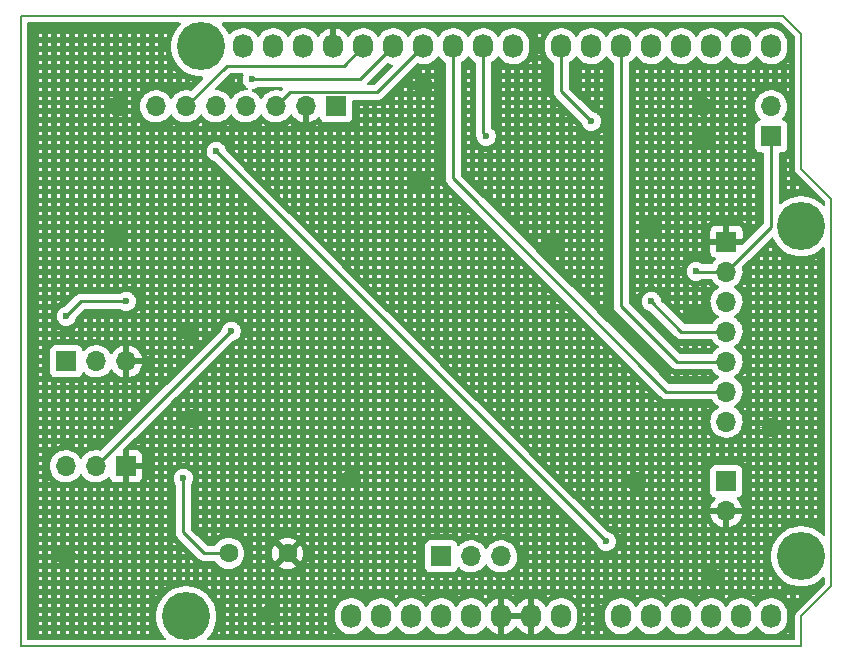
<source format=gbr>
%TF.GenerationSoftware,KiCad,Pcbnew,(6.0.5-0)*%
%TF.CreationDate,2022-06-20T12:07:10+09:00*%
%TF.ProjectId,esp32-walkie-talkie-v2,65737033-322d-4776-916c-6b69652d7461,rev?*%
%TF.SameCoordinates,PX69db1f0PY7882d48*%
%TF.FileFunction,Copper,L2,Bot*%
%TF.FilePolarity,Positive*%
%FSLAX46Y46*%
G04 Gerber Fmt 4.6, Leading zero omitted, Abs format (unit mm)*
G04 Created by KiCad (PCBNEW (6.0.5-0)) date 2022-06-20 12:07:10*
%MOMM*%
%LPD*%
G01*
G04 APERTURE LIST*
%TA.AperFunction,Profile*%
%ADD10C,0.150000*%
%TD*%
%TA.AperFunction,ComponentPad*%
%ADD11R,1.700000X1.700000*%
%TD*%
%TA.AperFunction,ComponentPad*%
%ADD12O,1.700000X1.700000*%
%TD*%
%TA.AperFunction,ComponentPad*%
%ADD13O,1.727200X2.032000*%
%TD*%
%TA.AperFunction,ComponentPad*%
%ADD14C,4.064000*%
%TD*%
%TA.AperFunction,ComponentPad*%
%ADD15C,1.600000*%
%TD*%
%TA.AperFunction,ViaPad*%
%ADD16C,0.600000*%
%TD*%
%TA.AperFunction,Conductor*%
%ADD17C,0.250000*%
%TD*%
G04 APERTURE END LIST*
D10*
X68580000Y37846000D02*
X66040000Y40386000D01*
X66040000Y0D02*
X66040000Y2540000D01*
X66040000Y51816000D02*
X64516000Y53340000D01*
X66040000Y2540000D02*
X68580000Y5080000D01*
X0Y53340000D02*
X0Y0D01*
X68580000Y5080000D02*
X68580000Y37846000D01*
X0Y0D02*
X66040000Y0D01*
X64516000Y53340000D02*
X0Y53340000D01*
X66040000Y40386000D02*
X66040000Y51816000D01*
D11*
%TO.P,J6,1,Pin_1*%
%TO.N,ESPDUINO_3.3V*%
X26670000Y45720000D03*
D12*
%TO.P,J6,2,Pin_2*%
%TO.N,GND*%
X24130000Y45720000D03*
%TO.P,J6,3,Pin_3*%
%TO.N,ESPDUINO_IO23*%
X21590000Y45720000D03*
%TO.P,J6,4,Pin_4*%
%TO.N,I2S_SPEAKER_GAIN*%
X19050000Y45720000D03*
%TO.P,J6,5,Pin_5*%
%TO.N,ESPDUINO_IO4*%
X16510000Y45720000D03*
%TO.P,J6,6,Pin_6*%
%TO.N,ESPDUINO_IO18*%
X13970000Y45720000D03*
%TO.P,J6,7,Pin_7*%
%TO.N,ESPDUINO_IO19*%
X11430000Y45720000D03*
%TD*%
D13*
%TO.P,P1,1,Pin_1*%
%TO.N,ESPDUINO_IO0*%
X27940000Y2540000D03*
%TO.P,P1,2,Pin_2*%
%TO.N,/IOREF*%
X30480000Y2540000D03*
%TO.P,P1,3,Pin_3*%
%TO.N,RESET*%
X33020000Y2540000D03*
%TO.P,P1,4,Pin_4*%
%TO.N,ESPDUINO_3.3V*%
X35560000Y2540000D03*
%TO.P,P1,5,Pin_5*%
%TO.N,ESPDUINO_5V*%
X38100000Y2540000D03*
%TO.P,P1,6,Pin_6*%
%TO.N,GND*%
X40640000Y2540000D03*
%TO.P,P1,7,Pin_7*%
X43180000Y2540000D03*
%TO.P,P1,8,Pin_8*%
%TO.N,/Vin*%
X45720000Y2540000D03*
%TD*%
%TO.P,P2,1,Pin_1*%
%TO.N,ESPDUINO_IO2*%
X50800000Y2540000D03*
%TO.P,P2,2,Pin_2*%
%TO.N,ESPDUINO_IO4*%
X53340000Y2540000D03*
%TO.P,P2,3,Pin_3*%
%TO.N,ESPDUINO_IO35*%
X55880000Y2540000D03*
%TO.P,P2,4,Pin_4*%
%TO.N,ESPDUINO_IO34*%
X58420000Y2540000D03*
%TO.P,P2,5,Pin_5*%
%TO.N,ESPDUINO_IO36*%
X60960000Y2540000D03*
%TO.P,P2,6,Pin_6*%
%TO.N,ESPDUINO_IO39*%
X63500000Y2540000D03*
%TD*%
%TO.P,P3,1,Pin_1*%
%TO.N,unconnected-(P3-Pad1)*%
X18796000Y50800000D03*
%TO.P,P3,2,Pin_2*%
%TO.N,unconnected-(P3-Pad2)*%
X21336000Y50800000D03*
%TO.P,P3,3,Pin_3*%
%TO.N,/AREF*%
X23876000Y50800000D03*
%TO.P,P3,4,Pin_4*%
%TO.N,GND*%
X26416000Y50800000D03*
%TO.P,P3,5,Pin_5*%
%TO.N,ESPDUINO_IO18*%
X28956000Y50800000D03*
%TO.P,P3,6,Pin_6*%
%TO.N,ESPDUINO_IO19*%
X31496000Y50800000D03*
%TO.P,P3,7,Pin_7*%
%TO.N,ESPDUINO_IO23*%
X34036000Y50800000D03*
%TO.P,P3,8,Pin_8*%
%TO.N,ESPDUINO_IO5*%
X36576000Y50800000D03*
%TO.P,P3,9,Pin_9*%
%TO.N,ESPDUINO_IO13*%
X39116000Y50800000D03*
%TO.P,P3,10,Pin_10*%
%TO.N,ESPDUINO_IO12*%
X41656000Y50800000D03*
%TD*%
%TO.P,P4,1,Pin_1*%
%TO.N,ESPDUINO_IO14*%
X45720000Y50800000D03*
%TO.P,P4,2,Pin_2*%
%TO.N,ESPDUINO_IO27*%
X48260000Y50800000D03*
%TO.P,P4,3,Pin_3*%
%TO.N,ESPDUINO_IO16*%
X50800000Y50800000D03*
%TO.P,P4,4,Pin_4*%
%TO.N,ESPDUINO_IO17*%
X53340000Y50800000D03*
%TO.P,P4,5,Pin_5*%
%TO.N,ESPDUINO_IO25*%
X55880000Y50800000D03*
%TO.P,P4,6,Pin_6*%
%TO.N,ESPDUINO_IO26*%
X58420000Y50800000D03*
%TO.P,P4,7,Pin_7*%
%TO.N,ESPDUINO_TX*%
X60960000Y50800000D03*
%TO.P,P4,8,Pin_8*%
%TO.N,ESPDUINO_RX*%
X63500000Y50800000D03*
%TD*%
D14*
%TO.P,P5,1,Pin_1*%
%TO.N,unconnected-(P5-Pad1)*%
X13970000Y2540000D03*
%TD*%
%TO.P,P6,1,Pin_1*%
%TO.N,unconnected-(P6-Pad1)*%
X66040000Y7620000D03*
%TD*%
%TO.P,P7,1,Pin_1*%
%TO.N,unconnected-(P7-Pad1)*%
X15240000Y50800000D03*
%TD*%
%TO.P,P8,1,Pin_1*%
%TO.N,unconnected-(P8-Pad1)*%
X66040000Y35560000D03*
%TD*%
D11*
%TO.P,J3,1,Pin_1*%
%TO.N,GND*%
X59715000Y34270000D03*
D12*
%TO.P,J3,2,Pin_2*%
%TO.N,ESPDUINO_3.3V*%
X59715000Y31730000D03*
%TO.P,J3,3,Pin_3*%
%TO.N,ESPDUINO_IO14*%
X59715000Y29190000D03*
%TO.P,J3,4,Pin_4*%
%TO.N,ESPDUINO_IO13*%
X59715000Y26650000D03*
%TO.P,J3,5,Pin_5*%
%TO.N,ESPDUINO_IO16*%
X59715000Y24110000D03*
%TO.P,J3,6,Pin_6*%
%TO.N,ESPDUINO_IO5*%
X59715000Y21570000D03*
%TO.P,J3,7,Pin_7*%
%TO.N,ST7789_BLK*%
X59715000Y19030000D03*
%TD*%
D15*
%TO.P,C4,1*%
%TO.N,ESPDUINO_3.3V*%
X17566000Y7874000D03*
%TO.P,C4,2*%
%TO.N,GND*%
X22566000Y7874000D03*
%TD*%
D11*
%TO.P,J2,1,Pin_1*%
%TO.N,GND*%
X8875000Y15240000D03*
D12*
%TO.P,J2,2,Pin_2*%
%TO.N,ESPDUINO_3.3V*%
X6335000Y15240000D03*
%TO.P,J2,3,Pin_3*%
%TO.N,ESPDUINO_IO39*%
X3795000Y15240000D03*
%TD*%
D11*
%TO.P,J7,1,Pin_1*%
%TO.N,ESPDUINO_3.3V*%
X63500000Y43180000D03*
D12*
%TO.P,J7,2,Pin_2*%
%TO.N,ESPDUINO_IO26*%
X63500000Y45720000D03*
%TD*%
D11*
%TO.P,J1,1,Pin_1*%
%TO.N,ESPDUINO_IO18*%
X3825000Y24130000D03*
D12*
%TO.P,J1,2,Pin_2*%
%TO.N,ESPDUINO_IO19*%
X6365000Y24130000D03*
%TO.P,J1,3,Pin_3*%
%TO.N,GND*%
X8905000Y24130000D03*
%TD*%
D11*
%TO.P,J5,1,Pin_1*%
%TO.N,POWER_IN_5V_VCC*%
X59690000Y13970000D03*
D12*
%TO.P,J5,2,Pin_2*%
%TO.N,GND*%
X59690000Y11430000D03*
%TD*%
D11*
%TO.P,J4,1,Pin_1*%
%TO.N,ESPDUINO_IO15*%
X35560000Y7620000D03*
D12*
%TO.P,J4,2,Pin_2*%
%TO.N,ESPDUINO_IO33*%
X38100000Y7620000D03*
%TO.P,J4,3,Pin_3*%
%TO.N,ESPDUINO_IO32*%
X40640000Y7620000D03*
%TD*%
D16*
%TO.N,ESPDUINO_IO19*%
X19558000Y48006000D03*
%TO.N,GND*%
X57658000Y45720000D03*
X57150000Y28194000D03*
X57658000Y42926000D03*
X21082000Y2794000D03*
X27940000Y14224000D03*
X52070000Y13970000D03*
X53340000Y35306000D03*
X44958000Y34036000D03*
X63500000Y18542000D03*
X33782000Y39370000D03*
X8128000Y34798000D03*
X58420000Y5842000D03*
X3810000Y7620000D03*
X14478000Y19304000D03*
X8128000Y45720000D03*
X14224000Y26670000D03*
X34036000Y47498000D03*
%TO.N,ESPDUINO_IO4*%
X49530000Y8890000D03*
X16510000Y41910000D03*
%TO.N,ESPDUINO_IO18*%
X3810000Y27940000D03*
X8890000Y29210000D03*
%TO.N,ESPDUINO_IO13*%
X39370000Y43180000D03*
X53340000Y29210000D03*
%TO.N,ESPDUINO_IO14*%
X48260000Y44450000D03*
%TO.N,ESPDUINO_3.3V*%
X13716000Y14224000D03*
X57150000Y31750000D03*
X17780000Y26670000D03*
%TD*%
D17*
%TO.N,ESPDUINO_IO19*%
X28702000Y48006000D02*
X31496000Y50800000D01*
X19558000Y48006000D02*
X28702000Y48006000D01*
%TO.N,ESPDUINO_IO4*%
X16510000Y41910000D02*
X49530000Y8890000D01*
%TO.N,ESPDUINO_IO18*%
X5080000Y29210000D02*
X3810000Y27940000D01*
X28956000Y50800000D02*
X27315022Y49159022D01*
X8890000Y29210000D02*
X5080000Y29210000D01*
X17409021Y49159021D02*
X13970000Y45720000D01*
X27315022Y49159022D02*
X17409021Y49159021D01*
%TO.N,ESPDUINO_IO23*%
X34036000Y50800000D02*
X30130511Y46894511D01*
X30130511Y46894511D02*
X22764511Y46894511D01*
X22764511Y46894511D02*
X21590000Y45720000D01*
%TO.N,ESPDUINO_IO5*%
X59715000Y21570000D02*
X54630000Y21570000D01*
X36576000Y42926000D02*
X36576000Y50800000D01*
X36576000Y39624000D02*
X36576000Y42926000D01*
X54630000Y21570000D02*
X36576000Y39624000D01*
%TO.N,ESPDUINO_IO13*%
X59715000Y26650000D02*
X55900000Y26650000D01*
X39116000Y43434000D02*
X39116000Y50800000D01*
X55900000Y26650000D02*
X53340000Y29210000D01*
X39370000Y43180000D02*
X39116000Y43434000D01*
%TO.N,ESPDUINO_IO14*%
X45720000Y46990000D02*
X48260000Y44450000D01*
X45720000Y50800000D02*
X45720000Y46990000D01*
%TO.N,ESPDUINO_IO16*%
X50800000Y50800000D02*
X50800000Y28823990D01*
X55513990Y24110000D02*
X59715000Y24110000D01*
X50800000Y28823990D02*
X55513990Y24110000D01*
%TO.N,ESPDUINO_3.3V*%
X12700000Y21605000D02*
X12715000Y21605000D01*
X13970000Y9398000D02*
X13716000Y9652000D01*
X63500000Y35515000D02*
X63500000Y43180000D01*
X12700000Y21605000D02*
X6335000Y15240000D01*
X15494000Y7874000D02*
X13970000Y9398000D01*
X13716000Y9652000D02*
X13716000Y14224000D01*
X12715000Y21605000D02*
X17780000Y26670000D01*
X17566000Y7874000D02*
X15494000Y7874000D01*
X57170000Y31730000D02*
X57150000Y31750000D01*
X59715000Y31730000D02*
X63500000Y35515000D01*
X59715000Y31730000D02*
X57170000Y31730000D01*
%TD*%
%TA.AperFunction,Conductor*%
%TO.N,GND*%
G36*
X13441997Y52811498D02*
G01*
X13488490Y52757842D01*
X13498594Y52687568D01*
X13469100Y52622988D01*
X13460129Y52613650D01*
X13384394Y52542530D01*
X13180629Y52296221D01*
X13178505Y52292874D01*
X13178502Y52292870D01*
X13111830Y52187812D01*
X13009341Y52026315D01*
X13007657Y52022736D01*
X13007653Y52022729D01*
X12904875Y51804313D01*
X12873233Y51737070D01*
X12872007Y51733298D01*
X12872007Y51733297D01*
X12870107Y51727449D01*
X12774449Y51433046D01*
X12714549Y51119039D01*
X12694477Y50800000D01*
X12714549Y50480961D01*
X12774449Y50166954D01*
X12775676Y50163178D01*
X12870201Y49872263D01*
X12873233Y49862930D01*
X12874920Y49859344D01*
X12874922Y49859340D01*
X13007653Y49577271D01*
X13007657Y49577264D01*
X13009341Y49573685D01*
X13011465Y49570339D01*
X13011465Y49570338D01*
X13178268Y49307500D01*
X13180629Y49303779D01*
X13199802Y49280603D01*
X13373687Y49070413D01*
X13384394Y49057470D01*
X13617423Y48838641D01*
X13620625Y48836314D01*
X13620627Y48836313D01*
X13685718Y48789022D01*
X13876041Y48650744D01*
X13879510Y48648837D01*
X13879513Y48648835D01*
X14140204Y48505519D01*
X14156169Y48496742D01*
X14269521Y48451863D01*
X14449707Y48380522D01*
X14449710Y48380521D01*
X14453390Y48379064D01*
X14457224Y48378080D01*
X14457232Y48378077D01*
X14649153Y48328800D01*
X14763017Y48299565D01*
X14766945Y48299069D01*
X14766949Y48299068D01*
X14892642Y48283190D01*
X15080165Y48259500D01*
X15309405Y48259500D01*
X15377526Y48239498D01*
X15424019Y48185842D01*
X15434123Y48115568D01*
X15404629Y48050988D01*
X15398500Y48044405D01*
X14427345Y47073250D01*
X14365033Y47039224D01*
X14316154Y47038298D01*
X14103373Y47076200D01*
X14103367Y47076201D01*
X14098284Y47077106D01*
X14024452Y47078008D01*
X13880081Y47079772D01*
X13880079Y47079772D01*
X13874911Y47079835D01*
X13654091Y47046045D01*
X13441756Y46976643D01*
X13243607Y46873493D01*
X13239474Y46870390D01*
X13239471Y46870388D01*
X13069100Y46742470D01*
X13064965Y46739365D01*
X13061393Y46735627D01*
X12916798Y46584317D01*
X12910629Y46577862D01*
X12803201Y46420379D01*
X12748293Y46375379D01*
X12677768Y46367208D01*
X12614021Y46398462D01*
X12593324Y46422946D01*
X12512822Y46547383D01*
X12512820Y46547386D01*
X12510014Y46551723D01*
X12359670Y46716949D01*
X12355619Y46720148D01*
X12355615Y46720152D01*
X12188414Y46852200D01*
X12188410Y46852202D01*
X12184359Y46855402D01*
X12173967Y46861139D01*
X12041433Y46934301D01*
X11988789Y46963362D01*
X11983920Y46965086D01*
X11983916Y46965088D01*
X11783087Y47036205D01*
X11783083Y47036206D01*
X11778212Y47037931D01*
X11773119Y47038838D01*
X11773116Y47038839D01*
X11563373Y47076200D01*
X11563367Y47076201D01*
X11558284Y47077106D01*
X11484452Y47078008D01*
X11340081Y47079772D01*
X11340079Y47079772D01*
X11334911Y47079835D01*
X11114091Y47046045D01*
X10901756Y46976643D01*
X10703607Y46873493D01*
X10699474Y46870390D01*
X10699471Y46870388D01*
X10529100Y46742470D01*
X10524965Y46739365D01*
X10521393Y46735627D01*
X10376798Y46584317D01*
X10370629Y46577862D01*
X10367720Y46573597D01*
X10367714Y46573589D01*
X10295471Y46467684D01*
X10244743Y46393320D01*
X10150688Y46190695D01*
X10090989Y45975430D01*
X10067251Y45753305D01*
X10067548Y45748152D01*
X10067548Y45748149D01*
X10073011Y45653410D01*
X10080110Y45530285D01*
X10081247Y45525239D01*
X10081248Y45525233D01*
X10101119Y45437061D01*
X10129222Y45312361D01*
X10213266Y45105384D01*
X10253640Y45039500D01*
X10327291Y44919312D01*
X10329987Y44914912D01*
X10476250Y44746062D01*
X10648126Y44603368D01*
X10841000Y44490662D01*
X11049692Y44410970D01*
X11054760Y44409939D01*
X11054763Y44409938D01*
X11136734Y44393261D01*
X11268597Y44366433D01*
X11273772Y44366243D01*
X11273774Y44366243D01*
X11486673Y44358436D01*
X11486677Y44358436D01*
X11491837Y44358247D01*
X11496957Y44358903D01*
X11496959Y44358903D01*
X11708288Y44385975D01*
X11708289Y44385975D01*
X11713416Y44386632D01*
X11718366Y44388117D01*
X11922429Y44449339D01*
X11922434Y44449341D01*
X11927384Y44450826D01*
X12127994Y44549104D01*
X12309860Y44678827D01*
X12468096Y44836511D01*
X12480175Y44853320D01*
X12598453Y45017923D01*
X12599776Y45016972D01*
X12646645Y45060143D01*
X12716580Y45072375D01*
X12782026Y45044856D01*
X12809875Y45013006D01*
X12869987Y44914912D01*
X13016250Y44746062D01*
X13188126Y44603368D01*
X13381000Y44490662D01*
X13589692Y44410970D01*
X13594760Y44409939D01*
X13594763Y44409938D01*
X13676734Y44393261D01*
X13808597Y44366433D01*
X13813772Y44366243D01*
X13813774Y44366243D01*
X14026673Y44358436D01*
X14026677Y44358436D01*
X14031837Y44358247D01*
X14036957Y44358903D01*
X14036959Y44358903D01*
X14248288Y44385975D01*
X14248289Y44385975D01*
X14253416Y44386632D01*
X14258366Y44388117D01*
X14462429Y44449339D01*
X14462434Y44449341D01*
X14467384Y44450826D01*
X14667994Y44549104D01*
X14849860Y44678827D01*
X15008096Y44836511D01*
X15020175Y44853320D01*
X15138453Y45017923D01*
X15139776Y45016972D01*
X15186645Y45060143D01*
X15256580Y45072375D01*
X15322026Y45044856D01*
X15349875Y45013006D01*
X15409987Y44914912D01*
X15556250Y44746062D01*
X15728126Y44603368D01*
X15921000Y44490662D01*
X16129692Y44410970D01*
X16134760Y44409939D01*
X16134763Y44409938D01*
X16216734Y44393261D01*
X16348597Y44366433D01*
X16353772Y44366243D01*
X16353774Y44366243D01*
X16566673Y44358436D01*
X16566677Y44358436D01*
X16571837Y44358247D01*
X16576957Y44358903D01*
X16576959Y44358903D01*
X16788288Y44385975D01*
X16788289Y44385975D01*
X16793416Y44386632D01*
X16798366Y44388117D01*
X17002429Y44449339D01*
X17002434Y44449341D01*
X17007384Y44450826D01*
X17207994Y44549104D01*
X17389860Y44678827D01*
X17548096Y44836511D01*
X17560175Y44853320D01*
X17678453Y45017923D01*
X17679776Y45016972D01*
X17726645Y45060143D01*
X17796580Y45072375D01*
X17862026Y45044856D01*
X17889875Y45013006D01*
X17949987Y44914912D01*
X18096250Y44746062D01*
X18268126Y44603368D01*
X18461000Y44490662D01*
X18669692Y44410970D01*
X18674760Y44409939D01*
X18674763Y44409938D01*
X18756734Y44393261D01*
X18888597Y44366433D01*
X18893772Y44366243D01*
X18893774Y44366243D01*
X19106673Y44358436D01*
X19106677Y44358436D01*
X19111837Y44358247D01*
X19116957Y44358903D01*
X19116959Y44358903D01*
X19328288Y44385975D01*
X19328289Y44385975D01*
X19333416Y44386632D01*
X19338366Y44388117D01*
X19542429Y44449339D01*
X19542434Y44449341D01*
X19547384Y44450826D01*
X19747994Y44549104D01*
X19929860Y44678827D01*
X20088096Y44836511D01*
X20100175Y44853320D01*
X20218453Y45017923D01*
X20219776Y45016972D01*
X20266645Y45060143D01*
X20336580Y45072375D01*
X20402026Y45044856D01*
X20429875Y45013006D01*
X20489987Y44914912D01*
X20636250Y44746062D01*
X20808126Y44603368D01*
X21001000Y44490662D01*
X21209692Y44410970D01*
X21214760Y44409939D01*
X21214763Y44409938D01*
X21296734Y44393261D01*
X21428597Y44366433D01*
X21433772Y44366243D01*
X21433774Y44366243D01*
X21646673Y44358436D01*
X21646677Y44358436D01*
X21651837Y44358247D01*
X21656957Y44358903D01*
X21656959Y44358903D01*
X21868288Y44385975D01*
X21868289Y44385975D01*
X21873416Y44386632D01*
X21878366Y44388117D01*
X22082429Y44449339D01*
X22082434Y44449341D01*
X22087384Y44450826D01*
X22287994Y44549104D01*
X22469860Y44678827D01*
X22628096Y44836511D01*
X22640175Y44853320D01*
X22758453Y45017923D01*
X22759640Y45017070D01*
X22806960Y45060638D01*
X22876897Y45072855D01*
X22942338Y45045322D01*
X22970166Y45013489D01*
X23027694Y44919612D01*
X23033777Y44911301D01*
X23173213Y44750333D01*
X23180580Y44743117D01*
X23344434Y44607084D01*
X23352881Y44601169D01*
X23536756Y44493721D01*
X23546042Y44489271D01*
X23745001Y44413297D01*
X23754899Y44410421D01*
X23858250Y44389394D01*
X23872299Y44390590D01*
X23876000Y44400935D01*
X23876000Y45848000D01*
X23896002Y45916121D01*
X23949658Y45962614D01*
X24002000Y45974000D01*
X24258000Y45974000D01*
X24326121Y45953998D01*
X24372614Y45900342D01*
X24384000Y45848000D01*
X24384000Y44401483D01*
X24388064Y44387641D01*
X24401478Y44385607D01*
X24408184Y44386466D01*
X24418262Y44388608D01*
X24622255Y44449809D01*
X24631842Y44453567D01*
X24823095Y44547261D01*
X24831945Y44552536D01*
X25005328Y44676208D01*
X25013193Y44682855D01*
X25117897Y44787195D01*
X25180268Y44821111D01*
X25251075Y44815923D01*
X25307837Y44773277D01*
X25324819Y44742174D01*
X25369385Y44623295D01*
X25456739Y44506739D01*
X25573295Y44419385D01*
X25709684Y44368255D01*
X25771866Y44361500D01*
X27568134Y44361500D01*
X27630316Y44368255D01*
X27766705Y44419385D01*
X27883261Y44506739D01*
X27970615Y44623295D01*
X28021745Y44759684D01*
X28024332Y44783500D01*
X28658500Y44783500D01*
X28914500Y44783500D01*
X29412500Y44783500D01*
X29668500Y44783500D01*
X30166500Y44783500D01*
X30422500Y44783500D01*
X30920500Y44783500D01*
X31176500Y44783500D01*
X31674500Y44783500D01*
X31930500Y44783500D01*
X32428500Y44783500D01*
X32684500Y44783500D01*
X33182500Y44783500D01*
X33438500Y44783500D01*
X33936500Y44783500D01*
X34192500Y44783500D01*
X34690500Y44783500D01*
X34946500Y44783500D01*
X34946500Y45039500D01*
X34690500Y45039500D01*
X34690500Y44783500D01*
X34192500Y44783500D01*
X34192500Y45039500D01*
X33936500Y45039500D01*
X33936500Y44783500D01*
X33438500Y44783500D01*
X33438500Y45039500D01*
X33182500Y45039500D01*
X33182500Y44783500D01*
X32684500Y44783500D01*
X32684500Y45039500D01*
X32428500Y45039500D01*
X32428500Y44783500D01*
X31930500Y44783500D01*
X31930500Y45039500D01*
X31674500Y45039500D01*
X31674500Y44783500D01*
X31176500Y44783500D01*
X31176500Y45039500D01*
X30920500Y45039500D01*
X30920500Y44783500D01*
X30422500Y44783500D01*
X30422500Y45039500D01*
X30166500Y45039500D01*
X30166500Y44783500D01*
X29668500Y44783500D01*
X29668500Y45039500D01*
X29412500Y45039500D01*
X29412500Y44783500D01*
X28914500Y44783500D01*
X28914500Y45039500D01*
X28658500Y45039500D01*
X28658500Y44783500D01*
X28024332Y44783500D01*
X28028500Y44821866D01*
X28028500Y45537500D01*
X28658500Y45537500D01*
X28914500Y45537500D01*
X29412500Y45537500D01*
X29668500Y45537500D01*
X30166500Y45537500D01*
X30422500Y45537500D01*
X30920500Y45537500D01*
X31176500Y45537500D01*
X31674500Y45537500D01*
X31930500Y45537500D01*
X32428500Y45537500D01*
X32684500Y45537500D01*
X33182500Y45537500D01*
X33438500Y45537500D01*
X33936500Y45537500D01*
X34192500Y45537500D01*
X34690500Y45537500D01*
X34946500Y45537500D01*
X34946500Y45793500D01*
X34690500Y45793500D01*
X34690500Y45537500D01*
X34192500Y45537500D01*
X34192500Y45793500D01*
X33936500Y45793500D01*
X33936500Y45537500D01*
X33438500Y45537500D01*
X33438500Y45793500D01*
X33182500Y45793500D01*
X33182500Y45537500D01*
X32684500Y45537500D01*
X32684500Y45793500D01*
X32428500Y45793500D01*
X32428500Y45537500D01*
X31930500Y45537500D01*
X31930500Y45793500D01*
X31674500Y45793500D01*
X31674500Y45537500D01*
X31176500Y45537500D01*
X31176500Y45793500D01*
X30920500Y45793500D01*
X30920500Y45537500D01*
X30422500Y45537500D01*
X30422500Y45793500D01*
X30408449Y45793500D01*
X30397609Y45790717D01*
X30389885Y45788991D01*
X30360621Y45783409D01*
X30331529Y45776905D01*
X30323752Y45775422D01*
X30292559Y45770481D01*
X30284705Y45769488D01*
X30253946Y45766580D01*
X30246047Y45766083D01*
X30213612Y45765063D01*
X30213442Y45765047D01*
X30209505Y45764737D01*
X30193715Y45763744D01*
X30189763Y45763558D01*
X30174323Y45763073D01*
X30170367Y45763011D01*
X30166500Y45763011D01*
X30166500Y45537500D01*
X29668500Y45537500D01*
X29668500Y45763011D01*
X29412500Y45763011D01*
X29412500Y45537500D01*
X28914500Y45537500D01*
X28914500Y45763011D01*
X28658500Y45763011D01*
X28658500Y45537500D01*
X28028500Y45537500D01*
X28028500Y46135011D01*
X28048502Y46203132D01*
X28102158Y46249625D01*
X28154500Y46261011D01*
X30051744Y46261011D01*
X30062927Y46260484D01*
X30070420Y46258809D01*
X30078346Y46259058D01*
X30078347Y46259058D01*
X30138497Y46260949D01*
X30142456Y46261011D01*
X30170367Y46261011D01*
X30174302Y46261508D01*
X30174367Y46261516D01*
X30186204Y46262449D01*
X30218462Y46263463D01*
X30222481Y46263589D01*
X30230400Y46263838D01*
X30249854Y46269490D01*
X30269211Y46273498D01*
X30281441Y46275043D01*
X30281442Y46275043D01*
X30289308Y46276037D01*
X30296679Y46278956D01*
X30296681Y46278956D01*
X30328364Y46291500D01*
X31127680Y46291500D01*
X31176500Y46291500D01*
X31674500Y46291500D01*
X31930500Y46291500D01*
X32428500Y46291500D01*
X32684500Y46291500D01*
X33182500Y46291500D01*
X33438500Y46291500D01*
X33936500Y46291500D01*
X34192500Y46291500D01*
X34690500Y46291500D01*
X34946500Y46291500D01*
X34946500Y46547500D01*
X34690500Y46547500D01*
X34690500Y46291500D01*
X34192500Y46291500D01*
X34192500Y46547500D01*
X33936500Y46547500D01*
X33936500Y46291500D01*
X33438500Y46291500D01*
X33438500Y46547500D01*
X33182500Y46547500D01*
X33182500Y46291500D01*
X32684500Y46291500D01*
X32684500Y46547500D01*
X32428500Y46547500D01*
X32428500Y46291500D01*
X31930500Y46291500D01*
X31930500Y46547500D01*
X31674500Y46547500D01*
X31674500Y46291500D01*
X31176500Y46291500D01*
X31176500Y46340320D01*
X31127680Y46291500D01*
X30328364Y46291500D01*
X30330423Y46292315D01*
X30341653Y46296160D01*
X30376494Y46306282D01*
X30376495Y46306282D01*
X30384104Y46308493D01*
X30390923Y46312526D01*
X30390928Y46312528D01*
X30401539Y46318804D01*
X30419287Y46327499D01*
X30438128Y46334959D01*
X30473898Y46360947D01*
X30483818Y46367463D01*
X30515046Y46385931D01*
X30515049Y46385933D01*
X30521873Y46389969D01*
X30536194Y46404290D01*
X30551228Y46417131D01*
X30567618Y46429039D01*
X30595809Y46463116D01*
X30603799Y46471895D01*
X31177404Y47045500D01*
X31881680Y47045500D01*
X31930500Y47045500D01*
X32428500Y47045500D01*
X32684500Y47045500D01*
X33182500Y47045500D01*
X33344860Y47045500D01*
X34728024Y47045500D01*
X34946500Y47045500D01*
X34946500Y47301500D01*
X34842392Y47301500D01*
X34841857Y47297743D01*
X34834021Y47268500D01*
X34770827Y47111300D01*
X34756242Y47084770D01*
X34728024Y47045500D01*
X33344860Y47045500D01*
X33303133Y47107597D01*
X33289389Y47134572D01*
X33231164Y47293679D01*
X33229330Y47301500D01*
X33182500Y47301500D01*
X33182500Y47045500D01*
X32684500Y47045500D01*
X32684500Y47301500D01*
X32428500Y47301500D01*
X32428500Y47045500D01*
X31930500Y47045500D01*
X31930500Y47094320D01*
X31881680Y47045500D01*
X31177404Y47045500D01*
X31931404Y47799500D01*
X32635680Y47799500D01*
X32684500Y47799500D01*
X33182500Y47799500D01*
X33266954Y47799500D01*
X33297164Y47876985D01*
X33311470Y47903666D01*
X33382037Y48004073D01*
X34690500Y48004073D01*
X34764738Y47896056D01*
X34778764Y47869228D01*
X34805113Y47799500D01*
X34946500Y47799500D01*
X34946500Y48055500D01*
X34690500Y48055500D01*
X34690500Y48004073D01*
X33382037Y48004073D01*
X33408891Y48042282D01*
X33420793Y48055500D01*
X33182500Y48055500D01*
X33182500Y47799500D01*
X32684500Y47799500D01*
X32684500Y47848320D01*
X32635680Y47799500D01*
X31931404Y47799500D01*
X32685404Y48553500D01*
X33389680Y48553500D01*
X33438500Y48553500D01*
X33936500Y48553500D01*
X34192500Y48553500D01*
X34690500Y48553500D01*
X34946500Y48553500D01*
X34946500Y48809500D01*
X34690500Y48809500D01*
X34690500Y48553500D01*
X34192500Y48553500D01*
X34192500Y48782028D01*
X33989814Y48774419D01*
X33984481Y48774331D01*
X33963672Y48774431D01*
X33958346Y48774570D01*
X33937064Y48775573D01*
X33936500Y48775612D01*
X33936500Y48553500D01*
X33438500Y48553500D01*
X33438500Y48602320D01*
X33389680Y48553500D01*
X32685404Y48553500D01*
X33453207Y49321303D01*
X33515519Y49355329D01*
X33579663Y49352541D01*
X33740296Y49302663D01*
X33864660Y49286180D01*
X33965848Y49272768D01*
X33965852Y49272768D01*
X33971132Y49272068D01*
X33976462Y49272268D01*
X33976463Y49272268D01*
X34087477Y49276436D01*
X34203822Y49280803D01*
X34308005Y49302663D01*
X34426486Y49327523D01*
X34426489Y49327524D01*
X34431713Y49328620D01*
X34648290Y49414150D01*
X34847359Y49534949D01*
X34880261Y49563500D01*
X35019197Y49684061D01*
X35019199Y49684063D01*
X35023230Y49687561D01*
X35026613Y49691687D01*
X35026617Y49691691D01*
X35125776Y49812626D01*
X35170872Y49867624D01*
X35196845Y49913252D01*
X35247927Y49962558D01*
X35317558Y49976420D01*
X35383629Y49950437D01*
X35410867Y49921287D01*
X35502804Y49784728D01*
X35663532Y49616242D01*
X35850350Y49477246D01*
X35873606Y49465422D01*
X35925263Y49416719D01*
X35942500Y49353106D01*
X35942500Y39702767D01*
X35941973Y39691584D01*
X35940298Y39684091D01*
X35940547Y39676165D01*
X35940547Y39676164D01*
X35942438Y39616014D01*
X35942500Y39612055D01*
X35942500Y39584144D01*
X35942997Y39580210D01*
X35942997Y39580209D01*
X35943005Y39580144D01*
X35943938Y39568307D01*
X35945327Y39524111D01*
X35949873Y39508464D01*
X35950978Y39504661D01*
X35954987Y39485300D01*
X35957526Y39465203D01*
X35960445Y39457832D01*
X35960445Y39457830D01*
X35973804Y39424088D01*
X35977649Y39412858D01*
X35989982Y39370407D01*
X35994015Y39363588D01*
X35994017Y39363583D01*
X36000293Y39352972D01*
X36008988Y39335224D01*
X36016448Y39316383D01*
X36021110Y39309967D01*
X36021110Y39309966D01*
X36042436Y39280613D01*
X36048952Y39270693D01*
X36071458Y39232638D01*
X36085779Y39218317D01*
X36098619Y39203284D01*
X36110528Y39186893D01*
X36116634Y39181842D01*
X36144605Y39158702D01*
X36153384Y39150712D01*
X54126343Y21177753D01*
X54133887Y21169463D01*
X54138000Y21162982D01*
X54143777Y21157557D01*
X54187667Y21116342D01*
X54190509Y21113587D01*
X54210231Y21093865D01*
X54213355Y21091442D01*
X54213359Y21091438D01*
X54213424Y21091388D01*
X54222445Y21083683D01*
X54254679Y21053414D01*
X54261627Y21049595D01*
X54261629Y21049593D01*
X54272432Y21043654D01*
X54288959Y21032798D01*
X54298698Y21025243D01*
X54298700Y21025242D01*
X54304960Y21020386D01*
X54345540Y21002826D01*
X54356188Y20997609D01*
X54394940Y20976305D01*
X54402616Y20974334D01*
X54402619Y20974333D01*
X54414562Y20971267D01*
X54433267Y20964863D01*
X54451855Y20956819D01*
X54459678Y20955580D01*
X54459688Y20955577D01*
X54495524Y20949901D01*
X54507144Y20947495D01*
X54542289Y20938472D01*
X54549970Y20936500D01*
X54570224Y20936500D01*
X54589934Y20934949D01*
X54609943Y20931780D01*
X54617835Y20932526D01*
X54653961Y20935941D01*
X54665819Y20936500D01*
X58439274Y20936500D01*
X58507395Y20916498D01*
X58546707Y20876335D01*
X58614987Y20764912D01*
X58761250Y20596062D01*
X58933126Y20453368D01*
X59003595Y20412189D01*
X59006445Y20410524D01*
X59055169Y20358886D01*
X59068240Y20289103D01*
X59041509Y20223331D01*
X59001055Y20189973D01*
X58988607Y20183493D01*
X58984474Y20180390D01*
X58984471Y20180388D01*
X58913189Y20126868D01*
X58809965Y20049365D01*
X58655629Y19887862D01*
X58529743Y19703320D01*
X58435688Y19500695D01*
X58375989Y19285430D01*
X58352251Y19063305D01*
X58352548Y19058152D01*
X58352548Y19058149D01*
X58358011Y18963410D01*
X58365110Y18840285D01*
X58366247Y18835239D01*
X58366248Y18835233D01*
X58386119Y18747061D01*
X58414222Y18622361D01*
X58498266Y18415384D01*
X58614987Y18224912D01*
X58761250Y18056062D01*
X58933126Y17913368D01*
X59126000Y17800662D01*
X59334692Y17720970D01*
X59339760Y17719939D01*
X59339763Y17719938D01*
X59447017Y17698117D01*
X59553597Y17676433D01*
X59558772Y17676243D01*
X59558774Y17676243D01*
X59771673Y17668436D01*
X59771677Y17668436D01*
X59776837Y17668247D01*
X59781957Y17668903D01*
X59781959Y17668903D01*
X59993288Y17695975D01*
X59993289Y17695975D01*
X59998416Y17696632D01*
X60003366Y17698117D01*
X60207429Y17759339D01*
X60207434Y17759341D01*
X60212384Y17760826D01*
X60412994Y17859104D01*
X60594860Y17988827D01*
X60753096Y18146511D01*
X60812594Y18229311D01*
X60880435Y18323723D01*
X60883453Y18327923D01*
X60915863Y18393500D01*
X61834500Y18393500D01*
X62090500Y18393500D01*
X62588500Y18393500D01*
X62685342Y18393500D01*
X64313223Y18393500D01*
X64352500Y18393500D01*
X64850500Y18393500D01*
X65106500Y18393500D01*
X65604500Y18393500D01*
X65860500Y18393500D01*
X66358500Y18393500D01*
X66614500Y18393500D01*
X67112500Y18393500D01*
X67368500Y18393500D01*
X67368500Y18649500D01*
X67112500Y18649500D01*
X67112500Y18393500D01*
X66614500Y18393500D01*
X66614500Y18649500D01*
X66358500Y18649500D01*
X66358500Y18393500D01*
X65860500Y18393500D01*
X65860500Y18649500D01*
X65604500Y18649500D01*
X65604500Y18393500D01*
X65106500Y18393500D01*
X65106500Y18649500D01*
X64850500Y18649500D01*
X64850500Y18393500D01*
X64352500Y18393500D01*
X64352500Y18649500D01*
X64319051Y18649500D01*
X64330228Y18557137D01*
X64331134Y18540678D01*
X64330979Y18525911D01*
X64329729Y18509480D01*
X64313223Y18393500D01*
X62685342Y18393500D01*
X62669659Y18535557D01*
X62669976Y18565830D01*
X62680991Y18649500D01*
X62588500Y18649500D01*
X62588500Y18393500D01*
X62090500Y18393500D01*
X62090500Y18649500D01*
X61834500Y18649500D01*
X61834500Y18393500D01*
X60915863Y18393500D01*
X60957002Y18476738D01*
X60980136Y18523547D01*
X60980137Y18523549D01*
X60982430Y18528189D01*
X61047370Y18741931D01*
X61076529Y18963410D01*
X61078156Y19030000D01*
X61068496Y19147500D01*
X61834500Y19147500D01*
X62090500Y19147500D01*
X62588500Y19147500D01*
X62844500Y19147500D01*
X64096500Y19147500D01*
X64352500Y19147500D01*
X64850500Y19147500D01*
X65106500Y19147500D01*
X65604500Y19147500D01*
X65860500Y19147500D01*
X66358500Y19147500D01*
X66614500Y19147500D01*
X67112500Y19147500D01*
X67368500Y19147500D01*
X67368500Y19403500D01*
X67112500Y19403500D01*
X67112500Y19147500D01*
X66614500Y19147500D01*
X66614500Y19403500D01*
X66358500Y19403500D01*
X66358500Y19147500D01*
X65860500Y19147500D01*
X65860500Y19403500D01*
X65604500Y19403500D01*
X65604500Y19147500D01*
X65106500Y19147500D01*
X65106500Y19403500D01*
X64850500Y19403500D01*
X64850500Y19147500D01*
X64352500Y19147500D01*
X64352500Y19403500D01*
X64096500Y19403500D01*
X64096500Y19147500D01*
X62844500Y19147500D01*
X62844500Y19353694D01*
X63342500Y19353694D01*
X63389539Y19364987D01*
X63419613Y19368466D01*
X63589038Y19367579D01*
X63598500Y19366384D01*
X63598500Y19403500D01*
X63342500Y19403500D01*
X63342500Y19353694D01*
X62844500Y19353694D01*
X62844500Y19403500D01*
X62588500Y19403500D01*
X62588500Y19147500D01*
X62090500Y19147500D01*
X62090500Y19403500D01*
X61834500Y19403500D01*
X61834500Y19147500D01*
X61068496Y19147500D01*
X61059852Y19252639D01*
X61005431Y19469298D01*
X60916354Y19674160D01*
X60795014Y19861723D01*
X60758820Y19901500D01*
X61834500Y19901500D01*
X62090500Y19901500D01*
X62588500Y19901500D01*
X62844500Y19901500D01*
X63342500Y19901500D01*
X63598500Y19901500D01*
X64096500Y19901500D01*
X64352500Y19901500D01*
X64850500Y19901500D01*
X65106500Y19901500D01*
X65604500Y19901500D01*
X65860500Y19901500D01*
X66358500Y19901500D01*
X66614500Y19901500D01*
X67112500Y19901500D01*
X67368500Y19901500D01*
X67368500Y20157500D01*
X67112500Y20157500D01*
X67112500Y19901500D01*
X66614500Y19901500D01*
X66614500Y20157500D01*
X66358500Y20157500D01*
X66358500Y19901500D01*
X65860500Y19901500D01*
X65860500Y20157500D01*
X65604500Y20157500D01*
X65604500Y19901500D01*
X65106500Y19901500D01*
X65106500Y20157500D01*
X64850500Y20157500D01*
X64850500Y19901500D01*
X64352500Y19901500D01*
X64352500Y20157500D01*
X64096500Y20157500D01*
X64096500Y19901500D01*
X63598500Y19901500D01*
X63598500Y20157500D01*
X63342500Y20157500D01*
X63342500Y19901500D01*
X62844500Y19901500D01*
X62844500Y20157500D01*
X62588500Y20157500D01*
X62588500Y19901500D01*
X62090500Y19901500D01*
X62090500Y20157500D01*
X61834500Y20157500D01*
X61834500Y19901500D01*
X60758820Y19901500D01*
X60644670Y20026949D01*
X60640619Y20030148D01*
X60640615Y20030152D01*
X60479365Y20157500D01*
X61195258Y20157500D01*
X61195545Y20157127D01*
X61198612Y20152970D01*
X61210250Y20136502D01*
X61213144Y20132224D01*
X61334484Y19944661D01*
X61336500Y19941400D01*
X61336500Y20157500D01*
X61195258Y20157500D01*
X60479365Y20157500D01*
X60473414Y20162200D01*
X60473410Y20162202D01*
X60469359Y20165402D01*
X60428053Y20188204D01*
X60378084Y20238636D01*
X60363312Y20308079D01*
X60388428Y20374484D01*
X60415780Y20401091D01*
X60459603Y20432350D01*
X60594860Y20528827D01*
X60721976Y20655500D01*
X61333969Y20655500D01*
X61336500Y20655500D01*
X61834500Y20655500D01*
X62090500Y20655500D01*
X62588500Y20655500D01*
X62844500Y20655500D01*
X63342500Y20655500D01*
X63598500Y20655500D01*
X64096500Y20655500D01*
X64352500Y20655500D01*
X64850500Y20655500D01*
X65106500Y20655500D01*
X65604500Y20655500D01*
X65860500Y20655500D01*
X66358500Y20655500D01*
X66614500Y20655500D01*
X67112500Y20655500D01*
X67368500Y20655500D01*
X67368500Y20911500D01*
X67112500Y20911500D01*
X67112500Y20655500D01*
X66614500Y20655500D01*
X66614500Y20911500D01*
X66358500Y20911500D01*
X66358500Y20655500D01*
X65860500Y20655500D01*
X65860500Y20911500D01*
X65604500Y20911500D01*
X65604500Y20655500D01*
X65106500Y20655500D01*
X65106500Y20911500D01*
X64850500Y20911500D01*
X64850500Y20655500D01*
X64352500Y20655500D01*
X64352500Y20911500D01*
X64096500Y20911500D01*
X64096500Y20655500D01*
X63598500Y20655500D01*
X63598500Y20911500D01*
X63342500Y20911500D01*
X63342500Y20655500D01*
X62844500Y20655500D01*
X62844500Y20911500D01*
X62588500Y20911500D01*
X62588500Y20655500D01*
X62090500Y20655500D01*
X62090500Y20911500D01*
X61834500Y20911500D01*
X61834500Y20655500D01*
X61336500Y20655500D01*
X61336500Y20660622D01*
X61333969Y20655500D01*
X60721976Y20655500D01*
X60753096Y20686511D01*
X60883453Y20867923D01*
X60887611Y20876335D01*
X60980136Y21063547D01*
X60980137Y21063549D01*
X60982430Y21068189D01*
X61047370Y21281931D01*
X61064165Y21409500D01*
X61834500Y21409500D01*
X62090500Y21409500D01*
X62588500Y21409500D01*
X62844500Y21409500D01*
X63342500Y21409500D01*
X63598500Y21409500D01*
X64096500Y21409500D01*
X64352500Y21409500D01*
X64850500Y21409500D01*
X65106500Y21409500D01*
X65604500Y21409500D01*
X65860500Y21409500D01*
X66358500Y21409500D01*
X66614500Y21409500D01*
X67112500Y21409500D01*
X67368500Y21409500D01*
X67368500Y21665500D01*
X67112500Y21665500D01*
X67112500Y21409500D01*
X66614500Y21409500D01*
X66614500Y21665500D01*
X66358500Y21665500D01*
X66358500Y21409500D01*
X65860500Y21409500D01*
X65860500Y21665500D01*
X65604500Y21665500D01*
X65604500Y21409500D01*
X65106500Y21409500D01*
X65106500Y21665500D01*
X64850500Y21665500D01*
X64850500Y21409500D01*
X64352500Y21409500D01*
X64352500Y21665500D01*
X64096500Y21665500D01*
X64096500Y21409500D01*
X63598500Y21409500D01*
X63598500Y21665500D01*
X63342500Y21665500D01*
X63342500Y21409500D01*
X62844500Y21409500D01*
X62844500Y21665500D01*
X62588500Y21665500D01*
X62588500Y21409500D01*
X62090500Y21409500D01*
X62090500Y21665500D01*
X61834500Y21665500D01*
X61834500Y21409500D01*
X61064165Y21409500D01*
X61076529Y21503410D01*
X61078156Y21570000D01*
X61059852Y21792639D01*
X61005431Y22009298D01*
X60938382Y22163500D01*
X61834500Y22163500D01*
X62090500Y22163500D01*
X62588500Y22163500D01*
X62844500Y22163500D01*
X63342500Y22163500D01*
X63598500Y22163500D01*
X64096500Y22163500D01*
X64352500Y22163500D01*
X64850500Y22163500D01*
X65106500Y22163500D01*
X65604500Y22163500D01*
X65860500Y22163500D01*
X66358500Y22163500D01*
X66614500Y22163500D01*
X67112500Y22163500D01*
X67368500Y22163500D01*
X67368500Y22419500D01*
X67112500Y22419500D01*
X67112500Y22163500D01*
X66614500Y22163500D01*
X66614500Y22419500D01*
X66358500Y22419500D01*
X66358500Y22163500D01*
X65860500Y22163500D01*
X65860500Y22419500D01*
X65604500Y22419500D01*
X65604500Y22163500D01*
X65106500Y22163500D01*
X65106500Y22419500D01*
X64850500Y22419500D01*
X64850500Y22163500D01*
X64352500Y22163500D01*
X64352500Y22419500D01*
X64096500Y22419500D01*
X64096500Y22163500D01*
X63598500Y22163500D01*
X63598500Y22419500D01*
X63342500Y22419500D01*
X63342500Y22163500D01*
X62844500Y22163500D01*
X62844500Y22419500D01*
X62588500Y22419500D01*
X62588500Y22163500D01*
X62090500Y22163500D01*
X62090500Y22419500D01*
X61834500Y22419500D01*
X61834500Y22163500D01*
X60938382Y22163500D01*
X60916354Y22214160D01*
X60868306Y22288431D01*
X60797822Y22397383D01*
X60797820Y22397386D01*
X60795014Y22401723D01*
X60644670Y22566949D01*
X60640619Y22570148D01*
X60640615Y22570152D01*
X60473414Y22702200D01*
X60473410Y22702202D01*
X60469359Y22705402D01*
X60428053Y22728204D01*
X60378084Y22778636D01*
X60363312Y22848079D01*
X60388428Y22914484D01*
X60391528Y22917500D01*
X61143241Y22917500D01*
X61336500Y22917500D01*
X61834500Y22917500D01*
X62090500Y22917500D01*
X62588500Y22917500D01*
X62844500Y22917500D01*
X63342500Y22917500D01*
X63598500Y22917500D01*
X64096500Y22917500D01*
X64352500Y22917500D01*
X64850500Y22917500D01*
X65106500Y22917500D01*
X65604500Y22917500D01*
X65860500Y22917500D01*
X66358500Y22917500D01*
X66614500Y22917500D01*
X67112500Y22917500D01*
X67368500Y22917500D01*
X67368500Y23173500D01*
X67112500Y23173500D01*
X67112500Y22917500D01*
X66614500Y22917500D01*
X66614500Y23173500D01*
X66358500Y23173500D01*
X66358500Y22917500D01*
X65860500Y22917500D01*
X65860500Y23173500D01*
X65604500Y23173500D01*
X65604500Y22917500D01*
X65106500Y22917500D01*
X65106500Y23173500D01*
X64850500Y23173500D01*
X64850500Y22917500D01*
X64352500Y22917500D01*
X64352500Y23173500D01*
X64096500Y23173500D01*
X64096500Y22917500D01*
X63598500Y22917500D01*
X63598500Y23173500D01*
X63342500Y23173500D01*
X63342500Y22917500D01*
X62844500Y22917500D01*
X62844500Y23173500D01*
X62588500Y23173500D01*
X62588500Y22917500D01*
X62090500Y22917500D01*
X62090500Y23173500D01*
X61834500Y23173500D01*
X61834500Y22917500D01*
X61336500Y22917500D01*
X61336500Y23173500D01*
X61322499Y23173500D01*
X61317849Y23164990D01*
X61315281Y23160510D01*
X61304647Y23142811D01*
X61301896Y23138439D01*
X61290803Y23121582D01*
X61287872Y23117320D01*
X61157515Y22935908D01*
X61154413Y22931773D01*
X61143241Y22917500D01*
X60391528Y22917500D01*
X60415780Y22941091D01*
X60468225Y22978500D01*
X60594860Y23068827D01*
X60753096Y23226511D01*
X60767468Y23246511D01*
X60880435Y23403723D01*
X60883453Y23407923D01*
X60887611Y23416335D01*
X60980136Y23603547D01*
X60980137Y23603549D01*
X60982430Y23608189D01*
X61001665Y23671500D01*
X61834500Y23671500D01*
X62090500Y23671500D01*
X62588500Y23671500D01*
X62844500Y23671500D01*
X63342500Y23671500D01*
X63598500Y23671500D01*
X64096500Y23671500D01*
X64352500Y23671500D01*
X64850500Y23671500D01*
X65106500Y23671500D01*
X65604500Y23671500D01*
X65860500Y23671500D01*
X66358500Y23671500D01*
X66614500Y23671500D01*
X67112500Y23671500D01*
X67368500Y23671500D01*
X67368500Y23927500D01*
X67112500Y23927500D01*
X67112500Y23671500D01*
X66614500Y23671500D01*
X66614500Y23927500D01*
X66358500Y23927500D01*
X66358500Y23671500D01*
X65860500Y23671500D01*
X65860500Y23927500D01*
X65604500Y23927500D01*
X65604500Y23671500D01*
X65106500Y23671500D01*
X65106500Y23927500D01*
X64850500Y23927500D01*
X64850500Y23671500D01*
X64352500Y23671500D01*
X64352500Y23927500D01*
X64096500Y23927500D01*
X64096500Y23671500D01*
X63598500Y23671500D01*
X63598500Y23927500D01*
X63342500Y23927500D01*
X63342500Y23671500D01*
X62844500Y23671500D01*
X62844500Y23927500D01*
X62588500Y23927500D01*
X62588500Y23671500D01*
X62090500Y23671500D01*
X62090500Y23927500D01*
X61834500Y23927500D01*
X61834500Y23671500D01*
X61001665Y23671500D01*
X61018465Y23726794D01*
X61045865Y23816977D01*
X61045865Y23816979D01*
X61047370Y23821931D01*
X61076529Y24043410D01*
X61078156Y24110000D01*
X61059852Y24332639D01*
X61036527Y24425500D01*
X61834500Y24425500D01*
X62090500Y24425500D01*
X62588500Y24425500D01*
X62844500Y24425500D01*
X63342500Y24425500D01*
X63598500Y24425500D01*
X64096500Y24425500D01*
X64352500Y24425500D01*
X64850500Y24425500D01*
X65106500Y24425500D01*
X65604500Y24425500D01*
X65860500Y24425500D01*
X66358500Y24425500D01*
X66614500Y24425500D01*
X67112500Y24425500D01*
X67368500Y24425500D01*
X67368500Y24681500D01*
X67112500Y24681500D01*
X67112500Y24425500D01*
X66614500Y24425500D01*
X66614500Y24681500D01*
X66358500Y24681500D01*
X66358500Y24425500D01*
X65860500Y24425500D01*
X65860500Y24681500D01*
X65604500Y24681500D01*
X65604500Y24425500D01*
X65106500Y24425500D01*
X65106500Y24681500D01*
X64850500Y24681500D01*
X64850500Y24425500D01*
X64352500Y24425500D01*
X64352500Y24681500D01*
X64096500Y24681500D01*
X64096500Y24425500D01*
X63598500Y24425500D01*
X63598500Y24681500D01*
X63342500Y24681500D01*
X63342500Y24425500D01*
X62844500Y24425500D01*
X62844500Y24681500D01*
X62588500Y24681500D01*
X62588500Y24425500D01*
X62090500Y24425500D01*
X62090500Y24681500D01*
X61834500Y24681500D01*
X61834500Y24425500D01*
X61036527Y24425500D01*
X61005431Y24549298D01*
X60916354Y24754160D01*
X60795014Y24941723D01*
X60644670Y25106949D01*
X60640619Y25110148D01*
X60640615Y25110152D01*
X60473414Y25242200D01*
X60473410Y25242202D01*
X60469359Y25245402D01*
X60428053Y25268204D01*
X60378084Y25318636D01*
X60367597Y25367935D01*
X61080500Y25367935D01*
X61163350Y25276884D01*
X61166751Y25272989D01*
X61179710Y25257517D01*
X61182947Y25253487D01*
X61195545Y25237127D01*
X61198612Y25232970D01*
X61210250Y25216502D01*
X61213144Y25212224D01*
X61234314Y25179500D01*
X61336500Y25179500D01*
X61834500Y25179500D01*
X62090500Y25179500D01*
X62588500Y25179500D01*
X62844500Y25179500D01*
X63342500Y25179500D01*
X63598500Y25179500D01*
X64096500Y25179500D01*
X64352500Y25179500D01*
X64850500Y25179500D01*
X65106500Y25179500D01*
X65604500Y25179500D01*
X65860500Y25179500D01*
X66358500Y25179500D01*
X66614500Y25179500D01*
X67112500Y25179500D01*
X67368500Y25179500D01*
X67368500Y25435500D01*
X67112500Y25435500D01*
X67112500Y25179500D01*
X66614500Y25179500D01*
X66614500Y25435500D01*
X66358500Y25435500D01*
X66358500Y25179500D01*
X65860500Y25179500D01*
X65860500Y25435500D01*
X65604500Y25435500D01*
X65604500Y25179500D01*
X65106500Y25179500D01*
X65106500Y25435500D01*
X64850500Y25435500D01*
X64850500Y25179500D01*
X64352500Y25179500D01*
X64352500Y25435500D01*
X64096500Y25435500D01*
X64096500Y25179500D01*
X63598500Y25179500D01*
X63598500Y25435500D01*
X63342500Y25435500D01*
X63342500Y25179500D01*
X62844500Y25179500D01*
X62844500Y25435500D01*
X62588500Y25435500D01*
X62588500Y25179500D01*
X62090500Y25179500D01*
X62090500Y25435500D01*
X61834500Y25435500D01*
X61834500Y25179500D01*
X61336500Y25179500D01*
X61336500Y25435500D01*
X61124743Y25435500D01*
X61121899Y25432294D01*
X61108204Y25417479D01*
X61104619Y25413757D01*
X61080500Y25389722D01*
X61080500Y25367935D01*
X60367597Y25367935D01*
X60363312Y25388079D01*
X60388428Y25454484D01*
X60415780Y25481091D01*
X60459603Y25512350D01*
X60594860Y25608827D01*
X60753096Y25766511D01*
X60873089Y25933500D01*
X61834500Y25933500D01*
X62090500Y25933500D01*
X62588500Y25933500D01*
X62844500Y25933500D01*
X63342500Y25933500D01*
X63598500Y25933500D01*
X64096500Y25933500D01*
X64352500Y25933500D01*
X64850500Y25933500D01*
X65106500Y25933500D01*
X65604500Y25933500D01*
X65860500Y25933500D01*
X66358500Y25933500D01*
X66614500Y25933500D01*
X67112500Y25933500D01*
X67368500Y25933500D01*
X67368500Y26189500D01*
X67112500Y26189500D01*
X67112500Y25933500D01*
X66614500Y25933500D01*
X66614500Y26189500D01*
X66358500Y26189500D01*
X66358500Y25933500D01*
X65860500Y25933500D01*
X65860500Y26189500D01*
X65604500Y26189500D01*
X65604500Y25933500D01*
X65106500Y25933500D01*
X65106500Y26189500D01*
X64850500Y26189500D01*
X64850500Y25933500D01*
X64352500Y25933500D01*
X64352500Y26189500D01*
X64096500Y26189500D01*
X64096500Y25933500D01*
X63598500Y25933500D01*
X63598500Y26189500D01*
X63342500Y26189500D01*
X63342500Y25933500D01*
X62844500Y25933500D01*
X62844500Y26189500D01*
X62588500Y26189500D01*
X62588500Y25933500D01*
X62090500Y25933500D01*
X62090500Y26189500D01*
X61834500Y26189500D01*
X61834500Y25933500D01*
X60873089Y25933500D01*
X60883453Y25947923D01*
X60887611Y25956335D01*
X60980136Y26143547D01*
X60980137Y26143549D01*
X60982430Y26148189D01*
X61047370Y26361931D01*
X61076529Y26583410D01*
X61078156Y26650000D01*
X61075073Y26687500D01*
X61834500Y26687500D01*
X62090500Y26687500D01*
X62588500Y26687500D01*
X62844500Y26687500D01*
X63342500Y26687500D01*
X63598500Y26687500D01*
X64096500Y26687500D01*
X64352500Y26687500D01*
X64850500Y26687500D01*
X65106500Y26687500D01*
X65604500Y26687500D01*
X65860500Y26687500D01*
X66358500Y26687500D01*
X66614500Y26687500D01*
X67112500Y26687500D01*
X67368500Y26687500D01*
X67368500Y26943500D01*
X67112500Y26943500D01*
X67112500Y26687500D01*
X66614500Y26687500D01*
X66614500Y26943500D01*
X66358500Y26943500D01*
X66358500Y26687500D01*
X65860500Y26687500D01*
X65860500Y26943500D01*
X65604500Y26943500D01*
X65604500Y26687500D01*
X65106500Y26687500D01*
X65106500Y26943500D01*
X64850500Y26943500D01*
X64850500Y26687500D01*
X64352500Y26687500D01*
X64352500Y26943500D01*
X64096500Y26943500D01*
X64096500Y26687500D01*
X63598500Y26687500D01*
X63598500Y26943500D01*
X63342500Y26943500D01*
X63342500Y26687500D01*
X62844500Y26687500D01*
X62844500Y26943500D01*
X62588500Y26943500D01*
X62588500Y26687500D01*
X62090500Y26687500D01*
X62090500Y26943500D01*
X61834500Y26943500D01*
X61834500Y26687500D01*
X61075073Y26687500D01*
X61059852Y26872639D01*
X61005431Y27089298D01*
X60916354Y27294160D01*
X60849504Y27397494D01*
X60821036Y27441500D01*
X61834500Y27441500D01*
X62090500Y27441500D01*
X62588500Y27441500D01*
X62844500Y27441500D01*
X63342500Y27441500D01*
X63598500Y27441500D01*
X64096500Y27441500D01*
X64352500Y27441500D01*
X64850500Y27441500D01*
X65106500Y27441500D01*
X65604500Y27441500D01*
X65860500Y27441500D01*
X66358500Y27441500D01*
X66614500Y27441500D01*
X67112500Y27441500D01*
X67368500Y27441500D01*
X67368500Y27697500D01*
X67112500Y27697500D01*
X67112500Y27441500D01*
X66614500Y27441500D01*
X66614500Y27697500D01*
X66358500Y27697500D01*
X66358500Y27441500D01*
X65860500Y27441500D01*
X65860500Y27697500D01*
X65604500Y27697500D01*
X65604500Y27441500D01*
X65106500Y27441500D01*
X65106500Y27697500D01*
X64850500Y27697500D01*
X64850500Y27441500D01*
X64352500Y27441500D01*
X64352500Y27697500D01*
X64096500Y27697500D01*
X64096500Y27441500D01*
X63598500Y27441500D01*
X63598500Y27697500D01*
X63342500Y27697500D01*
X63342500Y27441500D01*
X62844500Y27441500D01*
X62844500Y27697500D01*
X62588500Y27697500D01*
X62588500Y27441500D01*
X62090500Y27441500D01*
X62090500Y27697500D01*
X61834500Y27697500D01*
X61834500Y27441500D01*
X60821036Y27441500D01*
X60797822Y27477383D01*
X60797820Y27477386D01*
X60795014Y27481723D01*
X60644670Y27646949D01*
X60640619Y27650148D01*
X60640615Y27650152D01*
X60580662Y27697500D01*
X61248547Y27697500D01*
X61334484Y27564661D01*
X61336500Y27561400D01*
X61336500Y27697500D01*
X61248547Y27697500D01*
X60580662Y27697500D01*
X60473414Y27782200D01*
X60473410Y27782202D01*
X60469359Y27785402D01*
X60428053Y27808204D01*
X60378084Y27858636D01*
X60363312Y27928079D01*
X60388428Y27994484D01*
X60415780Y28021091D01*
X60459603Y28052350D01*
X60594860Y28148827D01*
X60641697Y28195500D01*
X61286564Y28195500D01*
X61336500Y28195500D01*
X61834500Y28195500D01*
X62090500Y28195500D01*
X62588500Y28195500D01*
X62844500Y28195500D01*
X63342500Y28195500D01*
X63598500Y28195500D01*
X64096500Y28195500D01*
X64352500Y28195500D01*
X64850500Y28195500D01*
X65106500Y28195500D01*
X65604500Y28195500D01*
X65860500Y28195500D01*
X66358500Y28195500D01*
X66614500Y28195500D01*
X67112500Y28195500D01*
X67368500Y28195500D01*
X67368500Y28451500D01*
X67112500Y28451500D01*
X67112500Y28195500D01*
X66614500Y28195500D01*
X66614500Y28451500D01*
X66358500Y28451500D01*
X66358500Y28195500D01*
X65860500Y28195500D01*
X65860500Y28451500D01*
X65604500Y28451500D01*
X65604500Y28195500D01*
X65106500Y28195500D01*
X65106500Y28451500D01*
X64850500Y28451500D01*
X64850500Y28195500D01*
X64352500Y28195500D01*
X64352500Y28451500D01*
X64096500Y28451500D01*
X64096500Y28195500D01*
X63598500Y28195500D01*
X63598500Y28451500D01*
X63342500Y28451500D01*
X63342500Y28195500D01*
X62844500Y28195500D01*
X62844500Y28451500D01*
X62588500Y28451500D01*
X62588500Y28195500D01*
X62090500Y28195500D01*
X62090500Y28451500D01*
X61834500Y28451500D01*
X61834500Y28195500D01*
X61336500Y28195500D01*
X61336500Y28280622D01*
X61329903Y28267274D01*
X61327519Y28262689D01*
X61317849Y28244990D01*
X61315281Y28240510D01*
X61304647Y28222811D01*
X61301896Y28218439D01*
X61290803Y28201582D01*
X61287872Y28197320D01*
X61286564Y28195500D01*
X60641697Y28195500D01*
X60648308Y28202088D01*
X60702705Y28256296D01*
X60753096Y28306511D01*
X60770958Y28331368D01*
X60880435Y28483723D01*
X60883453Y28487923D01*
X60894343Y28509956D01*
X60980136Y28683547D01*
X60980137Y28683549D01*
X60982430Y28688189D01*
X61047370Y28901931D01*
X61053633Y28949500D01*
X61834500Y28949500D01*
X62090500Y28949500D01*
X62588500Y28949500D01*
X62844500Y28949500D01*
X63342500Y28949500D01*
X63598500Y28949500D01*
X64096500Y28949500D01*
X64352500Y28949500D01*
X64850500Y28949500D01*
X65106500Y28949500D01*
X65604500Y28949500D01*
X65860500Y28949500D01*
X66358500Y28949500D01*
X66614500Y28949500D01*
X67112500Y28949500D01*
X67368500Y28949500D01*
X67368500Y29205500D01*
X67112500Y29205500D01*
X67112500Y28949500D01*
X66614500Y28949500D01*
X66614500Y29205500D01*
X66358500Y29205500D01*
X66358500Y28949500D01*
X65860500Y28949500D01*
X65860500Y29205500D01*
X65604500Y29205500D01*
X65604500Y28949500D01*
X65106500Y28949500D01*
X65106500Y29205500D01*
X64850500Y29205500D01*
X64850500Y28949500D01*
X64352500Y28949500D01*
X64352500Y29205500D01*
X64096500Y29205500D01*
X64096500Y28949500D01*
X63598500Y28949500D01*
X63598500Y29205500D01*
X63342500Y29205500D01*
X63342500Y28949500D01*
X62844500Y28949500D01*
X62844500Y29205500D01*
X62588500Y29205500D01*
X62588500Y28949500D01*
X62090500Y28949500D01*
X62090500Y29205500D01*
X61834500Y29205500D01*
X61834500Y28949500D01*
X61053633Y28949500D01*
X61076529Y29123410D01*
X61078156Y29190000D01*
X61059852Y29412639D01*
X61005431Y29629298D01*
X60973167Y29703500D01*
X61834500Y29703500D01*
X62090500Y29703500D01*
X62588500Y29703500D01*
X62844500Y29703500D01*
X63342500Y29703500D01*
X63598500Y29703500D01*
X64096500Y29703500D01*
X64352500Y29703500D01*
X64850500Y29703500D01*
X65106500Y29703500D01*
X65604500Y29703500D01*
X65860500Y29703500D01*
X66358500Y29703500D01*
X66614500Y29703500D01*
X67112500Y29703500D01*
X67368500Y29703500D01*
X67368500Y29959500D01*
X67112500Y29959500D01*
X67112500Y29703500D01*
X66614500Y29703500D01*
X66614500Y29959500D01*
X66358500Y29959500D01*
X66358500Y29703500D01*
X65860500Y29703500D01*
X65860500Y29959500D01*
X65604500Y29959500D01*
X65604500Y29703500D01*
X65106500Y29703500D01*
X65106500Y29959500D01*
X64850500Y29959500D01*
X64850500Y29703500D01*
X64352500Y29703500D01*
X64352500Y29959500D01*
X64096500Y29959500D01*
X64096500Y29703500D01*
X63598500Y29703500D01*
X63598500Y29959500D01*
X63342500Y29959500D01*
X63342500Y29703500D01*
X62844500Y29703500D01*
X62844500Y29959500D01*
X62588500Y29959500D01*
X62588500Y29703500D01*
X62090500Y29703500D01*
X62090500Y29959500D01*
X61834500Y29959500D01*
X61834500Y29703500D01*
X60973167Y29703500D01*
X60916354Y29834160D01*
X60849504Y29937494D01*
X60797822Y30017383D01*
X60797820Y30017386D01*
X60795014Y30021723D01*
X60644670Y30186949D01*
X60640619Y30190148D01*
X60640615Y30190152D01*
X60473414Y30322200D01*
X60473410Y30322202D01*
X60469359Y30325402D01*
X60428053Y30348204D01*
X60378084Y30398636D01*
X60365562Y30457500D01*
X61080500Y30457500D01*
X61336500Y30457500D01*
X61834500Y30457500D01*
X62090500Y30457500D01*
X62588500Y30457500D01*
X62844500Y30457500D01*
X63342500Y30457500D01*
X63598500Y30457500D01*
X64096500Y30457500D01*
X64352500Y30457500D01*
X64850500Y30457500D01*
X65106500Y30457500D01*
X65604500Y30457500D01*
X65860500Y30457500D01*
X66358500Y30457500D01*
X66614500Y30457500D01*
X67112500Y30457500D01*
X67368500Y30457500D01*
X67368500Y30713500D01*
X67112500Y30713500D01*
X67112500Y30457500D01*
X66614500Y30457500D01*
X66614500Y30713500D01*
X66358500Y30713500D01*
X66358500Y30457500D01*
X65860500Y30457500D01*
X65860500Y30713500D01*
X65604500Y30713500D01*
X65604500Y30457500D01*
X65106500Y30457500D01*
X65106500Y30713500D01*
X64850500Y30713500D01*
X64850500Y30457500D01*
X64352500Y30457500D01*
X64352500Y30713500D01*
X64096500Y30713500D01*
X64096500Y30457500D01*
X63598500Y30457500D01*
X63598500Y30713500D01*
X63342500Y30713500D01*
X63342500Y30457500D01*
X62844500Y30457500D01*
X62844500Y30713500D01*
X62588500Y30713500D01*
X62588500Y30457500D01*
X62090500Y30457500D01*
X62090500Y30713500D01*
X61834500Y30713500D01*
X61834500Y30457500D01*
X61336500Y30457500D01*
X61336500Y30713500D01*
X61270756Y30713500D01*
X61157515Y30555908D01*
X61154413Y30551773D01*
X61141979Y30535887D01*
X61138712Y30531885D01*
X61125329Y30516160D01*
X61121899Y30512294D01*
X61108204Y30497479D01*
X61104619Y30493757D01*
X61080500Y30469722D01*
X61080500Y30457500D01*
X60365562Y30457500D01*
X60363312Y30468079D01*
X60388428Y30534484D01*
X60415780Y30561091D01*
X60481097Y30607681D01*
X60594860Y30688827D01*
X60619620Y30713500D01*
X60749435Y30842863D01*
X60753096Y30846511D01*
X60883453Y31027923D01*
X60887611Y31036335D01*
X60974182Y31211500D01*
X61834500Y31211500D01*
X62090500Y31211500D01*
X62588500Y31211500D01*
X62844500Y31211500D01*
X63342500Y31211500D01*
X63598500Y31211500D01*
X64096500Y31211500D01*
X64352500Y31211500D01*
X64850500Y31211500D01*
X65106500Y31211500D01*
X65604500Y31211500D01*
X65860500Y31211500D01*
X66358500Y31211500D01*
X66614500Y31211500D01*
X67112500Y31211500D01*
X67368500Y31211500D01*
X67368500Y31467500D01*
X67112500Y31467500D01*
X67112500Y31211500D01*
X66614500Y31211500D01*
X66614500Y31467500D01*
X66358500Y31467500D01*
X66358500Y31211500D01*
X65860500Y31211500D01*
X65860500Y31467500D01*
X65604500Y31467500D01*
X65604500Y31211500D01*
X65106500Y31211500D01*
X65106500Y31467500D01*
X64850500Y31467500D01*
X64850500Y31211500D01*
X64352500Y31211500D01*
X64352500Y31467500D01*
X64096500Y31467500D01*
X64096500Y31211500D01*
X63598500Y31211500D01*
X63598500Y31467500D01*
X63342500Y31467500D01*
X63342500Y31211500D01*
X62844500Y31211500D01*
X62844500Y31467500D01*
X62588500Y31467500D01*
X62588500Y31211500D01*
X62090500Y31211500D01*
X62090500Y31467500D01*
X61834500Y31467500D01*
X61834500Y31211500D01*
X60974182Y31211500D01*
X60980136Y31223547D01*
X60980137Y31223549D01*
X60982430Y31228189D01*
X61047370Y31441931D01*
X61076529Y31663410D01*
X61078156Y31730000D01*
X61059852Y31952639D01*
X61056622Y31965500D01*
X61834500Y31965500D01*
X62090500Y31965500D01*
X62588500Y31965500D01*
X62844500Y31965500D01*
X63342500Y31965500D01*
X63598500Y31965500D01*
X64096500Y31965500D01*
X64352500Y31965500D01*
X64850500Y31965500D01*
X65106500Y31965500D01*
X65604500Y31965500D01*
X65860500Y31965500D01*
X66358500Y31965500D01*
X66614500Y31965500D01*
X67112500Y31965500D01*
X67368500Y31965500D01*
X67368500Y32221500D01*
X67112500Y32221500D01*
X67112500Y31965500D01*
X66614500Y31965500D01*
X66614500Y32221500D01*
X66358500Y32221500D01*
X66358500Y31965500D01*
X65860500Y31965500D01*
X65860500Y32221500D01*
X65604500Y32221500D01*
X65604500Y31965500D01*
X65106500Y31965500D01*
X65106500Y32221500D01*
X64850500Y32221500D01*
X64850500Y31965500D01*
X64352500Y31965500D01*
X64352500Y32221500D01*
X64096500Y32221500D01*
X64096500Y31965500D01*
X63598500Y31965500D01*
X63598500Y32221500D01*
X63342500Y32221500D01*
X63342500Y31965500D01*
X62844500Y31965500D01*
X62844500Y32221500D01*
X62588500Y32221500D01*
X62588500Y31965500D01*
X62090500Y31965500D01*
X62090500Y32221500D01*
X61834500Y32221500D01*
X61834500Y31965500D01*
X61056622Y31965500D01*
X61031821Y32064235D01*
X61034625Y32135177D01*
X61064930Y32184026D01*
X61600404Y32719500D01*
X62588500Y32719500D01*
X62844500Y32719500D01*
X63342500Y32719500D01*
X63598500Y32719500D01*
X64096500Y32719500D01*
X64352500Y32719500D01*
X64352500Y32762966D01*
X64850500Y32762966D01*
X64850500Y32719500D01*
X64960283Y32719500D01*
X67119718Y32719500D01*
X67368500Y32719500D01*
X67368500Y32822955D01*
X67363745Y32820341D01*
X67360249Y32818490D01*
X67346478Y32811473D01*
X67342921Y32809731D01*
X67328604Y32802994D01*
X67324996Y32801365D01*
X67310814Y32795228D01*
X67307158Y32793713D01*
X67119718Y32719500D01*
X64960283Y32719500D01*
X64850500Y32762966D01*
X64352500Y32762966D01*
X64352500Y32975500D01*
X64096500Y32975500D01*
X64096500Y32719500D01*
X63598500Y32719500D01*
X63598500Y32975500D01*
X63342500Y32975500D01*
X63342500Y32719500D01*
X62844500Y32719500D01*
X62844500Y32975500D01*
X62588500Y32975500D01*
X62588500Y32719500D01*
X61600404Y32719500D01*
X62354404Y33473500D01*
X63342500Y33473500D01*
X63598500Y33473500D01*
X63598500Y33729500D01*
X63342500Y33729500D01*
X63342500Y33473500D01*
X62354404Y33473500D01*
X63492258Y34611354D01*
X63554570Y34645380D01*
X63625385Y34640315D01*
X63682221Y34597768D01*
X63695358Y34575912D01*
X63809341Y34333685D01*
X63980629Y34063779D01*
X64184394Y33817470D01*
X64187284Y33814756D01*
X64187285Y33814755D01*
X64220753Y33783327D01*
X64417423Y33598641D01*
X64676041Y33410744D01*
X64679510Y33408837D01*
X64679513Y33408835D01*
X64873125Y33302396D01*
X64956169Y33256742D01*
X65118083Y33192636D01*
X65249707Y33140522D01*
X65249710Y33140521D01*
X65253390Y33139064D01*
X65257224Y33138080D01*
X65257232Y33138077D01*
X65445124Y33089835D01*
X65563017Y33059565D01*
X65566945Y33059069D01*
X65566949Y33059068D01*
X65692642Y33043190D01*
X65880165Y33019500D01*
X66199835Y33019500D01*
X66387358Y33043190D01*
X66513051Y33059068D01*
X66513055Y33059069D01*
X66516983Y33059565D01*
X66634876Y33089835D01*
X66822768Y33138077D01*
X66822776Y33138080D01*
X66826610Y33139064D01*
X66830290Y33140521D01*
X66830293Y33140522D01*
X66961917Y33192636D01*
X67123831Y33256742D01*
X67206876Y33302396D01*
X67400487Y33408835D01*
X67400490Y33408837D01*
X67403959Y33410744D01*
X67662577Y33598641D01*
X67859248Y33783327D01*
X67922597Y33815378D01*
X67993219Y33808091D01*
X68048690Y33763781D01*
X68071500Y33691477D01*
X68071500Y9488523D01*
X68051498Y9420402D01*
X67997842Y9373909D01*
X67927568Y9363805D01*
X67859247Y9396673D01*
X67662577Y9581359D01*
X67652274Y9588845D01*
X67522745Y9682953D01*
X67403959Y9769256D01*
X67400487Y9771165D01*
X67127293Y9921355D01*
X67127290Y9921357D01*
X67123831Y9923258D01*
X66961917Y9987364D01*
X66830293Y10039478D01*
X66830290Y10039479D01*
X66826610Y10040936D01*
X66822776Y10041920D01*
X66822768Y10041923D01*
X66596143Y10100110D01*
X66516983Y10120435D01*
X66513055Y10120931D01*
X66513051Y10120932D01*
X66387358Y10136810D01*
X66199835Y10160500D01*
X65880165Y10160500D01*
X65692642Y10136810D01*
X65566949Y10120932D01*
X65566945Y10120931D01*
X65563017Y10120435D01*
X65483857Y10100110D01*
X65257232Y10041923D01*
X65257224Y10041920D01*
X65253390Y10040936D01*
X65249710Y10039479D01*
X65249707Y10039478D01*
X65118083Y9987364D01*
X64956169Y9923258D01*
X64952710Y9921357D01*
X64952707Y9921355D01*
X64679513Y9771165D01*
X64676041Y9769256D01*
X64557255Y9682953D01*
X64427727Y9588845D01*
X64417423Y9581359D01*
X64184394Y9362530D01*
X64181870Y9359479D01*
X64181869Y9359478D01*
X64169381Y9344383D01*
X63980629Y9116221D01*
X63978505Y9112874D01*
X63978502Y9112870D01*
X63837064Y8890000D01*
X63809341Y8846315D01*
X63807657Y8842736D01*
X63807653Y8842729D01*
X63680475Y8572460D01*
X63673233Y8557070D01*
X63672007Y8553298D01*
X63672007Y8553297D01*
X63657127Y8507500D01*
X63574449Y8253046D01*
X63514549Y7939039D01*
X63494477Y7620000D01*
X63514549Y7300961D01*
X63574449Y6986954D01*
X63673233Y6682930D01*
X63674920Y6679344D01*
X63674922Y6679340D01*
X63807653Y6397271D01*
X63807657Y6397264D01*
X63809341Y6393685D01*
X63811465Y6390339D01*
X63811465Y6390338D01*
X63888942Y6268255D01*
X63980629Y6123779D01*
X64184394Y5877470D01*
X64187284Y5874756D01*
X64187285Y5874755D01*
X64220753Y5843327D01*
X64417423Y5658641D01*
X64676041Y5470744D01*
X64956169Y5316742D01*
X65022126Y5290628D01*
X65249707Y5200522D01*
X65249710Y5200521D01*
X65253390Y5199064D01*
X65257224Y5198080D01*
X65257232Y5198077D01*
X65449153Y5148800D01*
X65563017Y5119565D01*
X65566945Y5119069D01*
X65566949Y5119068D01*
X65692642Y5103190D01*
X65880165Y5079500D01*
X66199835Y5079500D01*
X66387358Y5103190D01*
X66513051Y5119068D01*
X66513055Y5119069D01*
X66516983Y5119565D01*
X66630847Y5148800D01*
X66822768Y5198077D01*
X66822776Y5198080D01*
X66826610Y5199064D01*
X66830290Y5200521D01*
X66830293Y5200522D01*
X67057874Y5290628D01*
X67123831Y5316742D01*
X67403959Y5470744D01*
X67662577Y5658641D01*
X67859248Y5843327D01*
X67922597Y5875378D01*
X67993219Y5868091D01*
X68048690Y5823781D01*
X68071500Y5751477D01*
X68071500Y5342818D01*
X68051498Y5274697D01*
X68034595Y5253723D01*
X65730696Y2949823D01*
X65721156Y2942200D01*
X65721470Y2941832D01*
X65714634Y2936014D01*
X65707042Y2931224D01*
X65701100Y2924496D01*
X65671407Y2890875D01*
X65666061Y2885188D01*
X65654618Y2873745D01*
X65648978Y2866220D01*
X65648341Y2865370D01*
X65641967Y2857541D01*
X65610622Y2822049D01*
X65606808Y2813926D01*
X65605174Y2811438D01*
X65596186Y2796477D01*
X65594771Y2793892D01*
X65589384Y2786705D01*
X65581848Y2766602D01*
X65572759Y2742358D01*
X65568833Y2733042D01*
X65548719Y2690200D01*
X65547338Y2681331D01*
X65546472Y2678498D01*
X65542042Y2661611D01*
X65541408Y2658726D01*
X65538255Y2650316D01*
X65537590Y2641361D01*
X65534746Y2603094D01*
X65533592Y2593048D01*
X65531500Y2579614D01*
X65531500Y2564094D01*
X65531154Y2554757D01*
X65527461Y2505059D01*
X65529335Y2496280D01*
X65529898Y2488022D01*
X65531500Y2472839D01*
X65531500Y634500D01*
X65511498Y566379D01*
X65457842Y519886D01*
X65405500Y508500D01*
X15836124Y508500D01*
X15768003Y528502D01*
X15721510Y582158D01*
X15711406Y652432D01*
X15740900Y717012D01*
X15749871Y726350D01*
X15822715Y794755D01*
X15822716Y794756D01*
X15825606Y797470D01*
X16029371Y1043779D01*
X16034271Y1051500D01*
X16623961Y1051500D01*
X16850500Y1051500D01*
X17348500Y1051500D01*
X17604500Y1051500D01*
X18102500Y1051500D01*
X18358500Y1051500D01*
X18856500Y1051500D01*
X19112500Y1051500D01*
X19610500Y1051500D01*
X19866500Y1051500D01*
X20364500Y1051500D01*
X20620500Y1051500D01*
X21118500Y1051500D01*
X21374500Y1051500D01*
X21872500Y1051500D01*
X22128500Y1051500D01*
X22626500Y1051500D01*
X22882500Y1051500D01*
X23380500Y1051500D01*
X23636500Y1051500D01*
X24134500Y1051500D01*
X24390500Y1051500D01*
X24888500Y1051500D01*
X25144500Y1051500D01*
X25642500Y1051500D01*
X25898500Y1051500D01*
X26396500Y1051500D01*
X26629986Y1051500D01*
X26506466Y1180982D01*
X26502865Y1184921D01*
X26489142Y1200584D01*
X26485714Y1204668D01*
X26472364Y1221273D01*
X26469113Y1225497D01*
X26456771Y1242253D01*
X26453701Y1246611D01*
X26412708Y1307500D01*
X26396500Y1307500D01*
X26396500Y1051500D01*
X25898500Y1051500D01*
X25898500Y1307500D01*
X25642500Y1307500D01*
X25642500Y1051500D01*
X25144500Y1051500D01*
X25144500Y1307500D01*
X24888500Y1307500D01*
X24888500Y1051500D01*
X24390500Y1051500D01*
X24390500Y1307500D01*
X24134500Y1307500D01*
X24134500Y1051500D01*
X23636500Y1051500D01*
X23636500Y1307500D01*
X23380500Y1307500D01*
X23380500Y1051500D01*
X22882500Y1051500D01*
X22882500Y1307500D01*
X22626500Y1307500D01*
X22626500Y1051500D01*
X22128500Y1051500D01*
X22128500Y1307500D01*
X21872500Y1307500D01*
X21872500Y1051500D01*
X21374500Y1051500D01*
X21374500Y1307500D01*
X21118500Y1307500D01*
X21118500Y1051500D01*
X20620500Y1051500D01*
X20620500Y1307500D01*
X20364500Y1307500D01*
X20364500Y1051500D01*
X19866500Y1051500D01*
X19866500Y1307500D01*
X19610500Y1307500D01*
X19610500Y1051500D01*
X19112500Y1051500D01*
X19112500Y1307500D01*
X18856500Y1307500D01*
X18856500Y1051500D01*
X18358500Y1051500D01*
X18358500Y1307500D01*
X18102500Y1307500D01*
X18102500Y1051500D01*
X17604500Y1051500D01*
X17604500Y1307500D01*
X17348500Y1307500D01*
X17348500Y1051500D01*
X16850500Y1051500D01*
X16850500Y1307500D01*
X16748130Y1307500D01*
X16651263Y1101648D01*
X16649522Y1098094D01*
X16642505Y1084322D01*
X16640652Y1080822D01*
X16633029Y1066956D01*
X16631069Y1063520D01*
X16623961Y1051500D01*
X16034271Y1051500D01*
X16038087Y1057512D01*
X16198535Y1310338D01*
X16198535Y1310339D01*
X16200659Y1313685D01*
X16202343Y1317264D01*
X16202347Y1317271D01*
X16335078Y1599340D01*
X16335080Y1599344D01*
X16336767Y1602930D01*
X16339800Y1612263D01*
X16402586Y1805500D01*
X17348500Y1805500D01*
X17604500Y1805500D01*
X18102500Y1805500D01*
X18358500Y1805500D01*
X18856500Y1805500D01*
X19112500Y1805500D01*
X19610500Y1805500D01*
X19866500Y1805500D01*
X20364500Y1805500D01*
X20620500Y1805500D01*
X21118500Y1805500D01*
X21374500Y1805500D01*
X21872500Y1805500D01*
X22128500Y1805500D01*
X22626500Y1805500D01*
X22882500Y1805500D01*
X23380500Y1805500D01*
X23636500Y1805500D01*
X24134500Y1805500D01*
X24390500Y1805500D01*
X24888500Y1805500D01*
X25144500Y1805500D01*
X25642500Y1805500D01*
X25898500Y1805500D01*
X25898500Y2061500D01*
X25642500Y2061500D01*
X25642500Y1805500D01*
X25144500Y1805500D01*
X25144500Y2061500D01*
X24888500Y2061500D01*
X24888500Y1805500D01*
X24390500Y1805500D01*
X24390500Y2061500D01*
X24134500Y2061500D01*
X24134500Y1805500D01*
X23636500Y1805500D01*
X23636500Y2061500D01*
X23380500Y2061500D01*
X23380500Y1805500D01*
X22882500Y1805500D01*
X22882500Y2061500D01*
X22626500Y2061500D01*
X22626500Y1805500D01*
X22128500Y1805500D01*
X22128500Y2061500D01*
X21872500Y2061500D01*
X21872500Y1805500D01*
X21374500Y1805500D01*
X21374500Y2016911D01*
X21348987Y2007726D01*
X21183836Y1969902D01*
X21153728Y1966738D01*
X21118500Y1967291D01*
X21118500Y1805500D01*
X20620500Y1805500D01*
X20620500Y2061500D01*
X20364500Y2061500D01*
X20364500Y1805500D01*
X19866500Y1805500D01*
X19866500Y2061500D01*
X19610500Y2061500D01*
X19610500Y1805500D01*
X19112500Y1805500D01*
X19112500Y2061500D01*
X18856500Y2061500D01*
X18856500Y1805500D01*
X18358500Y1805500D01*
X18358500Y2061500D01*
X18102500Y2061500D01*
X18102500Y1805500D01*
X17604500Y1805500D01*
X17604500Y2061500D01*
X17348500Y2061500D01*
X17348500Y1805500D01*
X16402586Y1805500D01*
X16434324Y1903178D01*
X16435551Y1906954D01*
X16495451Y2220961D01*
X16502256Y2329132D01*
X26567900Y2329132D01*
X26582626Y2155580D01*
X26583964Y2150423D01*
X26583965Y2150420D01*
X26630819Y1969902D01*
X26641125Y1930194D01*
X26643317Y1925328D01*
X26643318Y1925325D01*
X26650427Y1909544D01*
X26736762Y1717887D01*
X26866804Y1524728D01*
X27027532Y1356242D01*
X27214350Y1217246D01*
X27219102Y1214830D01*
X27416244Y1114598D01*
X27421916Y1111714D01*
X27521404Y1080822D01*
X27639193Y1044247D01*
X27639199Y1044246D01*
X27644296Y1042663D01*
X27768660Y1026180D01*
X27869848Y1012768D01*
X27869852Y1012768D01*
X27875132Y1012068D01*
X27880462Y1012268D01*
X27880463Y1012268D01*
X27991477Y1016436D01*
X28107822Y1020803D01*
X28212005Y1042663D01*
X28330486Y1067523D01*
X28330489Y1067524D01*
X28335713Y1068620D01*
X28552290Y1154150D01*
X28751359Y1274949D01*
X28788871Y1307500D01*
X28923197Y1424061D01*
X28923199Y1424063D01*
X28927230Y1427561D01*
X28930613Y1431687D01*
X28930617Y1431691D01*
X29029776Y1552626D01*
X29074872Y1607624D01*
X29077672Y1612542D01*
X29100845Y1653252D01*
X29151927Y1702558D01*
X29221558Y1716420D01*
X29287629Y1690437D01*
X29314867Y1661287D01*
X29406804Y1524728D01*
X29567532Y1356242D01*
X29754350Y1217246D01*
X29759102Y1214830D01*
X29956244Y1114598D01*
X29961916Y1111714D01*
X30061404Y1080822D01*
X30179193Y1044247D01*
X30179199Y1044246D01*
X30184296Y1042663D01*
X30308660Y1026180D01*
X30409848Y1012768D01*
X30409852Y1012768D01*
X30415132Y1012068D01*
X30420462Y1012268D01*
X30420463Y1012268D01*
X30531477Y1016436D01*
X30647822Y1020803D01*
X30752005Y1042663D01*
X30870486Y1067523D01*
X30870489Y1067524D01*
X30875713Y1068620D01*
X31092290Y1154150D01*
X31291359Y1274949D01*
X31328871Y1307500D01*
X31463197Y1424061D01*
X31463199Y1424063D01*
X31467230Y1427561D01*
X31470613Y1431687D01*
X31470617Y1431691D01*
X31569776Y1552626D01*
X31614872Y1607624D01*
X31617672Y1612542D01*
X31640845Y1653252D01*
X31691927Y1702558D01*
X31761558Y1716420D01*
X31827629Y1690437D01*
X31854867Y1661287D01*
X31946804Y1524728D01*
X32107532Y1356242D01*
X32294350Y1217246D01*
X32299102Y1214830D01*
X32496244Y1114598D01*
X32501916Y1111714D01*
X32601404Y1080822D01*
X32719193Y1044247D01*
X32719199Y1044246D01*
X32724296Y1042663D01*
X32848660Y1026180D01*
X32949848Y1012768D01*
X32949852Y1012768D01*
X32955132Y1012068D01*
X32960462Y1012268D01*
X32960463Y1012268D01*
X33071477Y1016436D01*
X33187822Y1020803D01*
X33292005Y1042663D01*
X33410486Y1067523D01*
X33410489Y1067524D01*
X33415713Y1068620D01*
X33632290Y1154150D01*
X33831359Y1274949D01*
X33868871Y1307500D01*
X34003197Y1424061D01*
X34003199Y1424063D01*
X34007230Y1427561D01*
X34010613Y1431687D01*
X34010617Y1431691D01*
X34109776Y1552626D01*
X34154872Y1607624D01*
X34157672Y1612542D01*
X34180845Y1653252D01*
X34231927Y1702558D01*
X34301558Y1716420D01*
X34367629Y1690437D01*
X34394867Y1661287D01*
X34486804Y1524728D01*
X34647532Y1356242D01*
X34834350Y1217246D01*
X34839102Y1214830D01*
X35036244Y1114598D01*
X35041916Y1111714D01*
X35141404Y1080822D01*
X35259193Y1044247D01*
X35259199Y1044246D01*
X35264296Y1042663D01*
X35388660Y1026180D01*
X35489848Y1012768D01*
X35489852Y1012768D01*
X35495132Y1012068D01*
X35500462Y1012268D01*
X35500463Y1012268D01*
X35611477Y1016436D01*
X35727822Y1020803D01*
X35832005Y1042663D01*
X35950486Y1067523D01*
X35950489Y1067524D01*
X35955713Y1068620D01*
X36172290Y1154150D01*
X36371359Y1274949D01*
X36408871Y1307500D01*
X36543197Y1424061D01*
X36543199Y1424063D01*
X36547230Y1427561D01*
X36550613Y1431687D01*
X36550617Y1431691D01*
X36649776Y1552626D01*
X36694872Y1607624D01*
X36697672Y1612542D01*
X36720845Y1653252D01*
X36771927Y1702558D01*
X36841558Y1716420D01*
X36907629Y1690437D01*
X36934867Y1661287D01*
X37026804Y1524728D01*
X37187532Y1356242D01*
X37374350Y1217246D01*
X37379102Y1214830D01*
X37576244Y1114598D01*
X37581916Y1111714D01*
X37681404Y1080822D01*
X37799193Y1044247D01*
X37799199Y1044246D01*
X37804296Y1042663D01*
X37928660Y1026180D01*
X38029848Y1012768D01*
X38029852Y1012768D01*
X38035132Y1012068D01*
X38040462Y1012268D01*
X38040463Y1012268D01*
X38151477Y1016436D01*
X38267822Y1020803D01*
X38372005Y1042663D01*
X38490486Y1067523D01*
X38490489Y1067524D01*
X38495713Y1068620D01*
X38712290Y1154150D01*
X38911359Y1274949D01*
X38948871Y1307500D01*
X39083197Y1424061D01*
X39083199Y1424063D01*
X39087230Y1427561D01*
X39090613Y1431687D01*
X39090617Y1431691D01*
X39189776Y1552626D01*
X39234872Y1607624D01*
X39261122Y1653739D01*
X39312202Y1703044D01*
X39381832Y1716906D01*
X39447904Y1690923D01*
X39475143Y1661773D01*
X39564215Y1529470D01*
X39570876Y1521184D01*
X39724180Y1360480D01*
X39732148Y1353431D01*
X39910336Y1220856D01*
X39919366Y1215257D01*
X40117347Y1114598D01*
X40127208Y1110595D01*
X40339301Y1044737D01*
X40349696Y1042452D01*
X40368041Y1040020D01*
X40382208Y1042217D01*
X40386000Y1055401D01*
X40386000Y1057512D01*
X40894000Y1057512D01*
X40897973Y1043981D01*
X40908580Y1042456D01*
X41030343Y1068004D01*
X41040539Y1071064D01*
X41247097Y1152637D01*
X41256634Y1157371D01*
X41446503Y1272586D01*
X41455093Y1278850D01*
X41622837Y1424411D01*
X41630257Y1432041D01*
X41771073Y1603780D01*
X41777095Y1612542D01*
X41800810Y1654202D01*
X41851893Y1703508D01*
X41921524Y1717369D01*
X41987594Y1691385D01*
X42014832Y1662236D01*
X42104215Y1529469D01*
X42110876Y1521184D01*
X42264180Y1360480D01*
X42272148Y1353431D01*
X42450336Y1220856D01*
X42459366Y1215257D01*
X42657347Y1114598D01*
X42667208Y1110595D01*
X42879301Y1044737D01*
X42889696Y1042452D01*
X42908041Y1040020D01*
X42922208Y1042217D01*
X42926000Y1055401D01*
X42926000Y1057512D01*
X43434000Y1057512D01*
X43437973Y1043981D01*
X43448580Y1042456D01*
X43570343Y1068004D01*
X43580539Y1071064D01*
X43787097Y1152637D01*
X43796634Y1157371D01*
X43986503Y1272586D01*
X43995093Y1278850D01*
X44162837Y1424411D01*
X44170257Y1432041D01*
X44311073Y1603780D01*
X44317102Y1612551D01*
X44340533Y1653715D01*
X44391615Y1703022D01*
X44461245Y1716884D01*
X44527316Y1690901D01*
X44554555Y1661751D01*
X44646804Y1524728D01*
X44807532Y1356242D01*
X44994350Y1217246D01*
X44999102Y1214830D01*
X45196244Y1114598D01*
X45201916Y1111714D01*
X45301404Y1080822D01*
X45419193Y1044247D01*
X45419199Y1044246D01*
X45424296Y1042663D01*
X45548660Y1026180D01*
X45649848Y1012768D01*
X45649852Y1012768D01*
X45655132Y1012068D01*
X45660462Y1012268D01*
X45660463Y1012268D01*
X45771477Y1016436D01*
X45887822Y1020803D01*
X45992005Y1042663D01*
X46034122Y1051500D01*
X47508500Y1051500D01*
X47764500Y1051500D01*
X48262500Y1051500D01*
X48518500Y1051500D01*
X49016500Y1051500D01*
X49272500Y1051500D01*
X49272500Y1307500D01*
X49016500Y1307500D01*
X49016500Y1051500D01*
X48518500Y1051500D01*
X48518500Y1307500D01*
X48262500Y1307500D01*
X48262500Y1051500D01*
X47764500Y1051500D01*
X47764500Y1307500D01*
X47508500Y1307500D01*
X47508500Y1051500D01*
X46034122Y1051500D01*
X46110486Y1067523D01*
X46110489Y1067524D01*
X46115713Y1068620D01*
X46332290Y1154150D01*
X46531359Y1274949D01*
X46568871Y1307500D01*
X46703197Y1424061D01*
X46703199Y1424063D01*
X46707230Y1427561D01*
X46710613Y1431687D01*
X46710617Y1431691D01*
X46809776Y1552626D01*
X46854872Y1607624D01*
X46857672Y1612542D01*
X46967422Y1805346D01*
X46967510Y1805500D01*
X47508500Y1805500D01*
X47764500Y1805500D01*
X48262500Y1805500D01*
X48518500Y1805500D01*
X48518500Y1815090D01*
X49016500Y1815090D01*
X49016500Y1805500D01*
X49018989Y1805500D01*
X49016500Y1815090D01*
X48518500Y1815090D01*
X48518500Y2061500D01*
X48262500Y2061500D01*
X48262500Y1805500D01*
X47764500Y1805500D01*
X47764500Y2061500D01*
X47561492Y2061500D01*
X47539567Y1940253D01*
X47538508Y1935029D01*
X47533941Y1914721D01*
X47532661Y1909544D01*
X47527111Y1888974D01*
X47525614Y1883857D01*
X47519345Y1864003D01*
X47517631Y1858950D01*
X47508500Y1833795D01*
X47508500Y1805500D01*
X46967510Y1805500D01*
X46970065Y1809989D01*
X46978707Y1833795D01*
X47047695Y2023854D01*
X47047696Y2023858D01*
X47049515Y2028869D01*
X47090950Y2258007D01*
X47091632Y2272452D01*
X47092030Y2280905D01*
X47092030Y2280914D01*
X47092100Y2282394D01*
X47092100Y2329132D01*
X49427900Y2329132D01*
X49442626Y2155580D01*
X49443964Y2150423D01*
X49443965Y2150420D01*
X49490819Y1969902D01*
X49501125Y1930194D01*
X49503317Y1925328D01*
X49503318Y1925325D01*
X49510427Y1909544D01*
X49596762Y1717887D01*
X49726804Y1524728D01*
X49887532Y1356242D01*
X50074350Y1217246D01*
X50079102Y1214830D01*
X50276244Y1114598D01*
X50281916Y1111714D01*
X50381404Y1080822D01*
X50499193Y1044247D01*
X50499199Y1044246D01*
X50504296Y1042663D01*
X50628660Y1026180D01*
X50729848Y1012768D01*
X50729852Y1012768D01*
X50735132Y1012068D01*
X50740462Y1012268D01*
X50740463Y1012268D01*
X50851477Y1016436D01*
X50967822Y1020803D01*
X51072005Y1042663D01*
X51190486Y1067523D01*
X51190489Y1067524D01*
X51195713Y1068620D01*
X51412290Y1154150D01*
X51611359Y1274949D01*
X51648871Y1307500D01*
X51783197Y1424061D01*
X51783199Y1424063D01*
X51787230Y1427561D01*
X51790613Y1431687D01*
X51790617Y1431691D01*
X51889776Y1552626D01*
X51934872Y1607624D01*
X51937672Y1612542D01*
X51960845Y1653252D01*
X52011927Y1702558D01*
X52081558Y1716420D01*
X52147629Y1690437D01*
X52174867Y1661287D01*
X52266804Y1524728D01*
X52427532Y1356242D01*
X52614350Y1217246D01*
X52619102Y1214830D01*
X52816244Y1114598D01*
X52821916Y1111714D01*
X52921404Y1080822D01*
X53039193Y1044247D01*
X53039199Y1044246D01*
X53044296Y1042663D01*
X53168660Y1026180D01*
X53269848Y1012768D01*
X53269852Y1012768D01*
X53275132Y1012068D01*
X53280462Y1012268D01*
X53280463Y1012268D01*
X53391477Y1016436D01*
X53507822Y1020803D01*
X53612005Y1042663D01*
X53730486Y1067523D01*
X53730489Y1067524D01*
X53735713Y1068620D01*
X53952290Y1154150D01*
X54151359Y1274949D01*
X54188871Y1307500D01*
X54323197Y1424061D01*
X54323199Y1424063D01*
X54327230Y1427561D01*
X54330613Y1431687D01*
X54330617Y1431691D01*
X54429776Y1552626D01*
X54474872Y1607624D01*
X54477672Y1612542D01*
X54500845Y1653252D01*
X54551927Y1702558D01*
X54621558Y1716420D01*
X54687629Y1690437D01*
X54714867Y1661287D01*
X54806804Y1524728D01*
X54967532Y1356242D01*
X55154350Y1217246D01*
X55159102Y1214830D01*
X55356244Y1114598D01*
X55361916Y1111714D01*
X55461404Y1080822D01*
X55579193Y1044247D01*
X55579199Y1044246D01*
X55584296Y1042663D01*
X55708660Y1026180D01*
X55809848Y1012768D01*
X55809852Y1012768D01*
X55815132Y1012068D01*
X55820462Y1012268D01*
X55820463Y1012268D01*
X55931477Y1016436D01*
X56047822Y1020803D01*
X56152005Y1042663D01*
X56270486Y1067523D01*
X56270489Y1067524D01*
X56275713Y1068620D01*
X56492290Y1154150D01*
X56691359Y1274949D01*
X56728871Y1307500D01*
X56863197Y1424061D01*
X56863199Y1424063D01*
X56867230Y1427561D01*
X56870613Y1431687D01*
X56870617Y1431691D01*
X56969776Y1552626D01*
X57014872Y1607624D01*
X57017672Y1612542D01*
X57040845Y1653252D01*
X57091927Y1702558D01*
X57161558Y1716420D01*
X57227629Y1690437D01*
X57254867Y1661287D01*
X57346804Y1524728D01*
X57507532Y1356242D01*
X57694350Y1217246D01*
X57699102Y1214830D01*
X57896244Y1114598D01*
X57901916Y1111714D01*
X58001404Y1080822D01*
X58119193Y1044247D01*
X58119199Y1044246D01*
X58124296Y1042663D01*
X58248660Y1026180D01*
X58349848Y1012768D01*
X58349852Y1012768D01*
X58355132Y1012068D01*
X58360462Y1012268D01*
X58360463Y1012268D01*
X58471477Y1016436D01*
X58587822Y1020803D01*
X58692005Y1042663D01*
X58810486Y1067523D01*
X58810489Y1067524D01*
X58815713Y1068620D01*
X59032290Y1154150D01*
X59231359Y1274949D01*
X59268871Y1307500D01*
X59403197Y1424061D01*
X59403199Y1424063D01*
X59407230Y1427561D01*
X59410613Y1431687D01*
X59410617Y1431691D01*
X59509776Y1552626D01*
X59554872Y1607624D01*
X59557672Y1612542D01*
X59580845Y1653252D01*
X59631927Y1702558D01*
X59701558Y1716420D01*
X59767629Y1690437D01*
X59794867Y1661287D01*
X59886804Y1524728D01*
X60047532Y1356242D01*
X60234350Y1217246D01*
X60239102Y1214830D01*
X60436244Y1114598D01*
X60441916Y1111714D01*
X60541404Y1080822D01*
X60659193Y1044247D01*
X60659199Y1044246D01*
X60664296Y1042663D01*
X60788660Y1026180D01*
X60889848Y1012768D01*
X60889852Y1012768D01*
X60895132Y1012068D01*
X60900462Y1012268D01*
X60900463Y1012268D01*
X61011477Y1016436D01*
X61127822Y1020803D01*
X61232005Y1042663D01*
X61350486Y1067523D01*
X61350489Y1067524D01*
X61355713Y1068620D01*
X61572290Y1154150D01*
X61771359Y1274949D01*
X61808871Y1307500D01*
X61943197Y1424061D01*
X61943199Y1424063D01*
X61947230Y1427561D01*
X61950613Y1431687D01*
X61950617Y1431691D01*
X62049776Y1552626D01*
X62094872Y1607624D01*
X62097672Y1612542D01*
X62120845Y1653252D01*
X62171927Y1702558D01*
X62241558Y1716420D01*
X62307629Y1690437D01*
X62334867Y1661287D01*
X62426804Y1524728D01*
X62587532Y1356242D01*
X62774350Y1217246D01*
X62779102Y1214830D01*
X62976244Y1114598D01*
X62981916Y1111714D01*
X63081404Y1080822D01*
X63199193Y1044247D01*
X63199199Y1044246D01*
X63204296Y1042663D01*
X63328660Y1026180D01*
X63429848Y1012768D01*
X63429852Y1012768D01*
X63435132Y1012068D01*
X63440462Y1012268D01*
X63440463Y1012268D01*
X63551477Y1016436D01*
X63667822Y1020803D01*
X63772005Y1042663D01*
X63814122Y1051500D01*
X64850500Y1051500D01*
X65033500Y1051500D01*
X65033500Y1307500D01*
X65031861Y1307500D01*
X65023262Y1296058D01*
X65019969Y1291865D01*
X64872327Y1111802D01*
X64868862Y1107754D01*
X64854995Y1092230D01*
X64851358Y1088327D01*
X64850500Y1087445D01*
X64850500Y1051500D01*
X63814122Y1051500D01*
X63890486Y1067523D01*
X63890489Y1067524D01*
X63895713Y1068620D01*
X64112290Y1154150D01*
X64311359Y1274949D01*
X64348871Y1307500D01*
X64483197Y1424061D01*
X64483199Y1424063D01*
X64487230Y1427561D01*
X64490613Y1431687D01*
X64490617Y1431691D01*
X64589776Y1552626D01*
X64634872Y1607624D01*
X64637672Y1612542D01*
X64747422Y1805346D01*
X64750065Y1809989D01*
X64758707Y1833795D01*
X64827695Y2023854D01*
X64827696Y2023858D01*
X64829515Y2028869D01*
X64870950Y2258007D01*
X64871632Y2272452D01*
X64872030Y2280905D01*
X64872030Y2280914D01*
X64872100Y2282394D01*
X64872100Y2750868D01*
X64863258Y2855076D01*
X64857825Y2919109D01*
X64857824Y2919113D01*
X64857374Y2924420D01*
X64850781Y2949823D01*
X64800217Y3144637D01*
X64800216Y3144641D01*
X64798875Y3149806D01*
X64790164Y3169145D01*
X64705433Y3357240D01*
X64703238Y3362113D01*
X64591622Y3527903D01*
X65604500Y3527903D01*
X65646097Y3569500D01*
X65604500Y3569500D01*
X65604500Y3527903D01*
X64591622Y3527903D01*
X64573196Y3555272D01*
X64412468Y3723758D01*
X64225650Y3862754D01*
X64098574Y3927363D01*
X64022842Y3965867D01*
X64022841Y3965867D01*
X64018084Y3968286D01*
X63879299Y4011380D01*
X63800807Y4035753D01*
X63800801Y4035754D01*
X63795704Y4037337D01*
X63671340Y4053820D01*
X63570152Y4067232D01*
X63570148Y4067232D01*
X63568127Y4067500D01*
X64850500Y4067500D01*
X65106500Y4067500D01*
X65604500Y4067500D01*
X65860500Y4067500D01*
X65860500Y4281903D01*
X66358500Y4281903D01*
X66400097Y4323500D01*
X66358500Y4323500D01*
X66358500Y4281903D01*
X65860500Y4281903D01*
X65860500Y4323500D01*
X65604500Y4323500D01*
X65604500Y4067500D01*
X65106500Y4067500D01*
X65106500Y4323500D01*
X64850500Y4323500D01*
X64850500Y4067500D01*
X63568127Y4067500D01*
X63564868Y4067932D01*
X63559538Y4067732D01*
X63559537Y4067732D01*
X63448523Y4063565D01*
X63332178Y4059197D01*
X63249474Y4041844D01*
X63109514Y4012477D01*
X63109511Y4012476D01*
X63104287Y4011380D01*
X62887710Y3925850D01*
X62688641Y3805051D01*
X62684611Y3801554D01*
X62590075Y3719520D01*
X62512770Y3652439D01*
X62509387Y3648313D01*
X62509383Y3648309D01*
X62444764Y3569500D01*
X62365128Y3472376D01*
X62362490Y3467741D01*
X62362487Y3467737D01*
X62339155Y3426748D01*
X62288073Y3377442D01*
X62218442Y3363580D01*
X62152371Y3389563D01*
X62125133Y3418713D01*
X62062544Y3511680D01*
X62033196Y3555272D01*
X61872468Y3723758D01*
X61685650Y3862754D01*
X61558574Y3927363D01*
X61482842Y3965867D01*
X61482841Y3965867D01*
X61478084Y3968286D01*
X61339299Y4011380D01*
X61260807Y4035753D01*
X61260801Y4035754D01*
X61255704Y4037337D01*
X61131340Y4053820D01*
X61030152Y4067232D01*
X61030148Y4067232D01*
X61024868Y4067932D01*
X61019538Y4067732D01*
X61019537Y4067732D01*
X60908523Y4063565D01*
X60792178Y4059197D01*
X60709474Y4041844D01*
X60569514Y4012477D01*
X60569511Y4012476D01*
X60564287Y4011380D01*
X60347710Y3925850D01*
X60148641Y3805051D01*
X60144611Y3801554D01*
X60050075Y3719520D01*
X59972770Y3652439D01*
X59969387Y3648313D01*
X59969383Y3648309D01*
X59904764Y3569500D01*
X59825128Y3472376D01*
X59822490Y3467741D01*
X59822487Y3467737D01*
X59799155Y3426748D01*
X59748073Y3377442D01*
X59678442Y3363580D01*
X59612371Y3389563D01*
X59585133Y3418713D01*
X59522544Y3511680D01*
X59493196Y3555272D01*
X59332468Y3723758D01*
X59145650Y3862754D01*
X59018574Y3927363D01*
X58942842Y3965867D01*
X58942841Y3965867D01*
X58938084Y3968286D01*
X58799299Y4011380D01*
X58720807Y4035753D01*
X58720801Y4035754D01*
X58715704Y4037337D01*
X58591340Y4053820D01*
X58490152Y4067232D01*
X58490148Y4067232D01*
X58484868Y4067932D01*
X58479538Y4067732D01*
X58479537Y4067732D01*
X58368523Y4063565D01*
X58252178Y4059197D01*
X58169474Y4041844D01*
X58029514Y4012477D01*
X58029511Y4012476D01*
X58024287Y4011380D01*
X57807710Y3925850D01*
X57608641Y3805051D01*
X57604611Y3801554D01*
X57510075Y3719520D01*
X57432770Y3652439D01*
X57429387Y3648313D01*
X57429383Y3648309D01*
X57364764Y3569500D01*
X57285128Y3472376D01*
X57282490Y3467741D01*
X57282487Y3467737D01*
X57259155Y3426748D01*
X57208073Y3377442D01*
X57138442Y3363580D01*
X57072371Y3389563D01*
X57045133Y3418713D01*
X56982544Y3511680D01*
X56953196Y3555272D01*
X56792468Y3723758D01*
X56605650Y3862754D01*
X56478574Y3927363D01*
X56402842Y3965867D01*
X56402841Y3965867D01*
X56398084Y3968286D01*
X56259299Y4011380D01*
X56180807Y4035753D01*
X56180801Y4035754D01*
X56175704Y4037337D01*
X56051340Y4053820D01*
X55950152Y4067232D01*
X55950148Y4067232D01*
X55944868Y4067932D01*
X55939538Y4067732D01*
X55939537Y4067732D01*
X55828523Y4063565D01*
X55712178Y4059197D01*
X55629474Y4041844D01*
X55489514Y4012477D01*
X55489511Y4012476D01*
X55484287Y4011380D01*
X55267710Y3925850D01*
X55068641Y3805051D01*
X55064611Y3801554D01*
X54970075Y3719520D01*
X54892770Y3652439D01*
X54889387Y3648313D01*
X54889383Y3648309D01*
X54824764Y3569500D01*
X54745128Y3472376D01*
X54742490Y3467741D01*
X54742487Y3467737D01*
X54719155Y3426748D01*
X54668073Y3377442D01*
X54598442Y3363580D01*
X54532371Y3389563D01*
X54505133Y3418713D01*
X54442544Y3511680D01*
X54413196Y3555272D01*
X54252468Y3723758D01*
X54065650Y3862754D01*
X53938574Y3927363D01*
X53862842Y3965867D01*
X53862841Y3965867D01*
X53858084Y3968286D01*
X53719299Y4011380D01*
X53640807Y4035753D01*
X53640801Y4035754D01*
X53635704Y4037337D01*
X53511340Y4053820D01*
X53410152Y4067232D01*
X53410148Y4067232D01*
X53404868Y4067932D01*
X53399538Y4067732D01*
X53399537Y4067732D01*
X53288523Y4063565D01*
X53172178Y4059197D01*
X53089474Y4041844D01*
X52949514Y4012477D01*
X52949511Y4012476D01*
X52944287Y4011380D01*
X52727710Y3925850D01*
X52528641Y3805051D01*
X52524611Y3801554D01*
X52430075Y3719520D01*
X52352770Y3652439D01*
X52349387Y3648313D01*
X52349383Y3648309D01*
X52284764Y3569500D01*
X52205128Y3472376D01*
X52202490Y3467741D01*
X52202487Y3467737D01*
X52179155Y3426748D01*
X52128073Y3377442D01*
X52058442Y3363580D01*
X51992371Y3389563D01*
X51965133Y3418713D01*
X51902544Y3511680D01*
X51873196Y3555272D01*
X51712468Y3723758D01*
X51525650Y3862754D01*
X51398574Y3927363D01*
X51322842Y3965867D01*
X51322841Y3965867D01*
X51318084Y3968286D01*
X51179299Y4011380D01*
X51100807Y4035753D01*
X51100801Y4035754D01*
X51095704Y4037337D01*
X50971340Y4053820D01*
X50870152Y4067232D01*
X50870148Y4067232D01*
X50864868Y4067932D01*
X50859538Y4067732D01*
X50859537Y4067732D01*
X50748523Y4063565D01*
X50632178Y4059197D01*
X50549474Y4041844D01*
X50409514Y4012477D01*
X50409511Y4012476D01*
X50404287Y4011380D01*
X50187710Y3925850D01*
X49988641Y3805051D01*
X49984611Y3801554D01*
X49890075Y3719520D01*
X49812770Y3652439D01*
X49809387Y3648313D01*
X49809383Y3648309D01*
X49744764Y3569500D01*
X49665128Y3472376D01*
X49662490Y3467741D01*
X49662487Y3467737D01*
X49601604Y3360780D01*
X49549935Y3270011D01*
X49548114Y3264995D01*
X49548112Y3264990D01*
X49506302Y3149806D01*
X49470485Y3051131D01*
X49429050Y2821993D01*
X49428855Y2817854D01*
X49428854Y2817847D01*
X49427970Y2799095D01*
X49427900Y2797606D01*
X49427900Y2329132D01*
X47092100Y2329132D01*
X47092100Y2750868D01*
X47086616Y2815500D01*
X47586406Y2815500D01*
X47588317Y2792973D01*
X47588514Y2790317D01*
X47589175Y2779923D01*
X47589316Y2777255D01*
X47589767Y2766602D01*
X47589852Y2763937D01*
X47590072Y2753532D01*
X47590100Y2750868D01*
X47590100Y2559500D01*
X47764500Y2559500D01*
X48262500Y2559500D01*
X48518500Y2559500D01*
X48518500Y2815500D01*
X48262500Y2815500D01*
X48262500Y2559500D01*
X47764500Y2559500D01*
X47764500Y2815500D01*
X47586406Y2815500D01*
X47086616Y2815500D01*
X47083258Y2855076D01*
X47077825Y2919109D01*
X47077824Y2919113D01*
X47077374Y2924420D01*
X47070781Y2949823D01*
X47020217Y3144637D01*
X47020216Y3144641D01*
X47018875Y3149806D01*
X47010164Y3169145D01*
X46945137Y3313500D01*
X47508500Y3313500D01*
X47764500Y3313500D01*
X48262500Y3313500D01*
X48518500Y3313500D01*
X49016500Y3313500D01*
X49035927Y3313500D01*
X49081819Y3439930D01*
X49083747Y3444908D01*
X49091673Y3464159D01*
X49093804Y3469041D01*
X49102741Y3488382D01*
X49105078Y3493171D01*
X49114600Y3511680D01*
X49117141Y3516371D01*
X49147384Y3569500D01*
X49016500Y3569500D01*
X49016500Y3313500D01*
X48518500Y3313500D01*
X48518500Y3569500D01*
X48262500Y3569500D01*
X48262500Y3313500D01*
X47764500Y3313500D01*
X47764500Y3569500D01*
X47508500Y3569500D01*
X47508500Y3313500D01*
X46945137Y3313500D01*
X46925433Y3357240D01*
X46923238Y3362113D01*
X46793196Y3555272D01*
X46632468Y3723758D01*
X46445650Y3862754D01*
X46318574Y3927363D01*
X46242842Y3965867D01*
X46242841Y3965867D01*
X46238084Y3968286D01*
X46099299Y4011380D01*
X46020807Y4035753D01*
X46020801Y4035754D01*
X46015704Y4037337D01*
X45891340Y4053820D01*
X45790152Y4067232D01*
X45790148Y4067232D01*
X45784868Y4067932D01*
X45779538Y4067732D01*
X45779537Y4067732D01*
X45668523Y4063565D01*
X45552178Y4059197D01*
X45469474Y4041844D01*
X45329514Y4012477D01*
X45329511Y4012476D01*
X45324287Y4011380D01*
X45107710Y3925850D01*
X44908641Y3805051D01*
X44904611Y3801554D01*
X44810075Y3719520D01*
X44732770Y3652439D01*
X44729387Y3648313D01*
X44729383Y3648309D01*
X44664764Y3569500D01*
X44585128Y3472376D01*
X44558878Y3426261D01*
X44507798Y3376956D01*
X44438168Y3363094D01*
X44372096Y3389077D01*
X44344857Y3418227D01*
X44255785Y3550530D01*
X44249124Y3558816D01*
X44095820Y3719520D01*
X44087852Y3726569D01*
X43909664Y3859144D01*
X43900634Y3864743D01*
X43702653Y3965402D01*
X43692792Y3969405D01*
X43480699Y4035263D01*
X43470304Y4037548D01*
X43451959Y4039980D01*
X43437792Y4037783D01*
X43434000Y4024599D01*
X43434000Y1057512D01*
X42926000Y1057512D01*
X42926000Y2267885D01*
X42921525Y2283124D01*
X42920135Y2284329D01*
X42912452Y2286000D01*
X40912115Y2286000D01*
X40896876Y2281525D01*
X40895671Y2280135D01*
X40894000Y2272452D01*
X40894000Y1057512D01*
X40386000Y1057512D01*
X40386000Y2812115D01*
X40894000Y2812115D01*
X40898475Y2796876D01*
X40899865Y2795671D01*
X40907548Y2794000D01*
X42907885Y2794000D01*
X42923124Y2798475D01*
X42924329Y2799865D01*
X42926000Y2807548D01*
X42926000Y4022488D01*
X42922027Y4036019D01*
X42911420Y4037544D01*
X42789657Y4011996D01*
X42779461Y4008936D01*
X42572903Y3927363D01*
X42563366Y3922629D01*
X42373497Y3807414D01*
X42364907Y3801150D01*
X42197163Y3655589D01*
X42189743Y3647959D01*
X42048927Y3476220D01*
X42042905Y3467458D01*
X42019190Y3425798D01*
X41968107Y3376492D01*
X41898476Y3362631D01*
X41832406Y3388615D01*
X41805168Y3417764D01*
X41715785Y3550531D01*
X41709124Y3558816D01*
X41555820Y3719520D01*
X41547852Y3726569D01*
X41369664Y3859144D01*
X41360634Y3864743D01*
X41162653Y3965402D01*
X41152792Y3969405D01*
X40940699Y4035263D01*
X40930304Y4037548D01*
X40911959Y4039980D01*
X40897792Y4037783D01*
X40894000Y4024599D01*
X40894000Y2812115D01*
X40386000Y2812115D01*
X40386000Y4022488D01*
X40382027Y4036019D01*
X40371420Y4037544D01*
X40249657Y4011996D01*
X40239461Y4008936D01*
X40032903Y3927363D01*
X40023366Y3922629D01*
X39833497Y3807414D01*
X39824907Y3801150D01*
X39657163Y3655589D01*
X39649743Y3647959D01*
X39508927Y3476220D01*
X39502898Y3467449D01*
X39479467Y3426285D01*
X39428385Y3376978D01*
X39358755Y3363116D01*
X39292684Y3389099D01*
X39265445Y3418249D01*
X39259723Y3426748D01*
X39173196Y3555272D01*
X39012468Y3723758D01*
X38825650Y3862754D01*
X38698574Y3927363D01*
X38622842Y3965867D01*
X38622841Y3965867D01*
X38618084Y3968286D01*
X38479299Y4011380D01*
X38400807Y4035753D01*
X38400801Y4035754D01*
X38395704Y4037337D01*
X38271340Y4053820D01*
X38170152Y4067232D01*
X38170148Y4067232D01*
X38164868Y4067932D01*
X38159538Y4067732D01*
X38159537Y4067732D01*
X38048523Y4063565D01*
X37932178Y4059197D01*
X37849474Y4041844D01*
X37709514Y4012477D01*
X37709511Y4012476D01*
X37704287Y4011380D01*
X37487710Y3925850D01*
X37288641Y3805051D01*
X37284611Y3801554D01*
X37190075Y3719520D01*
X37112770Y3652439D01*
X37109387Y3648313D01*
X37109383Y3648309D01*
X37044764Y3569500D01*
X36965128Y3472376D01*
X36962490Y3467741D01*
X36962487Y3467737D01*
X36939155Y3426748D01*
X36888073Y3377442D01*
X36818442Y3363580D01*
X36752371Y3389563D01*
X36725133Y3418713D01*
X36662544Y3511680D01*
X36633196Y3555272D01*
X36472468Y3723758D01*
X36285650Y3862754D01*
X36158574Y3927363D01*
X36082842Y3965867D01*
X36082841Y3965867D01*
X36078084Y3968286D01*
X35939299Y4011380D01*
X35860807Y4035753D01*
X35860801Y4035754D01*
X35855704Y4037337D01*
X35731340Y4053820D01*
X35630152Y4067232D01*
X35630148Y4067232D01*
X35624868Y4067932D01*
X35619538Y4067732D01*
X35619537Y4067732D01*
X35508523Y4063565D01*
X35392178Y4059197D01*
X35309474Y4041844D01*
X35169514Y4012477D01*
X35169511Y4012476D01*
X35164287Y4011380D01*
X34947710Y3925850D01*
X34748641Y3805051D01*
X34744611Y3801554D01*
X34650075Y3719520D01*
X34572770Y3652439D01*
X34569387Y3648313D01*
X34569383Y3648309D01*
X34504764Y3569500D01*
X34425128Y3472376D01*
X34422490Y3467741D01*
X34422487Y3467737D01*
X34399155Y3426748D01*
X34348073Y3377442D01*
X34278442Y3363580D01*
X34212371Y3389563D01*
X34185133Y3418713D01*
X34122544Y3511680D01*
X34093196Y3555272D01*
X33932468Y3723758D01*
X33745650Y3862754D01*
X33618574Y3927363D01*
X33542842Y3965867D01*
X33542841Y3965867D01*
X33538084Y3968286D01*
X33399299Y4011380D01*
X33320807Y4035753D01*
X33320801Y4035754D01*
X33315704Y4037337D01*
X33191340Y4053820D01*
X33090152Y4067232D01*
X33090148Y4067232D01*
X33084868Y4067932D01*
X33079538Y4067732D01*
X33079537Y4067732D01*
X32968523Y4063565D01*
X32852178Y4059197D01*
X32769474Y4041844D01*
X32629514Y4012477D01*
X32629511Y4012476D01*
X32624287Y4011380D01*
X32407710Y3925850D01*
X32208641Y3805051D01*
X32204611Y3801554D01*
X32110075Y3719520D01*
X32032770Y3652439D01*
X32029387Y3648313D01*
X32029383Y3648309D01*
X31964764Y3569500D01*
X31885128Y3472376D01*
X31882490Y3467741D01*
X31882487Y3467737D01*
X31859155Y3426748D01*
X31808073Y3377442D01*
X31738442Y3363580D01*
X31672371Y3389563D01*
X31645133Y3418713D01*
X31582544Y3511680D01*
X31553196Y3555272D01*
X31392468Y3723758D01*
X31205650Y3862754D01*
X31078574Y3927363D01*
X31002842Y3965867D01*
X31002841Y3965867D01*
X30998084Y3968286D01*
X30859299Y4011380D01*
X30780807Y4035753D01*
X30780801Y4035754D01*
X30775704Y4037337D01*
X30651340Y4053820D01*
X30550152Y4067232D01*
X30550148Y4067232D01*
X30544868Y4067932D01*
X30539538Y4067732D01*
X30539537Y4067732D01*
X30428523Y4063565D01*
X30312178Y4059197D01*
X30229474Y4041844D01*
X30089514Y4012477D01*
X30089511Y4012476D01*
X30084287Y4011380D01*
X29867710Y3925850D01*
X29668641Y3805051D01*
X29664611Y3801554D01*
X29570075Y3719520D01*
X29492770Y3652439D01*
X29489387Y3648313D01*
X29489383Y3648309D01*
X29424764Y3569500D01*
X29345128Y3472376D01*
X29342490Y3467741D01*
X29342487Y3467737D01*
X29319155Y3426748D01*
X29268073Y3377442D01*
X29198442Y3363580D01*
X29132371Y3389563D01*
X29105133Y3418713D01*
X29042544Y3511680D01*
X29013196Y3555272D01*
X28852468Y3723758D01*
X28665650Y3862754D01*
X28538574Y3927363D01*
X28462842Y3965867D01*
X28462841Y3965867D01*
X28458084Y3968286D01*
X28319299Y4011380D01*
X28240807Y4035753D01*
X28240801Y4035754D01*
X28235704Y4037337D01*
X28111340Y4053820D01*
X28010152Y4067232D01*
X28010148Y4067232D01*
X28004868Y4067932D01*
X27999538Y4067732D01*
X27999537Y4067732D01*
X27888523Y4063565D01*
X27772178Y4059197D01*
X27689474Y4041844D01*
X27549514Y4012477D01*
X27549511Y4012476D01*
X27544287Y4011380D01*
X27327710Y3925850D01*
X27128641Y3805051D01*
X27124611Y3801554D01*
X27030075Y3719520D01*
X26952770Y3652439D01*
X26949387Y3648313D01*
X26949383Y3648309D01*
X26884764Y3569500D01*
X26805128Y3472376D01*
X26802490Y3467741D01*
X26802487Y3467737D01*
X26741604Y3360780D01*
X26689935Y3270011D01*
X26688114Y3264995D01*
X26688112Y3264990D01*
X26646302Y3149806D01*
X26610485Y3051131D01*
X26569050Y2821993D01*
X26568855Y2817854D01*
X26568854Y2817847D01*
X26567970Y2799095D01*
X26567900Y2797606D01*
X26567900Y2329132D01*
X16502256Y2329132D01*
X16515523Y2540000D01*
X16514296Y2559500D01*
X17348500Y2559500D01*
X17604500Y2559500D01*
X18102500Y2559500D01*
X18358500Y2559500D01*
X18856500Y2559500D01*
X19112500Y2559500D01*
X19610500Y2559500D01*
X19866500Y2559500D01*
X21878012Y2559500D01*
X22128500Y2559500D01*
X22626500Y2559500D01*
X22882500Y2559500D01*
X23380500Y2559500D01*
X23636500Y2559500D01*
X24134500Y2559500D01*
X24390500Y2559500D01*
X24888500Y2559500D01*
X25144500Y2559500D01*
X25642500Y2559500D01*
X25898500Y2559500D01*
X25898500Y2815500D01*
X25642500Y2815500D01*
X25642500Y2559500D01*
X25144500Y2559500D01*
X25144500Y2815500D01*
X24888500Y2815500D01*
X24888500Y2559500D01*
X24390500Y2559500D01*
X24390500Y2815500D01*
X24134500Y2815500D01*
X24134500Y2559500D01*
X23636500Y2559500D01*
X23636500Y2815500D01*
X23380500Y2815500D01*
X23380500Y2559500D01*
X22882500Y2559500D01*
X22882500Y2815500D01*
X22626500Y2815500D01*
X22626500Y2559500D01*
X22128500Y2559500D01*
X22128500Y2815500D01*
X21911458Y2815500D01*
X21912228Y2809137D01*
X21913134Y2792678D01*
X21912979Y2777911D01*
X21911729Y2761480D01*
X21887857Y2593743D01*
X21880022Y2564500D01*
X21878012Y2559500D01*
X19866500Y2559500D01*
X19866500Y2815500D01*
X19610500Y2815500D01*
X19610500Y2559500D01*
X19112500Y2559500D01*
X19112500Y2815500D01*
X18856500Y2815500D01*
X18856500Y2559500D01*
X18358500Y2559500D01*
X18358500Y2815500D01*
X18102500Y2815500D01*
X18102500Y2559500D01*
X17604500Y2559500D01*
X17604500Y2815500D01*
X17348500Y2815500D01*
X17348500Y2559500D01*
X16514296Y2559500D01*
X16495451Y2859039D01*
X16435551Y3173046D01*
X16389914Y3313500D01*
X17348500Y3313500D01*
X17604500Y3313500D01*
X18102500Y3313500D01*
X18358500Y3313500D01*
X18856500Y3313500D01*
X19112500Y3313500D01*
X19610500Y3313500D01*
X19866500Y3313500D01*
X20364500Y3313500D01*
X20437474Y3313500D01*
X21872500Y3313500D01*
X22128500Y3313500D01*
X22626500Y3313500D01*
X22882500Y3313500D01*
X23380500Y3313500D01*
X23636500Y3313500D01*
X24134500Y3313500D01*
X24390500Y3313500D01*
X24888500Y3313500D01*
X25144500Y3313500D01*
X25642500Y3313500D01*
X25898500Y3313500D01*
X25898500Y3569500D01*
X25642500Y3569500D01*
X25642500Y3313500D01*
X25144500Y3313500D01*
X25144500Y3569500D01*
X24888500Y3569500D01*
X24888500Y3313500D01*
X24390500Y3313500D01*
X24390500Y3569500D01*
X24134500Y3569500D01*
X24134500Y3313500D01*
X23636500Y3313500D01*
X23636500Y3569500D01*
X23380500Y3569500D01*
X23380500Y3313500D01*
X22882500Y3313500D01*
X22882500Y3569500D01*
X22626500Y3569500D01*
X22626500Y3313500D01*
X22128500Y3313500D01*
X22128500Y3569500D01*
X21872500Y3569500D01*
X21872500Y3313500D01*
X20437474Y3313500D01*
X20454891Y3338282D01*
X20475149Y3360780D01*
X20602823Y3472157D01*
X20620500Y3484171D01*
X20620500Y3569500D01*
X20364500Y3569500D01*
X20364500Y3313500D01*
X19866500Y3313500D01*
X19866500Y3569500D01*
X19610500Y3569500D01*
X19610500Y3313500D01*
X19112500Y3313500D01*
X19112500Y3569500D01*
X18856500Y3569500D01*
X18856500Y3313500D01*
X18358500Y3313500D01*
X18358500Y3569500D01*
X18102500Y3569500D01*
X18102500Y3313500D01*
X17604500Y3313500D01*
X17604500Y3569500D01*
X17348500Y3569500D01*
X17348500Y3313500D01*
X16389914Y3313500D01*
X16339890Y3467458D01*
X16337993Y3473297D01*
X16337993Y3473298D01*
X16336767Y3477070D01*
X16331444Y3488382D01*
X16293273Y3569500D01*
X16830363Y3569500D01*
X16850500Y3507525D01*
X16850500Y3569500D01*
X16830363Y3569500D01*
X16293273Y3569500D01*
X16202347Y3762729D01*
X16202343Y3762736D01*
X16200659Y3766315D01*
X16098170Y3927812D01*
X16031498Y4032870D01*
X16031495Y4032874D01*
X16029371Y4036221D01*
X15997186Y4075126D01*
X16594500Y4075126D01*
X16599339Y4067500D01*
X16850500Y4067500D01*
X17348500Y4067500D01*
X17604500Y4067500D01*
X18102500Y4067500D01*
X18358500Y4067500D01*
X18856500Y4067500D01*
X19112500Y4067500D01*
X19610500Y4067500D01*
X19866500Y4067500D01*
X20364500Y4067500D01*
X20620500Y4067500D01*
X21118500Y4067500D01*
X21374500Y4067500D01*
X21872500Y4067500D01*
X22128500Y4067500D01*
X22626500Y4067500D01*
X22882500Y4067500D01*
X23380500Y4067500D01*
X23636500Y4067500D01*
X24134500Y4067500D01*
X24390500Y4067500D01*
X24888500Y4067500D01*
X25144500Y4067500D01*
X25642500Y4067500D01*
X25898500Y4067500D01*
X26396500Y4067500D01*
X26652500Y4067500D01*
X26652500Y4134638D01*
X31674500Y4134638D01*
X31689735Y4123303D01*
X31693941Y4120034D01*
X31710100Y4106915D01*
X31714171Y4103464D01*
X31730129Y4089346D01*
X31734050Y4085726D01*
X31749046Y4071282D01*
X31752084Y4068229D01*
X31882253Y4181183D01*
X31886352Y4184590D01*
X31902635Y4197554D01*
X31906876Y4200787D01*
X31924090Y4213340D01*
X31928466Y4216391D01*
X31930500Y4217746D01*
X31930500Y4323500D01*
X33938254Y4323500D01*
X33971350Y4306673D01*
X33976048Y4304158D01*
X33994191Y4293946D01*
X33998785Y4291230D01*
X34016892Y4280003D01*
X34021368Y4277095D01*
X34038578Y4265387D01*
X34042917Y4262299D01*
X34192500Y4151007D01*
X34192500Y4172720D01*
X36952500Y4172720D01*
X36962253Y4181183D01*
X36966352Y4184590D01*
X36978371Y4194159D01*
X39214500Y4194159D01*
X39309736Y4123302D01*
X39313941Y4120034D01*
X39330100Y4106915D01*
X39334171Y4103464D01*
X39350129Y4089346D01*
X39354050Y4085726D01*
X39369046Y4071282D01*
X39372438Y4067873D01*
X39413264Y4103300D01*
X44492500Y4103300D01*
X44582253Y4181183D01*
X44586352Y4184590D01*
X44602635Y4197554D01*
X44606876Y4200787D01*
X44624090Y4213340D01*
X44628466Y4216391D01*
X44645792Y4227935D01*
X44650290Y4230797D01*
X44688001Y4253681D01*
X46754500Y4253681D01*
X46929735Y4123303D01*
X46933941Y4120034D01*
X46950100Y4106915D01*
X46954171Y4103464D01*
X46970129Y4089346D01*
X46974050Y4085726D01*
X46989046Y4071282D01*
X46992805Y4067504D01*
X46992809Y4067500D01*
X47010500Y4067500D01*
X47508500Y4067500D01*
X47764500Y4067500D01*
X48262500Y4067500D01*
X48518500Y4067500D01*
X49016500Y4067500D01*
X49272500Y4067500D01*
X49272500Y4104881D01*
X52032500Y4104881D01*
X52034171Y4103464D01*
X52050129Y4089346D01*
X52054050Y4085726D01*
X52069046Y4071282D01*
X52072084Y4068229D01*
X52202253Y4181183D01*
X52206352Y4184590D01*
X52222635Y4197554D01*
X52226876Y4200787D01*
X52244090Y4213340D01*
X52248466Y4216391D01*
X52265792Y4227935D01*
X52270290Y4230797D01*
X52288500Y4241847D01*
X52288500Y4304987D01*
X54294500Y4304987D01*
X54296048Y4304158D01*
X54314191Y4293946D01*
X54318785Y4291230D01*
X54336892Y4280003D01*
X54341368Y4277095D01*
X54358578Y4265387D01*
X54362917Y4262299D01*
X54549735Y4123303D01*
X54550500Y4122708D01*
X54550500Y4165887D01*
X59572500Y4165887D01*
X59629735Y4123303D01*
X59633941Y4120034D01*
X59650100Y4106915D01*
X59654171Y4103464D01*
X59670129Y4089346D01*
X59674050Y4085726D01*
X59689046Y4071282D01*
X59692084Y4068229D01*
X59822253Y4181183D01*
X59826352Y4184590D01*
X59828500Y4186300D01*
X59828500Y4323500D01*
X61878254Y4323500D01*
X61911350Y4306673D01*
X61916048Y4304158D01*
X61934191Y4293946D01*
X61938785Y4291230D01*
X61956892Y4280003D01*
X61961368Y4277095D01*
X61978578Y4265387D01*
X61982917Y4262299D01*
X62090500Y4182255D01*
X62090500Y4323500D01*
X61878254Y4323500D01*
X59828500Y4323500D01*
X59572500Y4323500D01*
X59572500Y4165887D01*
X54550500Y4165887D01*
X54550500Y4203430D01*
X57310500Y4203430D01*
X57324090Y4213340D01*
X57328466Y4216391D01*
X57345792Y4227935D01*
X57350290Y4230797D01*
X57503059Y4323500D01*
X57310500Y4323500D01*
X57310500Y4203430D01*
X54550500Y4203430D01*
X54550500Y4323500D01*
X56798254Y4323500D01*
X56812500Y4316257D01*
X56812500Y4323500D01*
X56798254Y4323500D01*
X54550500Y4323500D01*
X54294500Y4323500D01*
X54294500Y4304987D01*
X52288500Y4304987D01*
X52288500Y4323500D01*
X52032500Y4323500D01*
X52032500Y4104881D01*
X49272500Y4104881D01*
X49272500Y4255197D01*
X49770500Y4255197D01*
X49883059Y4323500D01*
X49770500Y4323500D01*
X49770500Y4255197D01*
X49272500Y4255197D01*
X49272500Y4323500D01*
X49016500Y4323500D01*
X49016500Y4067500D01*
X48518500Y4067500D01*
X48518500Y4323500D01*
X48262500Y4323500D01*
X48262500Y4067500D01*
X47764500Y4067500D01*
X47764500Y4323500D01*
X47508500Y4323500D01*
X47508500Y4067500D01*
X47010500Y4067500D01*
X47010500Y4323500D01*
X46754500Y4323500D01*
X46754500Y4253681D01*
X44688001Y4253681D01*
X44748500Y4290393D01*
X44748500Y4323500D01*
X44492500Y4323500D01*
X44492500Y4103300D01*
X39413264Y4103300D01*
X39470500Y4152967D01*
X39470500Y4323500D01*
X41557150Y4323500D01*
X41591086Y4306246D01*
X41595784Y4303731D01*
X41613927Y4293519D01*
X41618521Y4290803D01*
X41636628Y4279576D01*
X41641104Y4276668D01*
X41658314Y4264960D01*
X41662653Y4261872D01*
X41732500Y4209905D01*
X41732500Y4303156D01*
X42230500Y4303156D01*
X42264026Y4323500D01*
X42230500Y4323500D01*
X42230500Y4303156D01*
X41732500Y4303156D01*
X41732500Y4323500D01*
X41557150Y4323500D01*
X39470500Y4323500D01*
X39214500Y4323500D01*
X39214500Y4194159D01*
X36978371Y4194159D01*
X36982635Y4197554D01*
X36986876Y4200787D01*
X37004090Y4213340D01*
X37008466Y4216391D01*
X37025792Y4227935D01*
X37030290Y4230797D01*
X37183059Y4323500D01*
X36952500Y4323500D01*
X36952500Y4172720D01*
X34192500Y4172720D01*
X34192500Y4323500D01*
X33938254Y4323500D01*
X31930500Y4323500D01*
X31674500Y4323500D01*
X31674500Y4134638D01*
X26652500Y4134638D01*
X26652500Y4232138D01*
X29412500Y4232138D01*
X29563059Y4323500D01*
X29412500Y4323500D01*
X29412500Y4232138D01*
X26652500Y4232138D01*
X26652500Y4323500D01*
X28858254Y4323500D01*
X28891350Y4306673D01*
X28896048Y4304158D01*
X28914191Y4293946D01*
X28914500Y4293763D01*
X28914500Y4323500D01*
X28858254Y4323500D01*
X26652500Y4323500D01*
X26396500Y4323500D01*
X26396500Y4067500D01*
X25898500Y4067500D01*
X25898500Y4323500D01*
X25642500Y4323500D01*
X25642500Y4067500D01*
X25144500Y4067500D01*
X25144500Y4323500D01*
X24888500Y4323500D01*
X24888500Y4067500D01*
X24390500Y4067500D01*
X24390500Y4323500D01*
X24134500Y4323500D01*
X24134500Y4067500D01*
X23636500Y4067500D01*
X23636500Y4323500D01*
X23380500Y4323500D01*
X23380500Y4067500D01*
X22882500Y4067500D01*
X22882500Y4323500D01*
X22626500Y4323500D01*
X22626500Y4067500D01*
X22128500Y4067500D01*
X22128500Y4323500D01*
X21872500Y4323500D01*
X21872500Y4067500D01*
X21374500Y4067500D01*
X21374500Y4323500D01*
X21118500Y4323500D01*
X21118500Y4067500D01*
X20620500Y4067500D01*
X20620500Y4323500D01*
X20364500Y4323500D01*
X20364500Y4067500D01*
X19866500Y4067500D01*
X19866500Y4323500D01*
X19610500Y4323500D01*
X19610500Y4067500D01*
X19112500Y4067500D01*
X19112500Y4323500D01*
X18856500Y4323500D01*
X18856500Y4067500D01*
X18358500Y4067500D01*
X18358500Y4323500D01*
X18102500Y4323500D01*
X18102500Y4067500D01*
X17604500Y4067500D01*
X17604500Y4323500D01*
X17348500Y4323500D01*
X17348500Y4067500D01*
X16850500Y4067500D01*
X16850500Y4323500D01*
X16594500Y4323500D01*
X16594500Y4075126D01*
X15997186Y4075126D01*
X15839788Y4265387D01*
X15828131Y4279478D01*
X15828130Y4279479D01*
X15825606Y4282530D01*
X15816342Y4291230D01*
X15781977Y4323500D01*
X15592577Y4501359D01*
X15333959Y4689256D01*
X15330487Y4691165D01*
X15057293Y4841355D01*
X15057290Y4841357D01*
X15053831Y4843258D01*
X14817586Y4936794D01*
X15840500Y4936794D01*
X15885294Y4904249D01*
X15888459Y4901873D01*
X15900669Y4892402D01*
X15903758Y4889927D01*
X15915950Y4879841D01*
X15918958Y4877272D01*
X15930552Y4867051D01*
X15933482Y4864385D01*
X15979150Y4821500D01*
X16096500Y4821500D01*
X16594500Y4821500D01*
X16850500Y4821500D01*
X17348500Y4821500D01*
X17604500Y4821500D01*
X18102500Y4821500D01*
X18358500Y4821500D01*
X18856500Y4821500D01*
X19112500Y4821500D01*
X19610500Y4821500D01*
X19866500Y4821500D01*
X20364500Y4821500D01*
X20620500Y4821500D01*
X21118500Y4821500D01*
X21374500Y4821500D01*
X21872500Y4821500D01*
X22128500Y4821500D01*
X22626500Y4821500D01*
X22882500Y4821500D01*
X23380500Y4821500D01*
X23636500Y4821500D01*
X24134500Y4821500D01*
X24390500Y4821500D01*
X24888500Y4821500D01*
X25144500Y4821500D01*
X25642500Y4821500D01*
X25898500Y4821500D01*
X26396500Y4821500D01*
X26652500Y4821500D01*
X27150500Y4821500D01*
X27406500Y4821500D01*
X27904500Y4821500D01*
X28160500Y4821500D01*
X28658500Y4821500D01*
X28914500Y4821500D01*
X29412500Y4821500D01*
X29668500Y4821500D01*
X30166500Y4821500D01*
X30422500Y4821500D01*
X30920500Y4821500D01*
X31176500Y4821500D01*
X31674500Y4821500D01*
X31930500Y4821500D01*
X32428500Y4821500D01*
X32684500Y4821500D01*
X33182500Y4821500D01*
X33438500Y4821500D01*
X33936500Y4821500D01*
X34192500Y4821500D01*
X34690500Y4821500D01*
X34946500Y4821500D01*
X35444500Y4821500D01*
X35700500Y4821500D01*
X36198500Y4821500D01*
X36454500Y4821500D01*
X36952500Y4821500D01*
X37208500Y4821500D01*
X37706500Y4821500D01*
X37962500Y4821500D01*
X38460500Y4821500D01*
X38716500Y4821500D01*
X39214500Y4821500D01*
X39470500Y4821500D01*
X39968500Y4821500D01*
X40224500Y4821500D01*
X40722500Y4821500D01*
X40978500Y4821500D01*
X41476500Y4821500D01*
X41732500Y4821500D01*
X42230500Y4821500D01*
X42486500Y4821500D01*
X42984500Y4821500D01*
X43240500Y4821500D01*
X43738500Y4821500D01*
X43994500Y4821500D01*
X44492500Y4821500D01*
X44748500Y4821500D01*
X45246500Y4821500D01*
X45502500Y4821500D01*
X46000500Y4821500D01*
X46256500Y4821500D01*
X46754500Y4821500D01*
X47010500Y4821500D01*
X47508500Y4821500D01*
X47764500Y4821500D01*
X48262500Y4821500D01*
X48518500Y4821500D01*
X49016500Y4821500D01*
X49272500Y4821500D01*
X49770500Y4821500D01*
X50026500Y4821500D01*
X50524500Y4821500D01*
X50780500Y4821500D01*
X51278500Y4821500D01*
X51534500Y4821500D01*
X52032500Y4821500D01*
X52288500Y4821500D01*
X52786500Y4821500D01*
X53042500Y4821500D01*
X53540500Y4821500D01*
X53796500Y4821500D01*
X54294500Y4821500D01*
X54550500Y4821500D01*
X55048500Y4821500D01*
X55304500Y4821500D01*
X55802500Y4821500D01*
X56058500Y4821500D01*
X56556500Y4821500D01*
X56812500Y4821500D01*
X57310500Y4821500D01*
X57566500Y4821500D01*
X58064500Y4821500D01*
X58320500Y4821500D01*
X58818500Y4821500D01*
X59074500Y4821500D01*
X59572500Y4821500D01*
X59828500Y4821500D01*
X60326500Y4821500D01*
X60582500Y4821500D01*
X61080500Y4821500D01*
X61336500Y4821500D01*
X61834500Y4821500D01*
X62090500Y4821500D01*
X62588500Y4821500D01*
X62844500Y4821500D01*
X63342500Y4821500D01*
X63598500Y4821500D01*
X64096500Y4821500D01*
X64352500Y4821500D01*
X64352500Y4822966D01*
X64850500Y4822966D01*
X64850500Y4821500D01*
X64854203Y4821500D01*
X64850500Y4822966D01*
X64352500Y4822966D01*
X64352500Y5077500D01*
X64096500Y5077500D01*
X64096500Y4821500D01*
X63598500Y4821500D01*
X63598500Y5077500D01*
X63342500Y5077500D01*
X63342500Y4821500D01*
X62844500Y4821500D01*
X62844500Y5077500D01*
X62588500Y5077500D01*
X62588500Y4821500D01*
X62090500Y4821500D01*
X62090500Y5077500D01*
X61834500Y5077500D01*
X61834500Y4821500D01*
X61336500Y4821500D01*
X61336500Y5077500D01*
X61080500Y5077500D01*
X61080500Y4821500D01*
X60582500Y4821500D01*
X60582500Y5077500D01*
X60326500Y5077500D01*
X60326500Y4821500D01*
X59828500Y4821500D01*
X59828500Y5077500D01*
X59572500Y5077500D01*
X59572500Y4821500D01*
X59074500Y4821500D01*
X59074500Y5077500D01*
X58818500Y5077500D01*
X58818500Y4821500D01*
X58320500Y4821500D01*
X58320500Y5017649D01*
X58292328Y5021507D01*
X58128447Y5064500D01*
X58100297Y5075645D01*
X58096881Y5077500D01*
X58064500Y5077500D01*
X58064500Y4821500D01*
X57566500Y4821500D01*
X57566500Y5077500D01*
X57310500Y5077500D01*
X57310500Y4821500D01*
X56812500Y4821500D01*
X56812500Y5077500D01*
X56556500Y5077500D01*
X56556500Y4821500D01*
X56058500Y4821500D01*
X56058500Y5077500D01*
X55802500Y5077500D01*
X55802500Y4821500D01*
X55304500Y4821500D01*
X55304500Y5077500D01*
X55048500Y5077500D01*
X55048500Y4821500D01*
X54550500Y4821500D01*
X54550500Y5077500D01*
X54294500Y5077500D01*
X54294500Y4821500D01*
X53796500Y4821500D01*
X53796500Y5077500D01*
X53540500Y5077500D01*
X53540500Y4821500D01*
X53042500Y4821500D01*
X53042500Y5077500D01*
X52786500Y5077500D01*
X52786500Y4821500D01*
X52288500Y4821500D01*
X52288500Y5077500D01*
X52032500Y5077500D01*
X52032500Y4821500D01*
X51534500Y4821500D01*
X51534500Y5077500D01*
X51278500Y5077500D01*
X51278500Y4821500D01*
X50780500Y4821500D01*
X50780500Y5077500D01*
X50524500Y5077500D01*
X50524500Y4821500D01*
X50026500Y4821500D01*
X50026500Y5077500D01*
X49770500Y5077500D01*
X49770500Y4821500D01*
X49272500Y4821500D01*
X49272500Y5077500D01*
X49016500Y5077500D01*
X49016500Y4821500D01*
X48518500Y4821500D01*
X48518500Y5077500D01*
X48262500Y5077500D01*
X48262500Y4821500D01*
X47764500Y4821500D01*
X47764500Y5077500D01*
X47508500Y5077500D01*
X47508500Y4821500D01*
X47010500Y4821500D01*
X47010500Y5077500D01*
X46754500Y5077500D01*
X46754500Y4821500D01*
X46256500Y4821500D01*
X46256500Y5077500D01*
X46000500Y5077500D01*
X46000500Y4821500D01*
X45502500Y4821500D01*
X45502500Y5077500D01*
X45246500Y5077500D01*
X45246500Y4821500D01*
X44748500Y4821500D01*
X44748500Y5077500D01*
X44492500Y5077500D01*
X44492500Y4821500D01*
X43994500Y4821500D01*
X43994500Y5077500D01*
X43738500Y5077500D01*
X43738500Y4821500D01*
X43240500Y4821500D01*
X43240500Y5077500D01*
X42984500Y5077500D01*
X42984500Y4821500D01*
X42486500Y4821500D01*
X42486500Y5077500D01*
X42230500Y5077500D01*
X42230500Y4821500D01*
X41732500Y4821500D01*
X41732500Y5077500D01*
X41476500Y5077500D01*
X41476500Y4821500D01*
X40978500Y4821500D01*
X40978500Y5077500D01*
X40722500Y5077500D01*
X40722500Y4821500D01*
X40224500Y4821500D01*
X40224500Y5077500D01*
X39968500Y5077500D01*
X39968500Y4821500D01*
X39470500Y4821500D01*
X39470500Y5077500D01*
X39214500Y5077500D01*
X39214500Y4821500D01*
X38716500Y4821500D01*
X38716500Y5077500D01*
X38460500Y5077500D01*
X38460500Y4821500D01*
X37962500Y4821500D01*
X37962500Y5077500D01*
X37706500Y5077500D01*
X37706500Y4821500D01*
X37208500Y4821500D01*
X37208500Y5077500D01*
X36952500Y5077500D01*
X36952500Y4821500D01*
X36454500Y4821500D01*
X36454500Y5077500D01*
X36198500Y5077500D01*
X36198500Y4821500D01*
X35700500Y4821500D01*
X35700500Y5077500D01*
X35444500Y5077500D01*
X35444500Y4821500D01*
X34946500Y4821500D01*
X34946500Y5077500D01*
X34690500Y5077500D01*
X34690500Y4821500D01*
X34192500Y4821500D01*
X34192500Y5077500D01*
X33936500Y5077500D01*
X33936500Y4821500D01*
X33438500Y4821500D01*
X33438500Y5077500D01*
X33182500Y5077500D01*
X33182500Y4821500D01*
X32684500Y4821500D01*
X32684500Y5077500D01*
X32428500Y5077500D01*
X32428500Y4821500D01*
X31930500Y4821500D01*
X31930500Y5077500D01*
X31674500Y5077500D01*
X31674500Y4821500D01*
X31176500Y4821500D01*
X31176500Y5077500D01*
X30920500Y5077500D01*
X30920500Y4821500D01*
X30422500Y4821500D01*
X30422500Y5077500D01*
X30166500Y5077500D01*
X30166500Y4821500D01*
X29668500Y4821500D01*
X29668500Y5077500D01*
X29412500Y5077500D01*
X29412500Y4821500D01*
X28914500Y4821500D01*
X28914500Y5077500D01*
X28658500Y5077500D01*
X28658500Y4821500D01*
X28160500Y4821500D01*
X28160500Y5077500D01*
X27904500Y5077500D01*
X27904500Y4821500D01*
X27406500Y4821500D01*
X27406500Y5077500D01*
X27150500Y5077500D01*
X27150500Y4821500D01*
X26652500Y4821500D01*
X26652500Y5077500D01*
X26396500Y5077500D01*
X26396500Y4821500D01*
X25898500Y4821500D01*
X25898500Y5077500D01*
X25642500Y5077500D01*
X25642500Y4821500D01*
X25144500Y4821500D01*
X25144500Y5077500D01*
X24888500Y5077500D01*
X24888500Y4821500D01*
X24390500Y4821500D01*
X24390500Y5077500D01*
X24134500Y5077500D01*
X24134500Y4821500D01*
X23636500Y4821500D01*
X23636500Y5077500D01*
X23380500Y5077500D01*
X23380500Y4821500D01*
X22882500Y4821500D01*
X22882500Y5077500D01*
X22626500Y5077500D01*
X22626500Y4821500D01*
X22128500Y4821500D01*
X22128500Y5077500D01*
X21872500Y5077500D01*
X21872500Y4821500D01*
X21374500Y4821500D01*
X21374500Y5077500D01*
X21118500Y5077500D01*
X21118500Y4821500D01*
X20620500Y4821500D01*
X20620500Y5077500D01*
X20364500Y5077500D01*
X20364500Y4821500D01*
X19866500Y4821500D01*
X19866500Y5077500D01*
X19610500Y5077500D01*
X19610500Y4821500D01*
X19112500Y4821500D01*
X19112500Y5077500D01*
X18856500Y5077500D01*
X18856500Y4821500D01*
X18358500Y4821500D01*
X18358500Y5077500D01*
X18102500Y5077500D01*
X18102500Y4821500D01*
X17604500Y4821500D01*
X17604500Y5077500D01*
X17348500Y5077500D01*
X17348500Y4821500D01*
X16850500Y4821500D01*
X16850500Y5077500D01*
X16594500Y5077500D01*
X16594500Y4821500D01*
X16096500Y4821500D01*
X16096500Y5077500D01*
X15840500Y5077500D01*
X15840500Y4936794D01*
X14817586Y4936794D01*
X14783527Y4950279D01*
X14760293Y4959478D01*
X14760290Y4959479D01*
X14756610Y4960936D01*
X14752776Y4961920D01*
X14752768Y4961923D01*
X14520702Y5021507D01*
X14446983Y5040435D01*
X14443055Y5040931D01*
X14443051Y5040932D01*
X14287423Y5060592D01*
X14129835Y5080500D01*
X13810165Y5080500D01*
X13652577Y5060592D01*
X13496949Y5040932D01*
X13496945Y5040931D01*
X13493017Y5040435D01*
X13419298Y5021507D01*
X13187232Y4961923D01*
X13187224Y4961920D01*
X13183390Y4960936D01*
X13179710Y4959479D01*
X13179707Y4959478D01*
X13156473Y4950279D01*
X12886169Y4843258D01*
X12882710Y4841357D01*
X12882707Y4841355D01*
X12609513Y4691165D01*
X12606041Y4689256D01*
X12347423Y4501359D01*
X12158023Y4323500D01*
X12123659Y4291230D01*
X12114394Y4282530D01*
X12111870Y4279479D01*
X12111869Y4279478D01*
X12100212Y4265387D01*
X11910629Y4036221D01*
X11908505Y4032874D01*
X11908502Y4032870D01*
X11841830Y3927812D01*
X11739341Y3766315D01*
X11737657Y3762736D01*
X11737653Y3762729D01*
X11608556Y3488382D01*
X11603233Y3477070D01*
X11602007Y3473298D01*
X11602007Y3473297D01*
X11600110Y3467458D01*
X11504449Y3173046D01*
X11444549Y2859039D01*
X11424477Y2540000D01*
X11444549Y2220961D01*
X11504449Y1906954D01*
X11505676Y1903178D01*
X11600201Y1612263D01*
X11603233Y1602930D01*
X11604920Y1599344D01*
X11604922Y1599340D01*
X11737653Y1317271D01*
X11737657Y1317264D01*
X11739341Y1313685D01*
X11741465Y1310339D01*
X11741465Y1310338D01*
X11901914Y1057512D01*
X11910629Y1043779D01*
X12114394Y797470D01*
X12117284Y794756D01*
X12117285Y794755D01*
X12190129Y726350D01*
X12226094Y665137D01*
X12223256Y594197D01*
X12182516Y536053D01*
X12116808Y509165D01*
X12103876Y508500D01*
X634500Y508500D01*
X566379Y528502D01*
X519886Y582158D01*
X508500Y634500D01*
X508500Y1051500D01*
X1006500Y1051500D01*
X1016500Y1051500D01*
X1514500Y1051500D01*
X1770500Y1051500D01*
X2268500Y1051500D01*
X2524500Y1051500D01*
X3022500Y1051500D01*
X3278500Y1051500D01*
X3776500Y1051500D01*
X4032500Y1051500D01*
X4530500Y1051500D01*
X4786500Y1051500D01*
X5284500Y1051500D01*
X5540500Y1051500D01*
X6038500Y1051500D01*
X6294500Y1051500D01*
X6792500Y1051500D01*
X7048500Y1051500D01*
X7546500Y1051500D01*
X7802500Y1051500D01*
X8300500Y1051500D01*
X8556500Y1051500D01*
X9054500Y1051500D01*
X9310500Y1051500D01*
X9808500Y1051500D01*
X10064500Y1051500D01*
X10562500Y1051500D01*
X10818500Y1051500D01*
X10818500Y1307500D01*
X10562500Y1307500D01*
X10562500Y1051500D01*
X10064500Y1051500D01*
X10064500Y1307500D01*
X9808500Y1307500D01*
X9808500Y1051500D01*
X9310500Y1051500D01*
X9310500Y1307500D01*
X9054500Y1307500D01*
X9054500Y1051500D01*
X8556500Y1051500D01*
X8556500Y1307500D01*
X8300500Y1307500D01*
X8300500Y1051500D01*
X7802500Y1051500D01*
X7802500Y1307500D01*
X7546500Y1307500D01*
X7546500Y1051500D01*
X7048500Y1051500D01*
X7048500Y1307500D01*
X6792500Y1307500D01*
X6792500Y1051500D01*
X6294500Y1051500D01*
X6294500Y1307500D01*
X6038500Y1307500D01*
X6038500Y1051500D01*
X5540500Y1051500D01*
X5540500Y1307500D01*
X5284500Y1307500D01*
X5284500Y1051500D01*
X4786500Y1051500D01*
X4786500Y1307500D01*
X4530500Y1307500D01*
X4530500Y1051500D01*
X4032500Y1051500D01*
X4032500Y1307500D01*
X3776500Y1307500D01*
X3776500Y1051500D01*
X3278500Y1051500D01*
X3278500Y1307500D01*
X3022500Y1307500D01*
X3022500Y1051500D01*
X2524500Y1051500D01*
X2524500Y1307500D01*
X2268500Y1307500D01*
X2268500Y1051500D01*
X1770500Y1051500D01*
X1770500Y1307500D01*
X1514500Y1307500D01*
X1514500Y1051500D01*
X1016500Y1051500D01*
X1016500Y1307500D01*
X1006500Y1307500D01*
X1006500Y1051500D01*
X508500Y1051500D01*
X508500Y1805500D01*
X1006500Y1805500D01*
X1016500Y1805500D01*
X1514500Y1805500D01*
X1770500Y1805500D01*
X2268500Y1805500D01*
X2524500Y1805500D01*
X3022500Y1805500D01*
X3278500Y1805500D01*
X3776500Y1805500D01*
X4032500Y1805500D01*
X4530500Y1805500D01*
X4786500Y1805500D01*
X5284500Y1805500D01*
X5540500Y1805500D01*
X6038500Y1805500D01*
X6294500Y1805500D01*
X6792500Y1805500D01*
X7048500Y1805500D01*
X7546500Y1805500D01*
X7802500Y1805500D01*
X8300500Y1805500D01*
X8556500Y1805500D01*
X9054500Y1805500D01*
X9310500Y1805500D01*
X9808500Y1805500D01*
X10064500Y1805500D01*
X10562500Y1805500D01*
X10818500Y1805500D01*
X10818500Y2061500D01*
X10562500Y2061500D01*
X10562500Y1805500D01*
X10064500Y1805500D01*
X10064500Y2061500D01*
X9808500Y2061500D01*
X9808500Y1805500D01*
X9310500Y1805500D01*
X9310500Y2061500D01*
X9054500Y2061500D01*
X9054500Y1805500D01*
X8556500Y1805500D01*
X8556500Y2061500D01*
X8300500Y2061500D01*
X8300500Y1805500D01*
X7802500Y1805500D01*
X7802500Y2061500D01*
X7546500Y2061500D01*
X7546500Y1805500D01*
X7048500Y1805500D01*
X7048500Y2061500D01*
X6792500Y2061500D01*
X6792500Y1805500D01*
X6294500Y1805500D01*
X6294500Y2061500D01*
X6038500Y2061500D01*
X6038500Y1805500D01*
X5540500Y1805500D01*
X5540500Y2061500D01*
X5284500Y2061500D01*
X5284500Y1805500D01*
X4786500Y1805500D01*
X4786500Y2061500D01*
X4530500Y2061500D01*
X4530500Y1805500D01*
X4032500Y1805500D01*
X4032500Y2061500D01*
X3776500Y2061500D01*
X3776500Y1805500D01*
X3278500Y1805500D01*
X3278500Y2061500D01*
X3022500Y2061500D01*
X3022500Y1805500D01*
X2524500Y1805500D01*
X2524500Y2061500D01*
X2268500Y2061500D01*
X2268500Y1805500D01*
X1770500Y1805500D01*
X1770500Y2061500D01*
X1514500Y2061500D01*
X1514500Y1805500D01*
X1016500Y1805500D01*
X1016500Y2061500D01*
X1006500Y2061500D01*
X1006500Y1805500D01*
X508500Y1805500D01*
X508500Y2559500D01*
X1006500Y2559500D01*
X1016500Y2559500D01*
X1514500Y2559500D01*
X1770500Y2559500D01*
X2268500Y2559500D01*
X2524500Y2559500D01*
X3022500Y2559500D01*
X3278500Y2559500D01*
X3776500Y2559500D01*
X4032500Y2559500D01*
X4530500Y2559500D01*
X4786500Y2559500D01*
X5284500Y2559500D01*
X5540500Y2559500D01*
X6038500Y2559500D01*
X6294500Y2559500D01*
X6792500Y2559500D01*
X7048500Y2559500D01*
X7546500Y2559500D01*
X7802500Y2559500D01*
X8300500Y2559500D01*
X8556500Y2559500D01*
X9054500Y2559500D01*
X9310500Y2559500D01*
X9808500Y2559500D01*
X10064500Y2559500D01*
X10562500Y2559500D01*
X10818500Y2559500D01*
X10818500Y2815500D01*
X10562500Y2815500D01*
X10562500Y2559500D01*
X10064500Y2559500D01*
X10064500Y2815500D01*
X9808500Y2815500D01*
X9808500Y2559500D01*
X9310500Y2559500D01*
X9310500Y2815500D01*
X9054500Y2815500D01*
X9054500Y2559500D01*
X8556500Y2559500D01*
X8556500Y2815500D01*
X8300500Y2815500D01*
X8300500Y2559500D01*
X7802500Y2559500D01*
X7802500Y2815500D01*
X7546500Y2815500D01*
X7546500Y2559500D01*
X7048500Y2559500D01*
X7048500Y2815500D01*
X6792500Y2815500D01*
X6792500Y2559500D01*
X6294500Y2559500D01*
X6294500Y2815500D01*
X6038500Y2815500D01*
X6038500Y2559500D01*
X5540500Y2559500D01*
X5540500Y2815500D01*
X5284500Y2815500D01*
X5284500Y2559500D01*
X4786500Y2559500D01*
X4786500Y2815500D01*
X4530500Y2815500D01*
X4530500Y2559500D01*
X4032500Y2559500D01*
X4032500Y2815500D01*
X3776500Y2815500D01*
X3776500Y2559500D01*
X3278500Y2559500D01*
X3278500Y2815500D01*
X3022500Y2815500D01*
X3022500Y2559500D01*
X2524500Y2559500D01*
X2524500Y2815500D01*
X2268500Y2815500D01*
X2268500Y2559500D01*
X1770500Y2559500D01*
X1770500Y2815500D01*
X1514500Y2815500D01*
X1514500Y2559500D01*
X1016500Y2559500D01*
X1016500Y2815500D01*
X1006500Y2815500D01*
X1006500Y2559500D01*
X508500Y2559500D01*
X508500Y3313500D01*
X1006500Y3313500D01*
X1016500Y3313500D01*
X1514500Y3313500D01*
X1770500Y3313500D01*
X2268500Y3313500D01*
X2524500Y3313500D01*
X3022500Y3313500D01*
X3278500Y3313500D01*
X3776500Y3313500D01*
X4032500Y3313500D01*
X4530500Y3313500D01*
X4786500Y3313500D01*
X5284500Y3313500D01*
X5540500Y3313500D01*
X6038500Y3313500D01*
X6294500Y3313500D01*
X6792500Y3313500D01*
X7048500Y3313500D01*
X7546500Y3313500D01*
X7802500Y3313500D01*
X8300500Y3313500D01*
X8556500Y3313500D01*
X9054500Y3313500D01*
X9310500Y3313500D01*
X9808500Y3313500D01*
X10064500Y3313500D01*
X10562500Y3313500D01*
X10818500Y3313500D01*
X10818500Y3569500D01*
X10562500Y3569500D01*
X10562500Y3313500D01*
X10064500Y3313500D01*
X10064500Y3569500D01*
X9808500Y3569500D01*
X9808500Y3313500D01*
X9310500Y3313500D01*
X9310500Y3569500D01*
X9054500Y3569500D01*
X9054500Y3313500D01*
X8556500Y3313500D01*
X8556500Y3569500D01*
X8300500Y3569500D01*
X8300500Y3313500D01*
X7802500Y3313500D01*
X7802500Y3569500D01*
X7546500Y3569500D01*
X7546500Y3313500D01*
X7048500Y3313500D01*
X7048500Y3569500D01*
X6792500Y3569500D01*
X6792500Y3313500D01*
X6294500Y3313500D01*
X6294500Y3569500D01*
X6038500Y3569500D01*
X6038500Y3313500D01*
X5540500Y3313500D01*
X5540500Y3569500D01*
X5284500Y3569500D01*
X5284500Y3313500D01*
X4786500Y3313500D01*
X4786500Y3569500D01*
X4530500Y3569500D01*
X4530500Y3313500D01*
X4032500Y3313500D01*
X4032500Y3569500D01*
X3776500Y3569500D01*
X3776500Y3313500D01*
X3278500Y3313500D01*
X3278500Y3569500D01*
X3022500Y3569500D01*
X3022500Y3313500D01*
X2524500Y3313500D01*
X2524500Y3569500D01*
X2268500Y3569500D01*
X2268500Y3313500D01*
X1770500Y3313500D01*
X1770500Y3569500D01*
X1514500Y3569500D01*
X1514500Y3313500D01*
X1016500Y3313500D01*
X1016500Y3569500D01*
X1006500Y3569500D01*
X1006500Y3313500D01*
X508500Y3313500D01*
X508500Y4067500D01*
X1006500Y4067500D01*
X1016500Y4067500D01*
X1514500Y4067500D01*
X1770500Y4067500D01*
X2268500Y4067500D01*
X2524500Y4067500D01*
X3022500Y4067500D01*
X3278500Y4067500D01*
X3776500Y4067500D01*
X4032500Y4067500D01*
X4530500Y4067500D01*
X4786500Y4067500D01*
X5284500Y4067500D01*
X5540500Y4067500D01*
X6038500Y4067500D01*
X6294500Y4067500D01*
X6792500Y4067500D01*
X7048500Y4067500D01*
X7546500Y4067500D01*
X7802500Y4067500D01*
X8300500Y4067500D01*
X8556500Y4067500D01*
X9054500Y4067500D01*
X9310500Y4067500D01*
X9808500Y4067500D01*
X10064500Y4067500D01*
X10562500Y4067500D01*
X10818500Y4067500D01*
X11316500Y4067500D01*
X11340661Y4067500D01*
X11490154Y4303063D01*
X11492328Y4306373D01*
X11501006Y4319142D01*
X11503276Y4322373D01*
X11504095Y4323500D01*
X11316500Y4323500D01*
X11316500Y4067500D01*
X10818500Y4067500D01*
X10818500Y4323500D01*
X10562500Y4323500D01*
X10562500Y4067500D01*
X10064500Y4067500D01*
X10064500Y4323500D01*
X9808500Y4323500D01*
X9808500Y4067500D01*
X9310500Y4067500D01*
X9310500Y4323500D01*
X9054500Y4323500D01*
X9054500Y4067500D01*
X8556500Y4067500D01*
X8556500Y4323500D01*
X8300500Y4323500D01*
X8300500Y4067500D01*
X7802500Y4067500D01*
X7802500Y4323500D01*
X7546500Y4323500D01*
X7546500Y4067500D01*
X7048500Y4067500D01*
X7048500Y4323500D01*
X6792500Y4323500D01*
X6792500Y4067500D01*
X6294500Y4067500D01*
X6294500Y4323500D01*
X6038500Y4323500D01*
X6038500Y4067500D01*
X5540500Y4067500D01*
X5540500Y4323500D01*
X5284500Y4323500D01*
X5284500Y4067500D01*
X4786500Y4067500D01*
X4786500Y4323500D01*
X4530500Y4323500D01*
X4530500Y4067500D01*
X4032500Y4067500D01*
X4032500Y4323500D01*
X3776500Y4323500D01*
X3776500Y4067500D01*
X3278500Y4067500D01*
X3278500Y4323500D01*
X3022500Y4323500D01*
X3022500Y4067500D01*
X2524500Y4067500D01*
X2524500Y4323500D01*
X2268500Y4323500D01*
X2268500Y4067500D01*
X1770500Y4067500D01*
X1770500Y4323500D01*
X1514500Y4323500D01*
X1514500Y4067500D01*
X1016500Y4067500D01*
X1016500Y4323500D01*
X1006500Y4323500D01*
X1006500Y4067500D01*
X508500Y4067500D01*
X508500Y4821500D01*
X1006500Y4821500D01*
X1016500Y4821500D01*
X1514500Y4821500D01*
X1770500Y4821500D01*
X2268500Y4821500D01*
X2524500Y4821500D01*
X3022500Y4821500D01*
X3278500Y4821500D01*
X3776500Y4821500D01*
X4032500Y4821500D01*
X4530500Y4821500D01*
X4786500Y4821500D01*
X5284500Y4821500D01*
X5540500Y4821500D01*
X6038500Y4821500D01*
X6294500Y4821500D01*
X6792500Y4821500D01*
X7048500Y4821500D01*
X7546500Y4821500D01*
X7802500Y4821500D01*
X8300500Y4821500D01*
X8556500Y4821500D01*
X9054500Y4821500D01*
X9310500Y4821500D01*
X9808500Y4821500D01*
X10064500Y4821500D01*
X10562500Y4821500D01*
X10818500Y4821500D01*
X11316500Y4821500D01*
X11572500Y4821500D01*
X11572500Y4915724D01*
X12070500Y4915724D01*
X12293166Y5077500D01*
X12070500Y5077500D01*
X12070500Y4915724D01*
X11572500Y4915724D01*
X11572500Y5077500D01*
X11316500Y5077500D01*
X11316500Y4821500D01*
X10818500Y4821500D01*
X10818500Y5077500D01*
X10562500Y5077500D01*
X10562500Y4821500D01*
X10064500Y4821500D01*
X10064500Y5077500D01*
X9808500Y5077500D01*
X9808500Y4821500D01*
X9310500Y4821500D01*
X9310500Y5077500D01*
X9054500Y5077500D01*
X9054500Y4821500D01*
X8556500Y4821500D01*
X8556500Y5077500D01*
X8300500Y5077500D01*
X8300500Y4821500D01*
X7802500Y4821500D01*
X7802500Y5077500D01*
X7546500Y5077500D01*
X7546500Y4821500D01*
X7048500Y4821500D01*
X7048500Y5077500D01*
X6792500Y5077500D01*
X6792500Y4821500D01*
X6294500Y4821500D01*
X6294500Y5077500D01*
X6038500Y5077500D01*
X6038500Y4821500D01*
X5540500Y4821500D01*
X5540500Y5077500D01*
X5284500Y5077500D01*
X5284500Y4821500D01*
X4786500Y4821500D01*
X4786500Y5077500D01*
X4530500Y5077500D01*
X4530500Y4821500D01*
X4032500Y4821500D01*
X4032500Y5077500D01*
X3776500Y5077500D01*
X3776500Y4821500D01*
X3278500Y4821500D01*
X3278500Y5077500D01*
X3022500Y5077500D01*
X3022500Y4821500D01*
X2524500Y4821500D01*
X2524500Y5077500D01*
X2268500Y5077500D01*
X2268500Y4821500D01*
X1770500Y4821500D01*
X1770500Y5077500D01*
X1514500Y5077500D01*
X1514500Y4821500D01*
X1016500Y4821500D01*
X1016500Y5077500D01*
X1006500Y5077500D01*
X1006500Y4821500D01*
X508500Y4821500D01*
X508500Y5575500D01*
X1006500Y5575500D01*
X1016500Y5575500D01*
X1514500Y5575500D01*
X1770500Y5575500D01*
X2268500Y5575500D01*
X2524500Y5575500D01*
X3022500Y5575500D01*
X3278500Y5575500D01*
X3776500Y5575500D01*
X4032500Y5575500D01*
X4530500Y5575500D01*
X4786500Y5575500D01*
X5284500Y5575500D01*
X5540500Y5575500D01*
X6038500Y5575500D01*
X6294500Y5575500D01*
X6792500Y5575500D01*
X7048500Y5575500D01*
X7546500Y5575500D01*
X7802500Y5575500D01*
X8300500Y5575500D01*
X8556500Y5575500D01*
X9054500Y5575500D01*
X9310500Y5575500D01*
X9808500Y5575500D01*
X10064500Y5575500D01*
X10562500Y5575500D01*
X10818500Y5575500D01*
X11316500Y5575500D01*
X11572500Y5575500D01*
X12070500Y5575500D01*
X12326500Y5575500D01*
X12824500Y5575500D01*
X13080500Y5575500D01*
X13578500Y5575500D01*
X13756895Y5575500D01*
X14332500Y5575500D01*
X14588500Y5575500D01*
X15086500Y5575500D01*
X15342500Y5575500D01*
X15840500Y5575500D01*
X16096500Y5575500D01*
X16594500Y5575500D01*
X16850500Y5575500D01*
X17348500Y5575500D01*
X17604500Y5575500D01*
X18102500Y5575500D01*
X18358500Y5575500D01*
X18856500Y5575500D01*
X19112500Y5575500D01*
X19610500Y5575500D01*
X19866500Y5575500D01*
X20364500Y5575500D01*
X20620500Y5575500D01*
X21118500Y5575500D01*
X21374500Y5575500D01*
X21872500Y5575500D01*
X22128500Y5575500D01*
X22626500Y5575500D01*
X22882500Y5575500D01*
X23380500Y5575500D01*
X23636500Y5575500D01*
X24134500Y5575500D01*
X24390500Y5575500D01*
X24888500Y5575500D01*
X25144500Y5575500D01*
X25642500Y5575500D01*
X25898500Y5575500D01*
X26396500Y5575500D01*
X26652500Y5575500D01*
X27150500Y5575500D01*
X27406500Y5575500D01*
X27904500Y5575500D01*
X28160500Y5575500D01*
X28658500Y5575500D01*
X28914500Y5575500D01*
X29412500Y5575500D01*
X29668500Y5575500D01*
X30166500Y5575500D01*
X30422500Y5575500D01*
X30920500Y5575500D01*
X31176500Y5575500D01*
X31674500Y5575500D01*
X31930500Y5575500D01*
X32428500Y5575500D01*
X32684500Y5575500D01*
X33182500Y5575500D01*
X33438500Y5575500D01*
X33936500Y5575500D01*
X34192500Y5575500D01*
X34690500Y5575500D01*
X34946500Y5575500D01*
X35444500Y5575500D01*
X35700500Y5575500D01*
X36198500Y5575500D01*
X36454500Y5575500D01*
X36952500Y5575500D01*
X37208500Y5575500D01*
X37208500Y5805453D01*
X37706500Y5805453D01*
X37706500Y5575500D01*
X37962500Y5575500D01*
X38460500Y5575500D01*
X38716500Y5575500D01*
X39214500Y5575500D01*
X39470500Y5575500D01*
X39968500Y5575500D01*
X40224500Y5575500D01*
X40722500Y5575500D01*
X40978500Y5575500D01*
X41476500Y5575500D01*
X41732500Y5575500D01*
X42230500Y5575500D01*
X42486500Y5575500D01*
X42984500Y5575500D01*
X43240500Y5575500D01*
X43738500Y5575500D01*
X43994500Y5575500D01*
X44492500Y5575500D01*
X44748500Y5575500D01*
X45246500Y5575500D01*
X45502500Y5575500D01*
X46000500Y5575500D01*
X46256500Y5575500D01*
X46754500Y5575500D01*
X47010500Y5575500D01*
X47508500Y5575500D01*
X47764500Y5575500D01*
X48262500Y5575500D01*
X48518500Y5575500D01*
X49016500Y5575500D01*
X49272500Y5575500D01*
X49770500Y5575500D01*
X50026500Y5575500D01*
X50524500Y5575500D01*
X50780500Y5575500D01*
X51278500Y5575500D01*
X51534500Y5575500D01*
X52032500Y5575500D01*
X52288500Y5575500D01*
X52786500Y5575500D01*
X53042500Y5575500D01*
X53540500Y5575500D01*
X53796500Y5575500D01*
X54294500Y5575500D01*
X54550500Y5575500D01*
X55048500Y5575500D01*
X55304500Y5575500D01*
X55802500Y5575500D01*
X56058500Y5575500D01*
X56556500Y5575500D01*
X56812500Y5575500D01*
X57310500Y5575500D01*
X57566500Y5575500D01*
X59572500Y5575500D01*
X59828500Y5575500D01*
X60326500Y5575500D01*
X60582500Y5575500D01*
X61080500Y5575500D01*
X61336500Y5575500D01*
X61834500Y5575500D01*
X62090500Y5575500D01*
X62588500Y5575500D01*
X62844500Y5575500D01*
X63342500Y5575500D01*
X63598500Y5575500D01*
X63598500Y5804423D01*
X63596914Y5806340D01*
X63594435Y5809434D01*
X63584954Y5821658D01*
X63582576Y5824825D01*
X63577727Y5831500D01*
X63342500Y5831500D01*
X63342500Y5575500D01*
X62844500Y5575500D01*
X62844500Y5831500D01*
X62588500Y5831500D01*
X62588500Y5575500D01*
X62090500Y5575500D01*
X62090500Y5831500D01*
X61834500Y5831500D01*
X61834500Y5575500D01*
X61336500Y5575500D01*
X61336500Y5831500D01*
X61080500Y5831500D01*
X61080500Y5575500D01*
X60582500Y5575500D01*
X60582500Y5831500D01*
X60326500Y5831500D01*
X60326500Y5575500D01*
X59828500Y5575500D01*
X59828500Y5831500D01*
X59572500Y5831500D01*
X59572500Y5575500D01*
X57566500Y5575500D01*
X57566500Y5831500D01*
X57310500Y5831500D01*
X57310500Y5575500D01*
X56812500Y5575500D01*
X56812500Y5831500D01*
X56556500Y5831500D01*
X56556500Y5575500D01*
X56058500Y5575500D01*
X56058500Y5831500D01*
X55802500Y5831500D01*
X55802500Y5575500D01*
X55304500Y5575500D01*
X55304500Y5831500D01*
X55048500Y5831500D01*
X55048500Y5575500D01*
X54550500Y5575500D01*
X54550500Y5831500D01*
X54294500Y5831500D01*
X54294500Y5575500D01*
X53796500Y5575500D01*
X53796500Y5831500D01*
X53540500Y5831500D01*
X53540500Y5575500D01*
X53042500Y5575500D01*
X53042500Y5831500D01*
X52786500Y5831500D01*
X52786500Y5575500D01*
X52288500Y5575500D01*
X52288500Y5831500D01*
X52032500Y5831500D01*
X52032500Y5575500D01*
X51534500Y5575500D01*
X51534500Y5831500D01*
X51278500Y5831500D01*
X51278500Y5575500D01*
X50780500Y5575500D01*
X50780500Y5831500D01*
X50524500Y5831500D01*
X50524500Y5575500D01*
X50026500Y5575500D01*
X50026500Y5831500D01*
X49770500Y5831500D01*
X49770500Y5575500D01*
X49272500Y5575500D01*
X49272500Y5831500D01*
X49016500Y5831500D01*
X49016500Y5575500D01*
X48518500Y5575500D01*
X48518500Y5831500D01*
X48262500Y5831500D01*
X48262500Y5575500D01*
X47764500Y5575500D01*
X47764500Y5831500D01*
X47508500Y5831500D01*
X47508500Y5575500D01*
X47010500Y5575500D01*
X47010500Y5831500D01*
X46754500Y5831500D01*
X46754500Y5575500D01*
X46256500Y5575500D01*
X46256500Y5831500D01*
X46000500Y5831500D01*
X46000500Y5575500D01*
X45502500Y5575500D01*
X45502500Y5831500D01*
X45246500Y5831500D01*
X45246500Y5575500D01*
X44748500Y5575500D01*
X44748500Y5831500D01*
X44492500Y5831500D01*
X44492500Y5575500D01*
X43994500Y5575500D01*
X43994500Y5831500D01*
X43738500Y5831500D01*
X43738500Y5575500D01*
X43240500Y5575500D01*
X43240500Y5831500D01*
X42984500Y5831500D01*
X42984500Y5575500D01*
X42486500Y5575500D01*
X42486500Y5831500D01*
X42230500Y5831500D01*
X42230500Y5575500D01*
X41732500Y5575500D01*
X41732500Y5831500D01*
X41476500Y5831500D01*
X41476500Y5575500D01*
X40978500Y5575500D01*
X40978500Y5791618D01*
X40765115Y5764283D01*
X40759974Y5763732D01*
X40739867Y5761991D01*
X40734710Y5761651D01*
X40722500Y5761097D01*
X40722500Y5575500D01*
X40224500Y5575500D01*
X40224500Y5809928D01*
X40160405Y5822969D01*
X40155368Y5824101D01*
X40135787Y5828928D01*
X40130795Y5830268D01*
X40126554Y5831500D01*
X39968500Y5831500D01*
X39968500Y5575500D01*
X39470500Y5575500D01*
X39470500Y5831500D01*
X39214500Y5831500D01*
X39214500Y5575500D01*
X38716500Y5575500D01*
X38716500Y5831500D01*
X38599399Y5831500D01*
X38526523Y5809636D01*
X38521546Y5808254D01*
X38501999Y5803253D01*
X38496964Y5802074D01*
X38476766Y5797781D01*
X38471689Y5796811D01*
X38460500Y5794909D01*
X38460500Y5575500D01*
X37962500Y5575500D01*
X37962500Y5767222D01*
X37920348Y5768768D01*
X37915184Y5769063D01*
X37895071Y5770629D01*
X37889933Y5771135D01*
X37869429Y5773580D01*
X37864312Y5774297D01*
X37844395Y5777505D01*
X37839310Y5778432D01*
X37706500Y5805453D01*
X37208500Y5805453D01*
X37208500Y5831500D01*
X36952500Y5831500D01*
X36952500Y5575500D01*
X36454500Y5575500D01*
X36454500Y5763500D01*
X36198500Y5763500D01*
X36198500Y5575500D01*
X35700500Y5575500D01*
X35700500Y5763500D01*
X35444500Y5763500D01*
X35444500Y5575500D01*
X34946500Y5575500D01*
X34946500Y5763500D01*
X34690500Y5763500D01*
X34690500Y5575500D01*
X34192500Y5575500D01*
X34192500Y5831500D01*
X33936500Y5831500D01*
X33936500Y5575500D01*
X33438500Y5575500D01*
X33438500Y5831500D01*
X33182500Y5831500D01*
X33182500Y5575500D01*
X32684500Y5575500D01*
X32684500Y5831500D01*
X32428500Y5831500D01*
X32428500Y5575500D01*
X31930500Y5575500D01*
X31930500Y5831500D01*
X31674500Y5831500D01*
X31674500Y5575500D01*
X31176500Y5575500D01*
X31176500Y5831500D01*
X30920500Y5831500D01*
X30920500Y5575500D01*
X30422500Y5575500D01*
X30422500Y5831500D01*
X30166500Y5831500D01*
X30166500Y5575500D01*
X29668500Y5575500D01*
X29668500Y5831500D01*
X29412500Y5831500D01*
X29412500Y5575500D01*
X28914500Y5575500D01*
X28914500Y5831500D01*
X28658500Y5831500D01*
X28658500Y5575500D01*
X28160500Y5575500D01*
X28160500Y5831500D01*
X27904500Y5831500D01*
X27904500Y5575500D01*
X27406500Y5575500D01*
X27406500Y5831500D01*
X27150500Y5831500D01*
X27150500Y5575500D01*
X26652500Y5575500D01*
X26652500Y5831500D01*
X26396500Y5831500D01*
X26396500Y5575500D01*
X25898500Y5575500D01*
X25898500Y5831500D01*
X25642500Y5831500D01*
X25642500Y5575500D01*
X25144500Y5575500D01*
X25144500Y5831500D01*
X24888500Y5831500D01*
X24888500Y5575500D01*
X24390500Y5575500D01*
X24390500Y5831500D01*
X24134500Y5831500D01*
X24134500Y5575500D01*
X23636500Y5575500D01*
X23636500Y5831500D01*
X23380500Y5831500D01*
X23380500Y5575500D01*
X22882500Y5575500D01*
X22882500Y5831500D01*
X22626500Y5831500D01*
X22626500Y5575500D01*
X22128500Y5575500D01*
X22128500Y5831500D01*
X21872500Y5831500D01*
X21872500Y5575500D01*
X21374500Y5575500D01*
X21374500Y5831500D01*
X21118500Y5831500D01*
X21118500Y5575500D01*
X20620500Y5575500D01*
X20620500Y5831500D01*
X20364500Y5831500D01*
X20364500Y5575500D01*
X19866500Y5575500D01*
X19866500Y5831500D01*
X19610500Y5831500D01*
X19610500Y5575500D01*
X19112500Y5575500D01*
X19112500Y5831500D01*
X18856500Y5831500D01*
X18856500Y5575500D01*
X18358500Y5575500D01*
X18358500Y5831500D01*
X18102500Y5831500D01*
X18102500Y5575500D01*
X17604500Y5575500D01*
X17604500Y5831500D01*
X17348500Y5831500D01*
X17348500Y5575500D01*
X16850500Y5575500D01*
X16850500Y5831500D01*
X16594500Y5831500D01*
X16594500Y5575500D01*
X16096500Y5575500D01*
X16096500Y5831500D01*
X15840500Y5831500D01*
X15840500Y5575500D01*
X15342500Y5575500D01*
X15342500Y5831500D01*
X15086500Y5831500D01*
X15086500Y5575500D01*
X14588500Y5575500D01*
X14588500Y5831500D01*
X14332500Y5831500D01*
X14332500Y5575500D01*
X13756895Y5575500D01*
X13767060Y5576461D01*
X13771005Y5576771D01*
X13786797Y5577765D01*
X13790751Y5577952D01*
X13806204Y5578438D01*
X13810165Y5578500D01*
X13834500Y5578500D01*
X13834500Y5831500D01*
X13578500Y5831500D01*
X13578500Y5575500D01*
X13080500Y5575500D01*
X13080500Y5831500D01*
X12824500Y5831500D01*
X12824500Y5575500D01*
X12326500Y5575500D01*
X12326500Y5831500D01*
X12070500Y5831500D01*
X12070500Y5575500D01*
X11572500Y5575500D01*
X11572500Y5831500D01*
X11316500Y5831500D01*
X11316500Y5575500D01*
X10818500Y5575500D01*
X10818500Y5831500D01*
X10562500Y5831500D01*
X10562500Y5575500D01*
X10064500Y5575500D01*
X10064500Y5831500D01*
X9808500Y5831500D01*
X9808500Y5575500D01*
X9310500Y5575500D01*
X9310500Y5831500D01*
X9054500Y5831500D01*
X9054500Y5575500D01*
X8556500Y5575500D01*
X8556500Y5831500D01*
X8300500Y5831500D01*
X8300500Y5575500D01*
X7802500Y5575500D01*
X7802500Y5831500D01*
X7546500Y5831500D01*
X7546500Y5575500D01*
X7048500Y5575500D01*
X7048500Y5831500D01*
X6792500Y5831500D01*
X6792500Y5575500D01*
X6294500Y5575500D01*
X6294500Y5831500D01*
X6038500Y5831500D01*
X6038500Y5575500D01*
X5540500Y5575500D01*
X5540500Y5831500D01*
X5284500Y5831500D01*
X5284500Y5575500D01*
X4786500Y5575500D01*
X4786500Y5831500D01*
X4530500Y5831500D01*
X4530500Y5575500D01*
X4032500Y5575500D01*
X4032500Y5831500D01*
X3776500Y5831500D01*
X3776500Y5575500D01*
X3278500Y5575500D01*
X3278500Y5831500D01*
X3022500Y5831500D01*
X3022500Y5575500D01*
X2524500Y5575500D01*
X2524500Y5831500D01*
X2268500Y5831500D01*
X2268500Y5575500D01*
X1770500Y5575500D01*
X1770500Y5831500D01*
X1514500Y5831500D01*
X1514500Y5575500D01*
X1016500Y5575500D01*
X1016500Y5831500D01*
X1006500Y5831500D01*
X1006500Y5575500D01*
X508500Y5575500D01*
X508500Y6329500D01*
X1006500Y6329500D01*
X1016500Y6329500D01*
X1514500Y6329500D01*
X1770500Y6329500D01*
X2268500Y6329500D01*
X2524500Y6329500D01*
X3022500Y6329500D01*
X3278500Y6329500D01*
X3776500Y6329500D01*
X4032500Y6329500D01*
X4530500Y6329500D01*
X4786500Y6329500D01*
X5284500Y6329500D01*
X5540500Y6329500D01*
X6038500Y6329500D01*
X6294500Y6329500D01*
X6792500Y6329500D01*
X7048500Y6329500D01*
X7546500Y6329500D01*
X7802500Y6329500D01*
X8300500Y6329500D01*
X8556500Y6329500D01*
X9054500Y6329500D01*
X9310500Y6329500D01*
X9808500Y6329500D01*
X10064500Y6329500D01*
X10562500Y6329500D01*
X10818500Y6329500D01*
X11316500Y6329500D01*
X11572500Y6329500D01*
X12070500Y6329500D01*
X12326500Y6329500D01*
X12824500Y6329500D01*
X13080500Y6329500D01*
X13578500Y6329500D01*
X13834500Y6329500D01*
X14332500Y6329500D01*
X14588500Y6329500D01*
X15086500Y6329500D01*
X15342500Y6329500D01*
X15840500Y6329500D01*
X16096500Y6329500D01*
X16096500Y6348922D01*
X16594500Y6348922D01*
X16594500Y6329500D01*
X16622238Y6329500D01*
X18856500Y6329500D01*
X19112500Y6329500D01*
X19610500Y6329500D01*
X19866500Y6329500D01*
X20364500Y6329500D01*
X20620500Y6329500D01*
X21118500Y6329500D01*
X21374500Y6329500D01*
X23508891Y6329500D01*
X23636500Y6329500D01*
X24134500Y6329500D01*
X24390500Y6329500D01*
X24888500Y6329500D01*
X25144500Y6329500D01*
X25642500Y6329500D01*
X25898500Y6329500D01*
X26396500Y6329500D01*
X26652500Y6329500D01*
X27150500Y6329500D01*
X27406500Y6329500D01*
X27904500Y6329500D01*
X28160500Y6329500D01*
X28658500Y6329500D01*
X28914500Y6329500D01*
X29412500Y6329500D01*
X29668500Y6329500D01*
X30166500Y6329500D01*
X30422500Y6329500D01*
X30920500Y6329500D01*
X31176500Y6329500D01*
X31674500Y6329500D01*
X31930500Y6329500D01*
X32428500Y6329500D01*
X32684500Y6329500D01*
X33182500Y6329500D01*
X33438500Y6329500D01*
X33438500Y6585500D01*
X33182500Y6585500D01*
X33182500Y6329500D01*
X32684500Y6329500D01*
X32684500Y6585500D01*
X32428500Y6585500D01*
X32428500Y6329500D01*
X31930500Y6329500D01*
X31930500Y6585500D01*
X31674500Y6585500D01*
X31674500Y6329500D01*
X31176500Y6329500D01*
X31176500Y6585500D01*
X30920500Y6585500D01*
X30920500Y6329500D01*
X30422500Y6329500D01*
X30422500Y6585500D01*
X30166500Y6585500D01*
X30166500Y6329500D01*
X29668500Y6329500D01*
X29668500Y6585500D01*
X29412500Y6585500D01*
X29412500Y6329500D01*
X28914500Y6329500D01*
X28914500Y6585500D01*
X28658500Y6585500D01*
X28658500Y6329500D01*
X28160500Y6329500D01*
X28160500Y6585500D01*
X27904500Y6585500D01*
X27904500Y6329500D01*
X27406500Y6329500D01*
X27406500Y6585500D01*
X27150500Y6585500D01*
X27150500Y6329500D01*
X26652500Y6329500D01*
X26652500Y6585500D01*
X26396500Y6585500D01*
X26396500Y6329500D01*
X25898500Y6329500D01*
X25898500Y6585500D01*
X25642500Y6585500D01*
X25642500Y6329500D01*
X25144500Y6329500D01*
X25144500Y6585500D01*
X24888500Y6585500D01*
X24888500Y6329500D01*
X24390500Y6329500D01*
X24390500Y6585500D01*
X24134500Y6585500D01*
X24134500Y6329500D01*
X23636500Y6329500D01*
X23636500Y6430668D01*
X23593486Y6390300D01*
X23579532Y6378964D01*
X23508891Y6329500D01*
X21374500Y6329500D01*
X21374500Y6585500D01*
X21118500Y6585500D01*
X21118500Y6329500D01*
X20620500Y6329500D01*
X20620500Y6585500D01*
X20364500Y6585500D01*
X20364500Y6329500D01*
X19866500Y6329500D01*
X19866500Y6585500D01*
X19610500Y6585500D01*
X19610500Y6329500D01*
X19112500Y6329500D01*
X19112500Y6585500D01*
X18856500Y6585500D01*
X18856500Y6329500D01*
X16622238Y6329500D01*
X16594500Y6348922D01*
X16096500Y6348922D01*
X16096500Y6585500D01*
X15840500Y6585500D01*
X15840500Y6329500D01*
X15342500Y6329500D01*
X15342500Y6585500D01*
X15086500Y6585500D01*
X15086500Y6329500D01*
X14588500Y6329500D01*
X14588500Y6585500D01*
X14332500Y6585500D01*
X14332500Y6329500D01*
X13834500Y6329500D01*
X13834500Y6585500D01*
X13578500Y6585500D01*
X13578500Y6329500D01*
X13080500Y6329500D01*
X13080500Y6585500D01*
X12824500Y6585500D01*
X12824500Y6329500D01*
X12326500Y6329500D01*
X12326500Y6585500D01*
X12070500Y6585500D01*
X12070500Y6329500D01*
X11572500Y6329500D01*
X11572500Y6585500D01*
X11316500Y6585500D01*
X11316500Y6329500D01*
X10818500Y6329500D01*
X10818500Y6585500D01*
X10562500Y6585500D01*
X10562500Y6329500D01*
X10064500Y6329500D01*
X10064500Y6585500D01*
X9808500Y6585500D01*
X9808500Y6329500D01*
X9310500Y6329500D01*
X9310500Y6585500D01*
X9054500Y6585500D01*
X9054500Y6329500D01*
X8556500Y6329500D01*
X8556500Y6585500D01*
X8300500Y6585500D01*
X8300500Y6329500D01*
X7802500Y6329500D01*
X7802500Y6585500D01*
X7546500Y6585500D01*
X7546500Y6329500D01*
X7048500Y6329500D01*
X7048500Y6585500D01*
X6792500Y6585500D01*
X6792500Y6329500D01*
X6294500Y6329500D01*
X6294500Y6585500D01*
X6038500Y6585500D01*
X6038500Y6329500D01*
X5540500Y6329500D01*
X5540500Y6585500D01*
X5284500Y6585500D01*
X5284500Y6329500D01*
X4786500Y6329500D01*
X4786500Y6585500D01*
X4530500Y6585500D01*
X4530500Y6329500D01*
X4032500Y6329500D01*
X4032500Y6585500D01*
X3776500Y6585500D01*
X3776500Y6329500D01*
X3278500Y6329500D01*
X3278500Y6585500D01*
X3022500Y6585500D01*
X3022500Y6329500D01*
X2524500Y6329500D01*
X2524500Y6585500D01*
X2268500Y6585500D01*
X2268500Y6329500D01*
X1770500Y6329500D01*
X1770500Y6585500D01*
X1514500Y6585500D01*
X1514500Y6329500D01*
X1016500Y6329500D01*
X1016500Y6585500D01*
X1006500Y6585500D01*
X1006500Y6329500D01*
X508500Y6329500D01*
X508500Y7083500D01*
X1006500Y7083500D01*
X1016500Y7083500D01*
X1514500Y7083500D01*
X1770500Y7083500D01*
X2268500Y7083500D01*
X2524500Y7083500D01*
X3022500Y7083500D01*
X3176352Y7083500D01*
X4530500Y7083500D01*
X4786500Y7083500D01*
X5284500Y7083500D01*
X5540500Y7083500D01*
X6038500Y7083500D01*
X6294500Y7083500D01*
X6792500Y7083500D01*
X7048500Y7083500D01*
X7546500Y7083500D01*
X7802500Y7083500D01*
X8300500Y7083500D01*
X8556500Y7083500D01*
X9054500Y7083500D01*
X9310500Y7083500D01*
X9808500Y7083500D01*
X10064500Y7083500D01*
X10562500Y7083500D01*
X10818500Y7083500D01*
X11316500Y7083500D01*
X11572500Y7083500D01*
X12070500Y7083500D01*
X12326500Y7083500D01*
X12824500Y7083500D01*
X13080500Y7083500D01*
X13578500Y7083500D01*
X13834500Y7083500D01*
X14332500Y7083500D01*
X14588500Y7083500D01*
X14588500Y7179320D01*
X14428320Y7339500D01*
X14332500Y7339500D01*
X14332500Y7083500D01*
X13834500Y7083500D01*
X13834500Y7339500D01*
X13578500Y7339500D01*
X13578500Y7083500D01*
X13080500Y7083500D01*
X13080500Y7339500D01*
X12824500Y7339500D01*
X12824500Y7083500D01*
X12326500Y7083500D01*
X12326500Y7339500D01*
X12070500Y7339500D01*
X12070500Y7083500D01*
X11572500Y7083500D01*
X11572500Y7339500D01*
X11316500Y7339500D01*
X11316500Y7083500D01*
X10818500Y7083500D01*
X10818500Y7339500D01*
X10562500Y7339500D01*
X10562500Y7083500D01*
X10064500Y7083500D01*
X10064500Y7339500D01*
X9808500Y7339500D01*
X9808500Y7083500D01*
X9310500Y7083500D01*
X9310500Y7339500D01*
X9054500Y7339500D01*
X9054500Y7083500D01*
X8556500Y7083500D01*
X8556500Y7339500D01*
X8300500Y7339500D01*
X8300500Y7083500D01*
X7802500Y7083500D01*
X7802500Y7339500D01*
X7546500Y7339500D01*
X7546500Y7083500D01*
X7048500Y7083500D01*
X7048500Y7339500D01*
X6792500Y7339500D01*
X6792500Y7083500D01*
X6294500Y7083500D01*
X6294500Y7339500D01*
X6038500Y7339500D01*
X6038500Y7083500D01*
X5540500Y7083500D01*
X5540500Y7339500D01*
X5284500Y7339500D01*
X5284500Y7083500D01*
X4786500Y7083500D01*
X4786500Y7339500D01*
X4587519Y7339500D01*
X4544827Y7233300D01*
X4530500Y7207238D01*
X4530500Y7083500D01*
X3176352Y7083500D01*
X3171630Y7088970D01*
X3077133Y7229597D01*
X3063389Y7256572D01*
X3033042Y7339500D01*
X3022500Y7339500D01*
X3022500Y7083500D01*
X2524500Y7083500D01*
X2524500Y7339500D01*
X2268500Y7339500D01*
X2268500Y7083500D01*
X1770500Y7083500D01*
X1770500Y7339500D01*
X1514500Y7339500D01*
X1514500Y7083500D01*
X1016500Y7083500D01*
X1016500Y7339500D01*
X1006500Y7339500D01*
X1006500Y7083500D01*
X508500Y7083500D01*
X508500Y7837500D01*
X1006500Y7837500D01*
X1016500Y7837500D01*
X1514500Y7837500D01*
X1770500Y7837500D01*
X2268500Y7837500D01*
X2524500Y7837500D01*
X2524500Y7874169D01*
X3022500Y7874169D01*
X3071164Y7998985D01*
X3085470Y8025666D01*
X3088546Y8030042D01*
X4530500Y8030042D01*
X4538738Y8018055D01*
X4552764Y7991227D01*
X4610854Y7837500D01*
X4786500Y7837500D01*
X5284500Y7837500D01*
X5540500Y7837500D01*
X6038500Y7837500D01*
X6294500Y7837500D01*
X6792500Y7837500D01*
X7048500Y7837500D01*
X7546500Y7837500D01*
X7802500Y7837500D01*
X8300500Y7837500D01*
X8556500Y7837500D01*
X9054500Y7837500D01*
X9310500Y7837500D01*
X9808500Y7837500D01*
X10064500Y7837500D01*
X10562500Y7837500D01*
X10818500Y7837500D01*
X11316500Y7837500D01*
X11572500Y7837500D01*
X12070500Y7837500D01*
X12326500Y7837500D01*
X12824500Y7837500D01*
X13080500Y7837500D01*
X13578500Y7837500D01*
X13834500Y7837500D01*
X13834500Y7933320D01*
X13674320Y8093500D01*
X13578500Y8093500D01*
X13578500Y7837500D01*
X13080500Y7837500D01*
X13080500Y8093500D01*
X12824500Y8093500D01*
X12824500Y7837500D01*
X12326500Y7837500D01*
X12326500Y8093500D01*
X12070500Y8093500D01*
X12070500Y7837500D01*
X11572500Y7837500D01*
X11572500Y8093500D01*
X11316500Y8093500D01*
X11316500Y7837500D01*
X10818500Y7837500D01*
X10818500Y8093500D01*
X10562500Y8093500D01*
X10562500Y7837500D01*
X10064500Y7837500D01*
X10064500Y8093500D01*
X9808500Y8093500D01*
X9808500Y7837500D01*
X9310500Y7837500D01*
X9310500Y8093500D01*
X9054500Y8093500D01*
X9054500Y7837500D01*
X8556500Y7837500D01*
X8556500Y8093500D01*
X8300500Y8093500D01*
X8300500Y7837500D01*
X7802500Y7837500D01*
X7802500Y8093500D01*
X7546500Y8093500D01*
X7546500Y7837500D01*
X7048500Y7837500D01*
X7048500Y8093500D01*
X6792500Y8093500D01*
X6792500Y7837500D01*
X6294500Y7837500D01*
X6294500Y8093500D01*
X6038500Y8093500D01*
X6038500Y7837500D01*
X5540500Y7837500D01*
X5540500Y8093500D01*
X5284500Y8093500D01*
X5284500Y7837500D01*
X4786500Y7837500D01*
X4786500Y8093500D01*
X4530500Y8093500D01*
X4530500Y8030042D01*
X3088546Y8030042D01*
X3133145Y8093500D01*
X3022500Y8093500D01*
X3022500Y7874169D01*
X2524500Y7874169D01*
X2524500Y8093500D01*
X2268500Y8093500D01*
X2268500Y7837500D01*
X1770500Y7837500D01*
X1770500Y8093500D01*
X1514500Y8093500D01*
X1514500Y7837500D01*
X1016500Y7837500D01*
X1016500Y8093500D01*
X1006500Y8093500D01*
X1006500Y7837500D01*
X508500Y7837500D01*
X508500Y8591500D01*
X1006500Y8591500D01*
X1016500Y8591500D01*
X1514500Y8591500D01*
X1770500Y8591500D01*
X2268500Y8591500D01*
X2524500Y8591500D01*
X3022500Y8591500D01*
X3278500Y8591500D01*
X3776500Y8591500D01*
X4032500Y8591500D01*
X4530500Y8591500D01*
X4786500Y8591500D01*
X5284500Y8591500D01*
X5540500Y8591500D01*
X6038500Y8591500D01*
X6294500Y8591500D01*
X6792500Y8591500D01*
X7048500Y8591500D01*
X7546500Y8591500D01*
X7802500Y8591500D01*
X8300500Y8591500D01*
X8556500Y8591500D01*
X9054500Y8591500D01*
X9310500Y8591500D01*
X9808500Y8591500D01*
X10064500Y8591500D01*
X10562500Y8591500D01*
X10818500Y8591500D01*
X11316500Y8591500D01*
X11572500Y8591500D01*
X12070500Y8591500D01*
X12326500Y8591500D01*
X12824500Y8591500D01*
X13080500Y8591500D01*
X13080500Y8687320D01*
X12953660Y8814160D01*
X12933090Y8831177D01*
X12927154Y8836411D01*
X12915345Y8847500D01*
X12824500Y8847500D01*
X12824500Y8591500D01*
X12326500Y8591500D01*
X12326500Y8847500D01*
X12070500Y8847500D01*
X12070500Y8591500D01*
X11572500Y8591500D01*
X11572500Y8847500D01*
X11316500Y8847500D01*
X11316500Y8591500D01*
X10818500Y8591500D01*
X10818500Y8847500D01*
X10562500Y8847500D01*
X10562500Y8591500D01*
X10064500Y8591500D01*
X10064500Y8847500D01*
X9808500Y8847500D01*
X9808500Y8591500D01*
X9310500Y8591500D01*
X9310500Y8847500D01*
X9054500Y8847500D01*
X9054500Y8591500D01*
X8556500Y8591500D01*
X8556500Y8847500D01*
X8300500Y8847500D01*
X8300500Y8591500D01*
X7802500Y8591500D01*
X7802500Y8847500D01*
X7546500Y8847500D01*
X7546500Y8591500D01*
X7048500Y8591500D01*
X7048500Y8847500D01*
X6792500Y8847500D01*
X6792500Y8591500D01*
X6294500Y8591500D01*
X6294500Y8847500D01*
X6038500Y8847500D01*
X6038500Y8591500D01*
X5540500Y8591500D01*
X5540500Y8847500D01*
X5284500Y8847500D01*
X5284500Y8591500D01*
X4786500Y8591500D01*
X4786500Y8847500D01*
X4530500Y8847500D01*
X4530500Y8591500D01*
X4032500Y8591500D01*
X4032500Y8847500D01*
X3776500Y8847500D01*
X3776500Y8591500D01*
X3278500Y8591500D01*
X3278500Y8847500D01*
X3022500Y8847500D01*
X3022500Y8591500D01*
X2524500Y8591500D01*
X2524500Y8847500D01*
X2268500Y8847500D01*
X2268500Y8591500D01*
X1770500Y8591500D01*
X1770500Y8847500D01*
X1514500Y8847500D01*
X1514500Y8591500D01*
X1016500Y8591500D01*
X1016500Y8847500D01*
X1006500Y8847500D01*
X1006500Y8591500D01*
X508500Y8591500D01*
X508500Y9345500D01*
X1006500Y9345500D01*
X1016500Y9345500D01*
X1514500Y9345500D01*
X1770500Y9345500D01*
X2268500Y9345500D01*
X2524500Y9345500D01*
X3022500Y9345500D01*
X3278500Y9345500D01*
X3776500Y9345500D01*
X4032500Y9345500D01*
X4530500Y9345500D01*
X4786500Y9345500D01*
X5284500Y9345500D01*
X5540500Y9345500D01*
X6038500Y9345500D01*
X6294500Y9345500D01*
X6792500Y9345500D01*
X7048500Y9345500D01*
X7546500Y9345500D01*
X7802500Y9345500D01*
X8300500Y9345500D01*
X8556500Y9345500D01*
X9054500Y9345500D01*
X9310500Y9345500D01*
X9808500Y9345500D01*
X10064500Y9345500D01*
X10562500Y9345500D01*
X10818500Y9345500D01*
X11316500Y9345500D01*
X11572500Y9345500D01*
X12070500Y9345500D01*
X12326500Y9345500D01*
X12326500Y9601500D01*
X12070500Y9601500D01*
X12070500Y9345500D01*
X11572500Y9345500D01*
X11572500Y9601500D01*
X11316500Y9601500D01*
X11316500Y9345500D01*
X10818500Y9345500D01*
X10818500Y9601500D01*
X10562500Y9601500D01*
X10562500Y9345500D01*
X10064500Y9345500D01*
X10064500Y9601500D01*
X9808500Y9601500D01*
X9808500Y9345500D01*
X9310500Y9345500D01*
X9310500Y9601500D01*
X9054500Y9601500D01*
X9054500Y9345500D01*
X8556500Y9345500D01*
X8556500Y9601500D01*
X8300500Y9601500D01*
X8300500Y9345500D01*
X7802500Y9345500D01*
X7802500Y9601500D01*
X7546500Y9601500D01*
X7546500Y9345500D01*
X7048500Y9345500D01*
X7048500Y9601500D01*
X6792500Y9601500D01*
X6792500Y9345500D01*
X6294500Y9345500D01*
X6294500Y9601500D01*
X6038500Y9601500D01*
X6038500Y9345500D01*
X5540500Y9345500D01*
X5540500Y9601500D01*
X5284500Y9601500D01*
X5284500Y9345500D01*
X4786500Y9345500D01*
X4786500Y9601500D01*
X4530500Y9601500D01*
X4530500Y9345500D01*
X4032500Y9345500D01*
X4032500Y9601500D01*
X3776500Y9601500D01*
X3776500Y9345500D01*
X3278500Y9345500D01*
X3278500Y9601500D01*
X3022500Y9601500D01*
X3022500Y9345500D01*
X2524500Y9345500D01*
X2524500Y9601500D01*
X2268500Y9601500D01*
X2268500Y9345500D01*
X1770500Y9345500D01*
X1770500Y9601500D01*
X1514500Y9601500D01*
X1514500Y9345500D01*
X1016500Y9345500D01*
X1016500Y9601500D01*
X1006500Y9601500D01*
X1006500Y9345500D01*
X508500Y9345500D01*
X508500Y10099500D01*
X1006500Y10099500D01*
X1016500Y10099500D01*
X1514500Y10099500D01*
X1770500Y10099500D01*
X2268500Y10099500D01*
X2524500Y10099500D01*
X3022500Y10099500D01*
X3278500Y10099500D01*
X3776500Y10099500D01*
X4032500Y10099500D01*
X4530500Y10099500D01*
X4786500Y10099500D01*
X5284500Y10099500D01*
X5540500Y10099500D01*
X6038500Y10099500D01*
X6294500Y10099500D01*
X6792500Y10099500D01*
X7048500Y10099500D01*
X7546500Y10099500D01*
X7802500Y10099500D01*
X8300500Y10099500D01*
X8556500Y10099500D01*
X9054500Y10099500D01*
X9310500Y10099500D01*
X9808500Y10099500D01*
X10064500Y10099500D01*
X10562500Y10099500D01*
X10818500Y10099500D01*
X11316500Y10099500D01*
X11572500Y10099500D01*
X12070500Y10099500D01*
X12326500Y10099500D01*
X12326500Y10355500D01*
X12070500Y10355500D01*
X12070500Y10099500D01*
X11572500Y10099500D01*
X11572500Y10355500D01*
X11316500Y10355500D01*
X11316500Y10099500D01*
X10818500Y10099500D01*
X10818500Y10355500D01*
X10562500Y10355500D01*
X10562500Y10099500D01*
X10064500Y10099500D01*
X10064500Y10355500D01*
X9808500Y10355500D01*
X9808500Y10099500D01*
X9310500Y10099500D01*
X9310500Y10355500D01*
X9054500Y10355500D01*
X9054500Y10099500D01*
X8556500Y10099500D01*
X8556500Y10355500D01*
X8300500Y10355500D01*
X8300500Y10099500D01*
X7802500Y10099500D01*
X7802500Y10355500D01*
X7546500Y10355500D01*
X7546500Y10099500D01*
X7048500Y10099500D01*
X7048500Y10355500D01*
X6792500Y10355500D01*
X6792500Y10099500D01*
X6294500Y10099500D01*
X6294500Y10355500D01*
X6038500Y10355500D01*
X6038500Y10099500D01*
X5540500Y10099500D01*
X5540500Y10355500D01*
X5284500Y10355500D01*
X5284500Y10099500D01*
X4786500Y10099500D01*
X4786500Y10355500D01*
X4530500Y10355500D01*
X4530500Y10099500D01*
X4032500Y10099500D01*
X4032500Y10355500D01*
X3776500Y10355500D01*
X3776500Y10099500D01*
X3278500Y10099500D01*
X3278500Y10355500D01*
X3022500Y10355500D01*
X3022500Y10099500D01*
X2524500Y10099500D01*
X2524500Y10355500D01*
X2268500Y10355500D01*
X2268500Y10099500D01*
X1770500Y10099500D01*
X1770500Y10355500D01*
X1514500Y10355500D01*
X1514500Y10099500D01*
X1016500Y10099500D01*
X1016500Y10355500D01*
X1006500Y10355500D01*
X1006500Y10099500D01*
X508500Y10099500D01*
X508500Y10853500D01*
X1006500Y10853500D01*
X1016500Y10853500D01*
X1514500Y10853500D01*
X1770500Y10853500D01*
X2268500Y10853500D01*
X2524500Y10853500D01*
X3022500Y10853500D01*
X3278500Y10853500D01*
X3776500Y10853500D01*
X4032500Y10853500D01*
X4530500Y10853500D01*
X4786500Y10853500D01*
X5284500Y10853500D01*
X5540500Y10853500D01*
X6038500Y10853500D01*
X6294500Y10853500D01*
X6792500Y10853500D01*
X7048500Y10853500D01*
X7546500Y10853500D01*
X7802500Y10853500D01*
X8300500Y10853500D01*
X8556500Y10853500D01*
X9054500Y10853500D01*
X9310500Y10853500D01*
X9808500Y10853500D01*
X10064500Y10853500D01*
X10562500Y10853500D01*
X10818500Y10853500D01*
X11316500Y10853500D01*
X11572500Y10853500D01*
X12070500Y10853500D01*
X12326500Y10853500D01*
X12326500Y11109500D01*
X12070500Y11109500D01*
X12070500Y10853500D01*
X11572500Y10853500D01*
X11572500Y11109500D01*
X11316500Y11109500D01*
X11316500Y10853500D01*
X10818500Y10853500D01*
X10818500Y11109500D01*
X10562500Y11109500D01*
X10562500Y10853500D01*
X10064500Y10853500D01*
X10064500Y11109500D01*
X9808500Y11109500D01*
X9808500Y10853500D01*
X9310500Y10853500D01*
X9310500Y11109500D01*
X9054500Y11109500D01*
X9054500Y10853500D01*
X8556500Y10853500D01*
X8556500Y11109500D01*
X8300500Y11109500D01*
X8300500Y10853500D01*
X7802500Y10853500D01*
X7802500Y11109500D01*
X7546500Y11109500D01*
X7546500Y10853500D01*
X7048500Y10853500D01*
X7048500Y11109500D01*
X6792500Y11109500D01*
X6792500Y10853500D01*
X6294500Y10853500D01*
X6294500Y11109500D01*
X6038500Y11109500D01*
X6038500Y10853500D01*
X5540500Y10853500D01*
X5540500Y11109500D01*
X5284500Y11109500D01*
X5284500Y10853500D01*
X4786500Y10853500D01*
X4786500Y11109500D01*
X4530500Y11109500D01*
X4530500Y10853500D01*
X4032500Y10853500D01*
X4032500Y11109500D01*
X3776500Y11109500D01*
X3776500Y10853500D01*
X3278500Y10853500D01*
X3278500Y11109500D01*
X3022500Y11109500D01*
X3022500Y10853500D01*
X2524500Y10853500D01*
X2524500Y11109500D01*
X2268500Y11109500D01*
X2268500Y10853500D01*
X1770500Y10853500D01*
X1770500Y11109500D01*
X1514500Y11109500D01*
X1514500Y10853500D01*
X1016500Y10853500D01*
X1016500Y11109500D01*
X1006500Y11109500D01*
X1006500Y10853500D01*
X508500Y10853500D01*
X508500Y11607500D01*
X1006500Y11607500D01*
X1016500Y11607500D01*
X1514500Y11607500D01*
X1770500Y11607500D01*
X2268500Y11607500D01*
X2524500Y11607500D01*
X3022500Y11607500D01*
X3278500Y11607500D01*
X3776500Y11607500D01*
X4032500Y11607500D01*
X4530500Y11607500D01*
X4786500Y11607500D01*
X5284500Y11607500D01*
X5540500Y11607500D01*
X6038500Y11607500D01*
X6294500Y11607500D01*
X6792500Y11607500D01*
X7048500Y11607500D01*
X7546500Y11607500D01*
X7802500Y11607500D01*
X8300500Y11607500D01*
X8556500Y11607500D01*
X9054500Y11607500D01*
X9310500Y11607500D01*
X9808500Y11607500D01*
X10064500Y11607500D01*
X10562500Y11607500D01*
X10818500Y11607500D01*
X11316500Y11607500D01*
X11572500Y11607500D01*
X12070500Y11607500D01*
X12326500Y11607500D01*
X12326500Y11863500D01*
X12070500Y11863500D01*
X12070500Y11607500D01*
X11572500Y11607500D01*
X11572500Y11863500D01*
X11316500Y11863500D01*
X11316500Y11607500D01*
X10818500Y11607500D01*
X10818500Y11863500D01*
X10562500Y11863500D01*
X10562500Y11607500D01*
X10064500Y11607500D01*
X10064500Y11863500D01*
X9808500Y11863500D01*
X9808500Y11607500D01*
X9310500Y11607500D01*
X9310500Y11863500D01*
X9054500Y11863500D01*
X9054500Y11607500D01*
X8556500Y11607500D01*
X8556500Y11863500D01*
X8300500Y11863500D01*
X8300500Y11607500D01*
X7802500Y11607500D01*
X7802500Y11863500D01*
X7546500Y11863500D01*
X7546500Y11607500D01*
X7048500Y11607500D01*
X7048500Y11863500D01*
X6792500Y11863500D01*
X6792500Y11607500D01*
X6294500Y11607500D01*
X6294500Y11863500D01*
X6038500Y11863500D01*
X6038500Y11607500D01*
X5540500Y11607500D01*
X5540500Y11863500D01*
X5284500Y11863500D01*
X5284500Y11607500D01*
X4786500Y11607500D01*
X4786500Y11863500D01*
X4530500Y11863500D01*
X4530500Y11607500D01*
X4032500Y11607500D01*
X4032500Y11863500D01*
X3776500Y11863500D01*
X3776500Y11607500D01*
X3278500Y11607500D01*
X3278500Y11863500D01*
X3022500Y11863500D01*
X3022500Y11607500D01*
X2524500Y11607500D01*
X2524500Y11863500D01*
X2268500Y11863500D01*
X2268500Y11607500D01*
X1770500Y11607500D01*
X1770500Y11863500D01*
X1514500Y11863500D01*
X1514500Y11607500D01*
X1016500Y11607500D01*
X1016500Y11863500D01*
X1006500Y11863500D01*
X1006500Y11607500D01*
X508500Y11607500D01*
X508500Y12361500D01*
X1006500Y12361500D01*
X1016500Y12361500D01*
X1514500Y12361500D01*
X1770500Y12361500D01*
X2268500Y12361500D01*
X2524500Y12361500D01*
X3022500Y12361500D01*
X3278500Y12361500D01*
X3776500Y12361500D01*
X4032500Y12361500D01*
X4530500Y12361500D01*
X4786500Y12361500D01*
X5284500Y12361500D01*
X5540500Y12361500D01*
X6038500Y12361500D01*
X6294500Y12361500D01*
X6792500Y12361500D01*
X7048500Y12361500D01*
X7546500Y12361500D01*
X7802500Y12361500D01*
X8300500Y12361500D01*
X8556500Y12361500D01*
X9054500Y12361500D01*
X9310500Y12361500D01*
X9808500Y12361500D01*
X10064500Y12361500D01*
X10562500Y12361500D01*
X10818500Y12361500D01*
X11316500Y12361500D01*
X11572500Y12361500D01*
X12070500Y12361500D01*
X12326500Y12361500D01*
X12326500Y12617500D01*
X12070500Y12617500D01*
X12070500Y12361500D01*
X11572500Y12361500D01*
X11572500Y12617500D01*
X11316500Y12617500D01*
X11316500Y12361500D01*
X10818500Y12361500D01*
X10818500Y12617500D01*
X10562500Y12617500D01*
X10562500Y12361500D01*
X10064500Y12361500D01*
X10064500Y12617500D01*
X9808500Y12617500D01*
X9808500Y12361500D01*
X9310500Y12361500D01*
X9310500Y12617500D01*
X9054500Y12617500D01*
X9054500Y12361500D01*
X8556500Y12361500D01*
X8556500Y12617500D01*
X8300500Y12617500D01*
X8300500Y12361500D01*
X7802500Y12361500D01*
X7802500Y12617500D01*
X7546500Y12617500D01*
X7546500Y12361500D01*
X7048500Y12361500D01*
X7048500Y12617500D01*
X6792500Y12617500D01*
X6792500Y12361500D01*
X6294500Y12361500D01*
X6294500Y12617500D01*
X6038500Y12617500D01*
X6038500Y12361500D01*
X5540500Y12361500D01*
X5540500Y12617500D01*
X5284500Y12617500D01*
X5284500Y12361500D01*
X4786500Y12361500D01*
X4786500Y12617500D01*
X4530500Y12617500D01*
X4530500Y12361500D01*
X4032500Y12361500D01*
X4032500Y12617500D01*
X3776500Y12617500D01*
X3776500Y12361500D01*
X3278500Y12361500D01*
X3278500Y12617500D01*
X3022500Y12617500D01*
X3022500Y12361500D01*
X2524500Y12361500D01*
X2524500Y12617500D01*
X2268500Y12617500D01*
X2268500Y12361500D01*
X1770500Y12361500D01*
X1770500Y12617500D01*
X1514500Y12617500D01*
X1514500Y12361500D01*
X1016500Y12361500D01*
X1016500Y12617500D01*
X1006500Y12617500D01*
X1006500Y12361500D01*
X508500Y12361500D01*
X508500Y13115500D01*
X1006500Y13115500D01*
X1016500Y13115500D01*
X1514500Y13115500D01*
X1770500Y13115500D01*
X2268500Y13115500D01*
X2524500Y13115500D01*
X3022500Y13115500D01*
X3278500Y13115500D01*
X3776500Y13115500D01*
X4032500Y13115500D01*
X4530500Y13115500D01*
X4786500Y13115500D01*
X5284500Y13115500D01*
X5540500Y13115500D01*
X6038500Y13115500D01*
X6294500Y13115500D01*
X6792500Y13115500D01*
X7048500Y13115500D01*
X7546500Y13115500D01*
X7802500Y13115500D01*
X8300500Y13115500D01*
X8556500Y13115500D01*
X9054500Y13115500D01*
X9310500Y13115500D01*
X9808500Y13115500D01*
X10064500Y13115500D01*
X10562500Y13115500D01*
X10818500Y13115500D01*
X11316500Y13115500D01*
X11572500Y13115500D01*
X12070500Y13115500D01*
X12326500Y13115500D01*
X12326500Y13371500D01*
X12070500Y13371500D01*
X12070500Y13115500D01*
X11572500Y13115500D01*
X11572500Y13371500D01*
X11316500Y13371500D01*
X11316500Y13115500D01*
X10818500Y13115500D01*
X10818500Y13371500D01*
X10562500Y13371500D01*
X10562500Y13115500D01*
X10064500Y13115500D01*
X10064500Y13371500D01*
X9808500Y13371500D01*
X9808500Y13115500D01*
X9310500Y13115500D01*
X9310500Y13371500D01*
X9054500Y13371500D01*
X9054500Y13115500D01*
X8556500Y13115500D01*
X8556500Y13371500D01*
X8300500Y13371500D01*
X8300500Y13115500D01*
X7802500Y13115500D01*
X7802500Y13371500D01*
X7546500Y13371500D01*
X7546500Y13115500D01*
X7048500Y13115500D01*
X7048500Y13371500D01*
X6792500Y13371500D01*
X6792500Y13115500D01*
X6294500Y13115500D01*
X6294500Y13371500D01*
X6038500Y13371500D01*
X6038500Y13115500D01*
X5540500Y13115500D01*
X5540500Y13371500D01*
X5284500Y13371500D01*
X5284500Y13115500D01*
X4786500Y13115500D01*
X4786500Y13371500D01*
X4530500Y13371500D01*
X4530500Y13115500D01*
X4032500Y13115500D01*
X4032500Y13371500D01*
X3776500Y13371500D01*
X3776500Y13115500D01*
X3278500Y13115500D01*
X3278500Y13371500D01*
X3022500Y13371500D01*
X3022500Y13115500D01*
X2524500Y13115500D01*
X2524500Y13371500D01*
X2268500Y13371500D01*
X2268500Y13115500D01*
X1770500Y13115500D01*
X1770500Y13371500D01*
X1514500Y13371500D01*
X1514500Y13115500D01*
X1016500Y13115500D01*
X1016500Y13371500D01*
X1006500Y13371500D01*
X1006500Y13115500D01*
X508500Y13115500D01*
X508500Y13869500D01*
X1006500Y13869500D01*
X1016500Y13869500D01*
X1514500Y13869500D01*
X1770500Y13869500D01*
X2268500Y13869500D01*
X2524500Y13869500D01*
X10589908Y13869500D01*
X10818500Y13869500D01*
X11316500Y13869500D01*
X11572500Y13869500D01*
X12070500Y13869500D01*
X12326500Y13869500D01*
X12326500Y14125500D01*
X12070500Y14125500D01*
X12070500Y13869500D01*
X11572500Y13869500D01*
X11572500Y14125500D01*
X11316500Y14125500D01*
X11316500Y13869500D01*
X10818500Y13869500D01*
X10818500Y14125500D01*
X10699079Y14125500D01*
X10695099Y14112450D01*
X10692562Y14104980D01*
X10641482Y13968725D01*
X10638040Y13960451D01*
X10623470Y13928666D01*
X10619450Y13920660D01*
X10602294Y13889325D01*
X10597716Y13881627D01*
X10589908Y13869500D01*
X2524500Y13869500D01*
X2524500Y13881775D01*
X2523143Y13882902D01*
X2519239Y13886281D01*
X2504260Y13899791D01*
X2500492Y13903332D01*
X2485740Y13917778D01*
X2482123Y13921468D01*
X2468299Y13936163D01*
X2464836Y13939999D01*
X2318573Y14108849D01*
X2315268Y14112827D01*
X2305170Y14125500D01*
X2268500Y14125500D01*
X2268500Y13869500D01*
X1770500Y13869500D01*
X1770500Y14125500D01*
X1514500Y14125500D01*
X1514500Y13869500D01*
X1016500Y13869500D01*
X1016500Y14125500D01*
X1006500Y14125500D01*
X1006500Y13869500D01*
X508500Y13869500D01*
X508500Y14623500D01*
X1006500Y14623500D01*
X1016500Y14623500D01*
X1514500Y14623500D01*
X1770500Y14623500D01*
X1770500Y14879500D01*
X1514500Y14879500D01*
X1514500Y14623500D01*
X1016500Y14623500D01*
X1016500Y14879500D01*
X1006500Y14879500D01*
X1006500Y14623500D01*
X508500Y14623500D01*
X508500Y15273305D01*
X2432251Y15273305D01*
X2432548Y15268152D01*
X2432548Y15268149D01*
X2437443Y15183261D01*
X2445110Y15050285D01*
X2446247Y15045239D01*
X2446248Y15045233D01*
X2460606Y14981525D01*
X2494222Y14832361D01*
X2578266Y14625384D01*
X2629942Y14541056D01*
X2692291Y14439312D01*
X2694987Y14434912D01*
X2841250Y14266062D01*
X3013126Y14123368D01*
X3206000Y14010662D01*
X3414692Y13930970D01*
X3419760Y13929939D01*
X3419763Y13929938D01*
X3479532Y13917778D01*
X3633597Y13886433D01*
X3638772Y13886243D01*
X3638774Y13886243D01*
X3851673Y13878436D01*
X3851677Y13878436D01*
X3856837Y13878247D01*
X3861957Y13878903D01*
X3861959Y13878903D01*
X4073288Y13905975D01*
X4073289Y13905975D01*
X4078416Y13906632D01*
X4083366Y13908117D01*
X4287429Y13969339D01*
X4287434Y13969341D01*
X4292384Y13970826D01*
X4492994Y14069104D01*
X4674860Y14198827D01*
X4681299Y14205243D01*
X4815036Y14338514D01*
X4833096Y14356511D01*
X4892594Y14439311D01*
X4963453Y14537923D01*
X4964776Y14536972D01*
X5011645Y14580143D01*
X5081580Y14592375D01*
X5147026Y14564856D01*
X5174875Y14533006D01*
X5234987Y14434912D01*
X5381250Y14266062D01*
X5553126Y14123368D01*
X5746000Y14010662D01*
X5954692Y13930970D01*
X5959760Y13929939D01*
X5959763Y13929938D01*
X6019532Y13917778D01*
X6173597Y13886433D01*
X6178772Y13886243D01*
X6178774Y13886243D01*
X6391673Y13878436D01*
X6391677Y13878436D01*
X6396837Y13878247D01*
X6401957Y13878903D01*
X6401959Y13878903D01*
X6613288Y13905975D01*
X6613289Y13905975D01*
X6618416Y13906632D01*
X6623366Y13908117D01*
X6827429Y13969339D01*
X6827434Y13969341D01*
X6832384Y13970826D01*
X7032994Y14069104D01*
X7214860Y14198827D01*
X7221299Y14205243D01*
X7323479Y14307067D01*
X7385851Y14340983D01*
X7456658Y14335795D01*
X7513419Y14293149D01*
X7530401Y14262046D01*
X7571676Y14151946D01*
X7580214Y14136351D01*
X7656715Y14034276D01*
X7669276Y14021715D01*
X7771351Y13945214D01*
X7786946Y13936676D01*
X7907394Y13891522D01*
X7922649Y13887895D01*
X7973514Y13882369D01*
X7980328Y13882000D01*
X8602885Y13882000D01*
X8618124Y13886475D01*
X8619329Y13887865D01*
X8621000Y13895548D01*
X8621000Y13900116D01*
X9129000Y13900116D01*
X9133475Y13884877D01*
X9134865Y13883672D01*
X9142548Y13882001D01*
X9769669Y13882001D01*
X9776490Y13882371D01*
X9827352Y13887895D01*
X9842604Y13891521D01*
X9963054Y13936676D01*
X9978649Y13945214D01*
X10080724Y14021715D01*
X10093285Y14034276D01*
X10169786Y14136351D01*
X10178324Y14151946D01*
X10209595Y14235360D01*
X12902463Y14235360D01*
X12920163Y14054840D01*
X12977418Y13882727D01*
X12981065Y13876705D01*
X12981066Y13876703D01*
X13064276Y13739306D01*
X13082500Y13674035D01*
X13082500Y9730767D01*
X13081973Y9719584D01*
X13080298Y9712091D01*
X13080547Y9704165D01*
X13080547Y9704164D01*
X13082438Y9644014D01*
X13082500Y9640055D01*
X13082500Y9612144D01*
X13082997Y9608210D01*
X13082997Y9608209D01*
X13083005Y9608144D01*
X13083938Y9596307D01*
X13085327Y9552111D01*
X13090978Y9532661D01*
X13094987Y9513300D01*
X13097526Y9493203D01*
X13100445Y9485832D01*
X13100445Y9485830D01*
X13113804Y9452088D01*
X13117649Y9440858D01*
X13125178Y9414942D01*
X13129982Y9398407D01*
X13134015Y9391588D01*
X13134017Y9391583D01*
X13140293Y9380972D01*
X13148988Y9363224D01*
X13156448Y9344383D01*
X13161110Y9337967D01*
X13161110Y9337966D01*
X13182436Y9308613D01*
X13188952Y9298693D01*
X13211458Y9260638D01*
X13225779Y9246317D01*
X13238619Y9231284D01*
X13250528Y9214893D01*
X13256634Y9209842D01*
X13284605Y9186702D01*
X13293384Y9178712D01*
X14990343Y7481753D01*
X14997887Y7473463D01*
X15002000Y7466982D01*
X15007777Y7461557D01*
X15051667Y7420342D01*
X15054509Y7417587D01*
X15074230Y7397866D01*
X15077425Y7395388D01*
X15086447Y7387682D01*
X15118679Y7357414D01*
X15125628Y7353594D01*
X15136432Y7347654D01*
X15152956Y7336801D01*
X15168959Y7324387D01*
X15209543Y7306824D01*
X15220173Y7301617D01*
X15258940Y7280305D01*
X15266617Y7278334D01*
X15266622Y7278332D01*
X15278558Y7275268D01*
X15297266Y7268863D01*
X15315855Y7260819D01*
X15323680Y7259580D01*
X15323682Y7259579D01*
X15359519Y7253903D01*
X15371140Y7251496D01*
X15406289Y7242472D01*
X15413970Y7240500D01*
X15434231Y7240500D01*
X15453940Y7238949D01*
X15473943Y7235781D01*
X15481835Y7236527D01*
X15485380Y7236862D01*
X15517954Y7239941D01*
X15529811Y7240500D01*
X16346606Y7240500D01*
X16414727Y7220498D01*
X16449819Y7186771D01*
X16556643Y7034211D01*
X16559802Y7029700D01*
X16721700Y6867802D01*
X16726208Y6864645D01*
X16726211Y6864643D01*
X16802807Y6811010D01*
X16909251Y6736477D01*
X16914233Y6734154D01*
X16914238Y6734151D01*
X17094769Y6649969D01*
X17116757Y6639716D01*
X17122065Y6638294D01*
X17122067Y6638293D01*
X17332598Y6581881D01*
X17332600Y6581881D01*
X17337913Y6580457D01*
X17566000Y6560502D01*
X17794087Y6580457D01*
X17799400Y6581881D01*
X17799402Y6581881D01*
X18009933Y6638293D01*
X18009935Y6638294D01*
X18015243Y6639716D01*
X18037231Y6649969D01*
X18217762Y6734151D01*
X18217767Y6734154D01*
X18222749Y6736477D01*
X18296243Y6787938D01*
X21844493Y6787938D01*
X21853789Y6775923D01*
X21904994Y6740069D01*
X21914489Y6734586D01*
X22111947Y6642510D01*
X22122239Y6638764D01*
X22332688Y6582375D01*
X22343481Y6580472D01*
X22560525Y6561483D01*
X22571475Y6561483D01*
X22788519Y6580472D01*
X22799312Y6582375D01*
X23009761Y6638764D01*
X23020053Y6642510D01*
X23190233Y6721866D01*
X34201500Y6721866D01*
X34208255Y6659684D01*
X34259385Y6523295D01*
X34346739Y6406739D01*
X34463295Y6319385D01*
X34599684Y6268255D01*
X34661866Y6261500D01*
X36458134Y6261500D01*
X36520316Y6268255D01*
X36656705Y6319385D01*
X36773261Y6406739D01*
X36860615Y6523295D01*
X36903726Y6638293D01*
X36904598Y6640618D01*
X36947240Y6697382D01*
X37013802Y6722082D01*
X37083150Y6706874D01*
X37117817Y6678886D01*
X37146250Y6646062D01*
X37318126Y6503368D01*
X37511000Y6390662D01*
X37719692Y6310970D01*
X37724760Y6309939D01*
X37724763Y6309938D01*
X37832017Y6288117D01*
X37938597Y6266433D01*
X37943772Y6266243D01*
X37943774Y6266243D01*
X38156673Y6258436D01*
X38156677Y6258436D01*
X38161837Y6258247D01*
X38166957Y6258903D01*
X38166959Y6258903D01*
X38378288Y6285975D01*
X38378289Y6285975D01*
X38383416Y6286632D01*
X38388366Y6288117D01*
X38592429Y6349339D01*
X38592434Y6349341D01*
X38597384Y6350826D01*
X38797994Y6449104D01*
X38979860Y6578827D01*
X38986557Y6585500D01*
X39123616Y6722082D01*
X39138096Y6736511D01*
X39268453Y6917923D01*
X39269776Y6916972D01*
X39316645Y6960143D01*
X39386580Y6972375D01*
X39452026Y6944856D01*
X39479875Y6913006D01*
X39539987Y6814912D01*
X39686250Y6646062D01*
X39858126Y6503368D01*
X40051000Y6390662D01*
X40259692Y6310970D01*
X40264760Y6309939D01*
X40264763Y6309938D01*
X40372017Y6288117D01*
X40478597Y6266433D01*
X40483772Y6266243D01*
X40483774Y6266243D01*
X40696673Y6258436D01*
X40696677Y6258436D01*
X40701837Y6258247D01*
X40706957Y6258903D01*
X40706959Y6258903D01*
X40918288Y6285975D01*
X40918289Y6285975D01*
X40923416Y6286632D01*
X40928366Y6288117D01*
X41066302Y6329500D01*
X42230500Y6329500D01*
X42486500Y6329500D01*
X42984500Y6329500D01*
X43240500Y6329500D01*
X43738500Y6329500D01*
X43994500Y6329500D01*
X44492500Y6329500D01*
X44748500Y6329500D01*
X45246500Y6329500D01*
X45502500Y6329500D01*
X46000500Y6329500D01*
X46256500Y6329500D01*
X46754500Y6329500D01*
X47010500Y6329500D01*
X47508500Y6329500D01*
X47764500Y6329500D01*
X48262500Y6329500D01*
X48518500Y6329500D01*
X49016500Y6329500D01*
X49272500Y6329500D01*
X49770500Y6329500D01*
X50026500Y6329500D01*
X50524500Y6329500D01*
X50780500Y6329500D01*
X51278500Y6329500D01*
X51534500Y6329500D01*
X52032500Y6329500D01*
X52288500Y6329500D01*
X52786500Y6329500D01*
X53042500Y6329500D01*
X53540500Y6329500D01*
X53796500Y6329500D01*
X54294500Y6329500D01*
X54550500Y6329500D01*
X55048500Y6329500D01*
X55304500Y6329500D01*
X55802500Y6329500D01*
X56058500Y6329500D01*
X56556500Y6329500D01*
X56812500Y6329500D01*
X57310500Y6329500D01*
X57566500Y6329500D01*
X59572500Y6329500D01*
X59828500Y6329500D01*
X60326500Y6329500D01*
X60582500Y6329500D01*
X61080500Y6329500D01*
X61336500Y6329500D01*
X61834500Y6329500D01*
X62090500Y6329500D01*
X62588500Y6329500D01*
X62844500Y6329500D01*
X62844500Y6585500D01*
X62588500Y6585500D01*
X62588500Y6329500D01*
X62090500Y6329500D01*
X62090500Y6585500D01*
X61834500Y6585500D01*
X61834500Y6329500D01*
X61336500Y6329500D01*
X61336500Y6585500D01*
X61080500Y6585500D01*
X61080500Y6329500D01*
X60582500Y6329500D01*
X60582500Y6585500D01*
X60326500Y6585500D01*
X60326500Y6329500D01*
X59828500Y6329500D01*
X59828500Y6585500D01*
X59572500Y6585500D01*
X59572500Y6329500D01*
X57566500Y6329500D01*
X57566500Y6565681D01*
X58818500Y6565681D01*
X58881393Y6532381D01*
X58906253Y6515102D01*
X59032753Y6402394D01*
X59052774Y6379685D01*
X59074500Y6348073D01*
X59074500Y6585500D01*
X58818500Y6585500D01*
X58818500Y6565681D01*
X57566500Y6565681D01*
X57566500Y6585500D01*
X57310500Y6585500D01*
X57310500Y6329500D01*
X56812500Y6329500D01*
X56812500Y6585500D01*
X56556500Y6585500D01*
X56556500Y6329500D01*
X56058500Y6329500D01*
X56058500Y6585500D01*
X55802500Y6585500D01*
X55802500Y6329500D01*
X55304500Y6329500D01*
X55304500Y6585500D01*
X55048500Y6585500D01*
X55048500Y6329500D01*
X54550500Y6329500D01*
X54550500Y6585500D01*
X54294500Y6585500D01*
X54294500Y6329500D01*
X53796500Y6329500D01*
X53796500Y6585500D01*
X53540500Y6585500D01*
X53540500Y6329500D01*
X53042500Y6329500D01*
X53042500Y6585500D01*
X52786500Y6585500D01*
X52786500Y6329500D01*
X52288500Y6329500D01*
X52288500Y6585500D01*
X52032500Y6585500D01*
X52032500Y6329500D01*
X51534500Y6329500D01*
X51534500Y6585500D01*
X51278500Y6585500D01*
X51278500Y6329500D01*
X50780500Y6329500D01*
X50780500Y6585500D01*
X50524500Y6585500D01*
X50524500Y6329500D01*
X50026500Y6329500D01*
X50026500Y6585500D01*
X49770500Y6585500D01*
X49770500Y6329500D01*
X49272500Y6329500D01*
X49272500Y6585500D01*
X49016500Y6585500D01*
X49016500Y6329500D01*
X48518500Y6329500D01*
X48518500Y6585500D01*
X48262500Y6585500D01*
X48262500Y6329500D01*
X47764500Y6329500D01*
X47764500Y6585500D01*
X47508500Y6585500D01*
X47508500Y6329500D01*
X47010500Y6329500D01*
X47010500Y6585500D01*
X46754500Y6585500D01*
X46754500Y6329500D01*
X46256500Y6329500D01*
X46256500Y6585500D01*
X46000500Y6585500D01*
X46000500Y6329500D01*
X45502500Y6329500D01*
X45502500Y6585500D01*
X45246500Y6585500D01*
X45246500Y6329500D01*
X44748500Y6329500D01*
X44748500Y6585500D01*
X44492500Y6585500D01*
X44492500Y6329500D01*
X43994500Y6329500D01*
X43994500Y6585500D01*
X43738500Y6585500D01*
X43738500Y6329500D01*
X43240500Y6329500D01*
X43240500Y6585500D01*
X42984500Y6585500D01*
X42984500Y6329500D01*
X42486500Y6329500D01*
X42486500Y6585500D01*
X42230500Y6585500D01*
X42230500Y6329500D01*
X41066302Y6329500D01*
X41132429Y6349339D01*
X41132434Y6349341D01*
X41137384Y6350826D01*
X41337994Y6449104D01*
X41519860Y6578827D01*
X41526557Y6585500D01*
X41663616Y6722082D01*
X41678096Y6736511D01*
X41808453Y6917923D01*
X41829320Y6960143D01*
X41890286Y7083500D01*
X42417368Y7083500D01*
X42486500Y7083500D01*
X42984500Y7083500D01*
X43240500Y7083500D01*
X43738500Y7083500D01*
X43994500Y7083500D01*
X44492500Y7083500D01*
X44748500Y7083500D01*
X45246500Y7083500D01*
X45502500Y7083500D01*
X46000500Y7083500D01*
X46256500Y7083500D01*
X46754500Y7083500D01*
X47010500Y7083500D01*
X47508500Y7083500D01*
X47764500Y7083500D01*
X48262500Y7083500D01*
X48518500Y7083500D01*
X49016500Y7083500D01*
X49272500Y7083500D01*
X49770500Y7083500D01*
X50026500Y7083500D01*
X50524500Y7083500D01*
X50780500Y7083500D01*
X51278500Y7083500D01*
X51534500Y7083500D01*
X52032500Y7083500D01*
X52288500Y7083500D01*
X52786500Y7083500D01*
X53042500Y7083500D01*
X53540500Y7083500D01*
X53796500Y7083500D01*
X54294500Y7083500D01*
X54550500Y7083500D01*
X55048500Y7083500D01*
X55304500Y7083500D01*
X55802500Y7083500D01*
X56058500Y7083500D01*
X56556500Y7083500D01*
X56812500Y7083500D01*
X57310500Y7083500D01*
X57566500Y7083500D01*
X58064500Y7083500D01*
X58320500Y7083500D01*
X58818500Y7083500D01*
X59074500Y7083500D01*
X59572500Y7083500D01*
X59828500Y7083500D01*
X60326500Y7083500D01*
X60582500Y7083500D01*
X61080500Y7083500D01*
X61336500Y7083500D01*
X61834500Y7083500D01*
X62090500Y7083500D01*
X62588500Y7083500D01*
X62844500Y7083500D01*
X62844500Y7339500D01*
X62588500Y7339500D01*
X62588500Y7083500D01*
X62090500Y7083500D01*
X62090500Y7339500D01*
X61834500Y7339500D01*
X61834500Y7083500D01*
X61336500Y7083500D01*
X61336500Y7339500D01*
X61080500Y7339500D01*
X61080500Y7083500D01*
X60582500Y7083500D01*
X60582500Y7339500D01*
X60326500Y7339500D01*
X60326500Y7083500D01*
X59828500Y7083500D01*
X59828500Y7339500D01*
X59572500Y7339500D01*
X59572500Y7083500D01*
X59074500Y7083500D01*
X59074500Y7339500D01*
X58818500Y7339500D01*
X58818500Y7083500D01*
X58320500Y7083500D01*
X58320500Y7339500D01*
X58064500Y7339500D01*
X58064500Y7083500D01*
X57566500Y7083500D01*
X57566500Y7339500D01*
X57310500Y7339500D01*
X57310500Y7083500D01*
X56812500Y7083500D01*
X56812500Y7339500D01*
X56556500Y7339500D01*
X56556500Y7083500D01*
X56058500Y7083500D01*
X56058500Y7339500D01*
X55802500Y7339500D01*
X55802500Y7083500D01*
X55304500Y7083500D01*
X55304500Y7339500D01*
X55048500Y7339500D01*
X55048500Y7083500D01*
X54550500Y7083500D01*
X54550500Y7339500D01*
X54294500Y7339500D01*
X54294500Y7083500D01*
X53796500Y7083500D01*
X53796500Y7339500D01*
X53540500Y7339500D01*
X53540500Y7083500D01*
X53042500Y7083500D01*
X53042500Y7339500D01*
X52786500Y7339500D01*
X52786500Y7083500D01*
X52288500Y7083500D01*
X52288500Y7339500D01*
X52032500Y7339500D01*
X52032500Y7083500D01*
X51534500Y7083500D01*
X51534500Y7339500D01*
X51278500Y7339500D01*
X51278500Y7083500D01*
X50780500Y7083500D01*
X50780500Y7339500D01*
X50524500Y7339500D01*
X50524500Y7083500D01*
X50026500Y7083500D01*
X50026500Y7339500D01*
X49770500Y7339500D01*
X49770500Y7083500D01*
X49272500Y7083500D01*
X49272500Y7339500D01*
X49016500Y7339500D01*
X49016500Y7083500D01*
X48518500Y7083500D01*
X48518500Y7339500D01*
X48262500Y7339500D01*
X48262500Y7083500D01*
X47764500Y7083500D01*
X47764500Y7339500D01*
X47508500Y7339500D01*
X47508500Y7083500D01*
X47010500Y7083500D01*
X47010500Y7339500D01*
X46754500Y7339500D01*
X46754500Y7083500D01*
X46256500Y7083500D01*
X46256500Y7339500D01*
X46000500Y7339500D01*
X46000500Y7083500D01*
X45502500Y7083500D01*
X45502500Y7339500D01*
X45246500Y7339500D01*
X45246500Y7083500D01*
X44748500Y7083500D01*
X44748500Y7339500D01*
X44492500Y7339500D01*
X44492500Y7083500D01*
X43994500Y7083500D01*
X43994500Y7339500D01*
X43738500Y7339500D01*
X43738500Y7083500D01*
X43240500Y7083500D01*
X43240500Y7339500D01*
X42984500Y7339500D01*
X42984500Y7083500D01*
X42486500Y7083500D01*
X42486500Y7339500D01*
X42475664Y7339500D01*
X42466109Y7266927D01*
X42465330Y7261820D01*
X42461878Y7241938D01*
X42460889Y7236862D01*
X42456525Y7216680D01*
X42455329Y7211654D01*
X42450262Y7192133D01*
X42448862Y7187160D01*
X42417368Y7083500D01*
X41890286Y7083500D01*
X41905136Y7113547D01*
X41905137Y7113549D01*
X41907430Y7118189D01*
X41950388Y7259579D01*
X41970865Y7326977D01*
X41970865Y7326979D01*
X41972370Y7331931D01*
X42001529Y7553410D01*
X42001611Y7556760D01*
X42003074Y7616635D01*
X42003074Y7616639D01*
X42003156Y7620000D01*
X41984852Y7842639D01*
X41930431Y8059298D01*
X41915559Y8093500D01*
X42435311Y8093500D01*
X42467849Y7963960D01*
X42469005Y7958920D01*
X42473114Y7939163D01*
X42474063Y7934083D01*
X42477435Y7913711D01*
X42478174Y7908598D01*
X42480649Y7888583D01*
X42481177Y7883444D01*
X42484954Y7837500D01*
X42486500Y7837500D01*
X42984500Y7837500D01*
X43240500Y7837500D01*
X43738500Y7837500D01*
X43994500Y7837500D01*
X44492500Y7837500D01*
X44748500Y7837500D01*
X45246500Y7837500D01*
X45502500Y7837500D01*
X46000500Y7837500D01*
X46256500Y7837500D01*
X46754500Y7837500D01*
X47010500Y7837500D01*
X47508500Y7837500D01*
X47764500Y7837500D01*
X48262500Y7837500D01*
X48518500Y7837500D01*
X50524500Y7837500D01*
X50780500Y7837500D01*
X51278500Y7837500D01*
X51534500Y7837500D01*
X52032500Y7837500D01*
X52288500Y7837500D01*
X52786500Y7837500D01*
X53042500Y7837500D01*
X53540500Y7837500D01*
X53796500Y7837500D01*
X54294500Y7837500D01*
X54550500Y7837500D01*
X55048500Y7837500D01*
X55304500Y7837500D01*
X55802500Y7837500D01*
X56058500Y7837500D01*
X56556500Y7837500D01*
X56812500Y7837500D01*
X57310500Y7837500D01*
X57566500Y7837500D01*
X58064500Y7837500D01*
X58320500Y7837500D01*
X58818500Y7837500D01*
X59074500Y7837500D01*
X59572500Y7837500D01*
X59828500Y7837500D01*
X60326500Y7837500D01*
X60582500Y7837500D01*
X61080500Y7837500D01*
X61336500Y7837500D01*
X61834500Y7837500D01*
X62090500Y7837500D01*
X62588500Y7837500D01*
X62844500Y7837500D01*
X62844500Y8093500D01*
X62588500Y8093500D01*
X62588500Y7837500D01*
X62090500Y7837500D01*
X62090500Y8093500D01*
X61834500Y8093500D01*
X61834500Y7837500D01*
X61336500Y7837500D01*
X61336500Y8093500D01*
X61080500Y8093500D01*
X61080500Y7837500D01*
X60582500Y7837500D01*
X60582500Y8093500D01*
X60326500Y8093500D01*
X60326500Y7837500D01*
X59828500Y7837500D01*
X59828500Y8093500D01*
X59572500Y8093500D01*
X59572500Y7837500D01*
X59074500Y7837500D01*
X59074500Y8093500D01*
X58818500Y8093500D01*
X58818500Y7837500D01*
X58320500Y7837500D01*
X58320500Y8093500D01*
X58064500Y8093500D01*
X58064500Y7837500D01*
X57566500Y7837500D01*
X57566500Y8093500D01*
X57310500Y8093500D01*
X57310500Y7837500D01*
X56812500Y7837500D01*
X56812500Y8093500D01*
X56556500Y8093500D01*
X56556500Y7837500D01*
X56058500Y7837500D01*
X56058500Y8093500D01*
X55802500Y8093500D01*
X55802500Y7837500D01*
X55304500Y7837500D01*
X55304500Y8093500D01*
X55048500Y8093500D01*
X55048500Y7837500D01*
X54550500Y7837500D01*
X54550500Y8093500D01*
X54294500Y8093500D01*
X54294500Y7837500D01*
X53796500Y7837500D01*
X53796500Y8093500D01*
X53540500Y8093500D01*
X53540500Y7837500D01*
X53042500Y7837500D01*
X53042500Y8093500D01*
X52786500Y8093500D01*
X52786500Y7837500D01*
X52288500Y7837500D01*
X52288500Y8093500D01*
X52032500Y8093500D01*
X52032500Y7837500D01*
X51534500Y7837500D01*
X51534500Y8093500D01*
X51278500Y8093500D01*
X51278500Y7837500D01*
X50780500Y7837500D01*
X50780500Y8093500D01*
X50569436Y8093500D01*
X50568061Y8091430D01*
X50564005Y8085680D01*
X50547555Y8063691D01*
X50543186Y8058178D01*
X50525130Y8036659D01*
X50524500Y8035949D01*
X50524500Y7837500D01*
X48518500Y7837500D01*
X48518500Y8057355D01*
X48504455Y8073627D01*
X48500009Y8079079D01*
X48488904Y8093500D01*
X48262500Y8093500D01*
X48262500Y7837500D01*
X47764500Y7837500D01*
X47764500Y8093500D01*
X47508500Y8093500D01*
X47508500Y7837500D01*
X47010500Y7837500D01*
X47010500Y8093500D01*
X46754500Y8093500D01*
X46754500Y7837500D01*
X46256500Y7837500D01*
X46256500Y8093500D01*
X46000500Y8093500D01*
X46000500Y7837500D01*
X45502500Y7837500D01*
X45502500Y8093500D01*
X45246500Y8093500D01*
X45246500Y7837500D01*
X44748500Y7837500D01*
X44748500Y8093500D01*
X44492500Y8093500D01*
X44492500Y7837500D01*
X43994500Y7837500D01*
X43994500Y8093500D01*
X43738500Y8093500D01*
X43738500Y7837500D01*
X43240500Y7837500D01*
X43240500Y8093500D01*
X42984500Y8093500D01*
X42984500Y7837500D01*
X42486500Y7837500D01*
X42486500Y8093500D01*
X42435311Y8093500D01*
X41915559Y8093500D01*
X41841354Y8264160D01*
X41720014Y8451723D01*
X41592827Y8591500D01*
X42230500Y8591500D01*
X42486500Y8591500D01*
X42984500Y8591500D01*
X43240500Y8591500D01*
X43738500Y8591500D01*
X43994500Y8591500D01*
X44492500Y8591500D01*
X44748500Y8591500D01*
X45246500Y8591500D01*
X45502500Y8591500D01*
X46000500Y8591500D01*
X46256500Y8591500D01*
X46754500Y8591500D01*
X47010500Y8591500D01*
X47508500Y8591500D01*
X47764500Y8591500D01*
X47764500Y8847500D01*
X47508500Y8847500D01*
X47508500Y8591500D01*
X47010500Y8591500D01*
X47010500Y8847500D01*
X46754500Y8847500D01*
X46754500Y8591500D01*
X46256500Y8591500D01*
X46256500Y8847500D01*
X46000500Y8847500D01*
X46000500Y8591500D01*
X45502500Y8591500D01*
X45502500Y8847500D01*
X45246500Y8847500D01*
X45246500Y8591500D01*
X44748500Y8591500D01*
X44748500Y8847500D01*
X44492500Y8847500D01*
X44492500Y8591500D01*
X43994500Y8591500D01*
X43994500Y8847500D01*
X43738500Y8847500D01*
X43738500Y8591500D01*
X43240500Y8591500D01*
X43240500Y8847500D01*
X42984500Y8847500D01*
X42984500Y8591500D01*
X42486500Y8591500D01*
X42486500Y8847500D01*
X42230500Y8847500D01*
X42230500Y8591500D01*
X41592827Y8591500D01*
X41569670Y8616949D01*
X41565619Y8620148D01*
X41565615Y8620152D01*
X41398414Y8752200D01*
X41398410Y8752202D01*
X41394359Y8755402D01*
X41377096Y8764932D01*
X41342136Y8784231D01*
X41198789Y8863362D01*
X41193920Y8865086D01*
X41193916Y8865088D01*
X40993087Y8936205D01*
X40993083Y8936206D01*
X40988212Y8937931D01*
X40983119Y8938838D01*
X40983116Y8938839D01*
X40773373Y8976200D01*
X40773367Y8976201D01*
X40768284Y8977106D01*
X40694452Y8978008D01*
X40550081Y8979772D01*
X40550079Y8979772D01*
X40544911Y8979835D01*
X40324091Y8946045D01*
X40111756Y8876643D01*
X39913607Y8773493D01*
X39909474Y8770390D01*
X39909471Y8770388D01*
X39798835Y8687320D01*
X39734965Y8639365D01*
X39731393Y8635627D01*
X39617936Y8516901D01*
X39580629Y8477862D01*
X39473201Y8320379D01*
X39418293Y8275379D01*
X39347768Y8267208D01*
X39284021Y8298462D01*
X39263324Y8322946D01*
X39182822Y8447383D01*
X39182820Y8447386D01*
X39180014Y8451723D01*
X39029670Y8616949D01*
X39025619Y8620148D01*
X39025615Y8620152D01*
X38858414Y8752200D01*
X38858410Y8752202D01*
X38854359Y8755402D01*
X38837096Y8764932D01*
X38802136Y8784231D01*
X38658789Y8863362D01*
X38653920Y8865086D01*
X38653916Y8865088D01*
X38453087Y8936205D01*
X38453083Y8936206D01*
X38448212Y8937931D01*
X38443119Y8938838D01*
X38443116Y8938839D01*
X38233373Y8976200D01*
X38233367Y8976201D01*
X38228284Y8977106D01*
X38154452Y8978008D01*
X38010081Y8979772D01*
X38010079Y8979772D01*
X38004911Y8979835D01*
X37784091Y8946045D01*
X37571756Y8876643D01*
X37373607Y8773493D01*
X37369474Y8770390D01*
X37369471Y8770388D01*
X37258835Y8687320D01*
X37194965Y8639365D01*
X37120297Y8561229D01*
X37114283Y8554936D01*
X37052759Y8519506D01*
X36981846Y8522963D01*
X36924060Y8564209D01*
X36905207Y8597757D01*
X36863767Y8708297D01*
X36860615Y8716705D01*
X36773261Y8833261D01*
X36656705Y8920615D01*
X36520316Y8971745D01*
X36458134Y8978500D01*
X34661866Y8978500D01*
X34599684Y8971745D01*
X34463295Y8920615D01*
X34346739Y8833261D01*
X34259385Y8716705D01*
X34208255Y8580316D01*
X34201500Y8518134D01*
X34201500Y6721866D01*
X23190233Y6721866D01*
X23217511Y6734586D01*
X23227006Y6740069D01*
X23279048Y6776509D01*
X23287424Y6786988D01*
X23280356Y6800434D01*
X22997290Y7083500D01*
X24190085Y7083500D01*
X24390500Y7083500D01*
X24888500Y7083500D01*
X25144500Y7083500D01*
X25642500Y7083500D01*
X25898500Y7083500D01*
X26396500Y7083500D01*
X26652500Y7083500D01*
X27150500Y7083500D01*
X27406500Y7083500D01*
X27904500Y7083500D01*
X28160500Y7083500D01*
X28658500Y7083500D01*
X28914500Y7083500D01*
X29412500Y7083500D01*
X29668500Y7083500D01*
X30166500Y7083500D01*
X30422500Y7083500D01*
X30920500Y7083500D01*
X31176500Y7083500D01*
X31674500Y7083500D01*
X31930500Y7083500D01*
X32428500Y7083500D01*
X32684500Y7083500D01*
X33182500Y7083500D01*
X33438500Y7083500D01*
X33438500Y7339500D01*
X33182500Y7339500D01*
X33182500Y7083500D01*
X32684500Y7083500D01*
X32684500Y7339500D01*
X32428500Y7339500D01*
X32428500Y7083500D01*
X31930500Y7083500D01*
X31930500Y7339500D01*
X31674500Y7339500D01*
X31674500Y7083500D01*
X31176500Y7083500D01*
X31176500Y7339500D01*
X30920500Y7339500D01*
X30920500Y7083500D01*
X30422500Y7083500D01*
X30422500Y7339500D01*
X30166500Y7339500D01*
X30166500Y7083500D01*
X29668500Y7083500D01*
X29668500Y7339500D01*
X29412500Y7339500D01*
X29412500Y7083500D01*
X28914500Y7083500D01*
X28914500Y7339500D01*
X28658500Y7339500D01*
X28658500Y7083500D01*
X28160500Y7083500D01*
X28160500Y7339500D01*
X27904500Y7339500D01*
X27904500Y7083500D01*
X27406500Y7083500D01*
X27406500Y7339500D01*
X27150500Y7339500D01*
X27150500Y7083500D01*
X26652500Y7083500D01*
X26652500Y7339500D01*
X26396500Y7339500D01*
X26396500Y7083500D01*
X25898500Y7083500D01*
X25898500Y7339500D01*
X25642500Y7339500D01*
X25642500Y7083500D01*
X25144500Y7083500D01*
X25144500Y7339500D01*
X24888500Y7339500D01*
X24888500Y7083500D01*
X24390500Y7083500D01*
X24390500Y7339500D01*
X24292491Y7339500D01*
X24280845Y7296038D01*
X24279306Y7290758D01*
X24272852Y7270290D01*
X24271085Y7265086D01*
X24263573Y7244447D01*
X24261582Y7239327D01*
X24253370Y7219500D01*
X24251155Y7214465D01*
X24190085Y7083500D01*
X22997290Y7083500D01*
X22578812Y7501978D01*
X22564868Y7509592D01*
X22563035Y7509461D01*
X22556420Y7505210D01*
X21850923Y6799713D01*
X21844493Y6787938D01*
X18296243Y6787938D01*
X18329193Y6811010D01*
X18405789Y6864643D01*
X18405792Y6864645D01*
X18410300Y6867802D01*
X18572198Y7029700D01*
X18609870Y7083500D01*
X19610500Y7083500D01*
X19866500Y7083500D01*
X20364500Y7083500D01*
X20620500Y7083500D01*
X20620500Y7339500D01*
X20364500Y7339500D01*
X20364500Y7083500D01*
X19866500Y7083500D01*
X19866500Y7339500D01*
X19610500Y7339500D01*
X19610500Y7083500D01*
X18609870Y7083500D01*
X18613700Y7088970D01*
X18637628Y7123143D01*
X18703523Y7217251D01*
X18705846Y7222233D01*
X18705849Y7222238D01*
X18797961Y7419775D01*
X18797961Y7419776D01*
X18800284Y7424757D01*
X18820976Y7501978D01*
X18858119Y7640598D01*
X18858119Y7640600D01*
X18859543Y7645913D01*
X18876305Y7837500D01*
X19610500Y7837500D01*
X19866500Y7837500D01*
X20364500Y7837500D01*
X20620500Y7837500D01*
X20620500Y7868525D01*
X21253483Y7868525D01*
X21272472Y7651481D01*
X21274375Y7640688D01*
X21330764Y7430239D01*
X21334510Y7419947D01*
X21426586Y7222489D01*
X21432069Y7212994D01*
X21468509Y7160952D01*
X21478988Y7152576D01*
X21492434Y7159644D01*
X22193978Y7861188D01*
X22200356Y7872868D01*
X22930408Y7872868D01*
X22930539Y7871035D01*
X22934790Y7864420D01*
X23640287Y7158923D01*
X23652062Y7152493D01*
X23664077Y7161789D01*
X23699931Y7212994D01*
X23705414Y7222489D01*
X23797490Y7419947D01*
X23801236Y7430239D01*
X23857625Y7640688D01*
X23859528Y7651481D01*
X23878517Y7868525D01*
X23878517Y7879475D01*
X23859792Y8093500D01*
X24359696Y8093500D01*
X24375102Y7917402D01*
X24375461Y7911917D01*
X24376397Y7890477D01*
X24376517Y7884981D01*
X24376517Y7863019D01*
X24376397Y7857523D01*
X24375523Y7837500D01*
X24390500Y7837500D01*
X24888500Y7837500D01*
X25144500Y7837500D01*
X25642500Y7837500D01*
X25898500Y7837500D01*
X26396500Y7837500D01*
X26652500Y7837500D01*
X27150500Y7837500D01*
X27406500Y7837500D01*
X27904500Y7837500D01*
X28160500Y7837500D01*
X28658500Y7837500D01*
X28914500Y7837500D01*
X29412500Y7837500D01*
X29668500Y7837500D01*
X30166500Y7837500D01*
X30422500Y7837500D01*
X30920500Y7837500D01*
X31176500Y7837500D01*
X31674500Y7837500D01*
X31930500Y7837500D01*
X32428500Y7837500D01*
X32684500Y7837500D01*
X33182500Y7837500D01*
X33438500Y7837500D01*
X33438500Y8093500D01*
X33182500Y8093500D01*
X33182500Y7837500D01*
X32684500Y7837500D01*
X32684500Y8093500D01*
X32428500Y8093500D01*
X32428500Y7837500D01*
X31930500Y7837500D01*
X31930500Y8093500D01*
X31674500Y8093500D01*
X31674500Y7837500D01*
X31176500Y7837500D01*
X31176500Y8093500D01*
X30920500Y8093500D01*
X30920500Y7837500D01*
X30422500Y7837500D01*
X30422500Y8093500D01*
X30166500Y8093500D01*
X30166500Y7837500D01*
X29668500Y7837500D01*
X29668500Y8093500D01*
X29412500Y8093500D01*
X29412500Y7837500D01*
X28914500Y7837500D01*
X28914500Y8093500D01*
X28658500Y8093500D01*
X28658500Y7837500D01*
X28160500Y7837500D01*
X28160500Y8093500D01*
X27904500Y8093500D01*
X27904500Y7837500D01*
X27406500Y7837500D01*
X27406500Y8093500D01*
X27150500Y8093500D01*
X27150500Y7837500D01*
X26652500Y7837500D01*
X26652500Y8093500D01*
X26396500Y8093500D01*
X26396500Y7837500D01*
X25898500Y7837500D01*
X25898500Y8093500D01*
X25642500Y8093500D01*
X25642500Y7837500D01*
X25144500Y7837500D01*
X25144500Y8093500D01*
X24888500Y8093500D01*
X24888500Y7837500D01*
X24390500Y7837500D01*
X24390500Y8093500D01*
X24359696Y8093500D01*
X23859792Y8093500D01*
X23859528Y8096519D01*
X23857625Y8107312D01*
X23801236Y8317761D01*
X23797490Y8328053D01*
X23705414Y8525511D01*
X23699931Y8535006D01*
X23663491Y8587048D01*
X23653012Y8595424D01*
X23639566Y8588356D01*
X22938022Y7886812D01*
X22930408Y7872868D01*
X22200356Y7872868D01*
X22201592Y7875132D01*
X22201461Y7876965D01*
X22197210Y7883580D01*
X21491713Y8589077D01*
X21479938Y8595507D01*
X21467923Y8586211D01*
X21432069Y8535006D01*
X21426586Y8525511D01*
X21334510Y8328053D01*
X21330764Y8317761D01*
X21274375Y8107312D01*
X21272472Y8096519D01*
X21253483Y7879475D01*
X21253483Y7868525D01*
X20620500Y7868525D01*
X20620500Y8093500D01*
X20364500Y8093500D01*
X20364500Y7837500D01*
X19866500Y7837500D01*
X19866500Y8093500D01*
X19610500Y8093500D01*
X19610500Y7837500D01*
X18876305Y7837500D01*
X18879498Y7874000D01*
X18859543Y8102087D01*
X18858119Y8107402D01*
X18801707Y8317933D01*
X18801706Y8317935D01*
X18800284Y8323243D01*
X18769849Y8388512D01*
X18705849Y8525762D01*
X18705846Y8525767D01*
X18703523Y8530749D01*
X18660985Y8591500D01*
X19610500Y8591500D01*
X19866500Y8591500D01*
X20364500Y8591500D01*
X20620500Y8591500D01*
X20620500Y8847500D01*
X20364500Y8847500D01*
X20364500Y8591500D01*
X19866500Y8591500D01*
X19866500Y8847500D01*
X19610500Y8847500D01*
X19610500Y8591500D01*
X18660985Y8591500D01*
X18598260Y8681080D01*
X18575357Y8713789D01*
X18575355Y8713792D01*
X18572198Y8718300D01*
X18442998Y8847500D01*
X19089677Y8847500D01*
X19111460Y8816391D01*
X19112500Y8814835D01*
X19112500Y8847500D01*
X19089677Y8847500D01*
X18442998Y8847500D01*
X18410300Y8880198D01*
X18405792Y8883355D01*
X18405789Y8883357D01*
X18294886Y8961012D01*
X21844576Y8961012D01*
X21851644Y8947566D01*
X22553188Y8246022D01*
X22567132Y8238408D01*
X22568965Y8238539D01*
X22575580Y8242790D01*
X23111102Y8778312D01*
X24134500Y8778312D01*
X24139443Y8769751D01*
X24142086Y8764932D01*
X24151997Y8745894D01*
X24154430Y8740962D01*
X24224125Y8591500D01*
X24390500Y8591500D01*
X24888500Y8591500D01*
X25144500Y8591500D01*
X25642500Y8591500D01*
X25898500Y8591500D01*
X26396500Y8591500D01*
X26652500Y8591500D01*
X27150500Y8591500D01*
X27406500Y8591500D01*
X27904500Y8591500D01*
X28160500Y8591500D01*
X28658500Y8591500D01*
X28914500Y8591500D01*
X29412500Y8591500D01*
X29668500Y8591500D01*
X30166500Y8591500D01*
X30422500Y8591500D01*
X30920500Y8591500D01*
X31176500Y8591500D01*
X31674500Y8591500D01*
X31930500Y8591500D01*
X32428500Y8591500D01*
X32684500Y8591500D01*
X33182500Y8591500D01*
X33438500Y8591500D01*
X33438500Y8847500D01*
X33182500Y8847500D01*
X33182500Y8591500D01*
X32684500Y8591500D01*
X32684500Y8847500D01*
X32428500Y8847500D01*
X32428500Y8591500D01*
X31930500Y8591500D01*
X31930500Y8847500D01*
X31674500Y8847500D01*
X31674500Y8591500D01*
X31176500Y8591500D01*
X31176500Y8847500D01*
X30920500Y8847500D01*
X30920500Y8591500D01*
X30422500Y8591500D01*
X30422500Y8847500D01*
X30166500Y8847500D01*
X30166500Y8591500D01*
X29668500Y8591500D01*
X29668500Y8847500D01*
X29412500Y8847500D01*
X29412500Y8591500D01*
X28914500Y8591500D01*
X28914500Y8847500D01*
X28658500Y8847500D01*
X28658500Y8591500D01*
X28160500Y8591500D01*
X28160500Y8847500D01*
X27904500Y8847500D01*
X27904500Y8591500D01*
X27406500Y8591500D01*
X27406500Y8847500D01*
X27150500Y8847500D01*
X27150500Y8591500D01*
X26652500Y8591500D01*
X26652500Y8847500D01*
X26396500Y8847500D01*
X26396500Y8591500D01*
X25898500Y8591500D01*
X25898500Y8847500D01*
X25642500Y8847500D01*
X25642500Y8591500D01*
X25144500Y8591500D01*
X25144500Y8847500D01*
X24888500Y8847500D01*
X24888500Y8591500D01*
X24390500Y8591500D01*
X24390500Y8847500D01*
X24134500Y8847500D01*
X24134500Y8778312D01*
X23111102Y8778312D01*
X23281077Y8948287D01*
X23287507Y8960062D01*
X23278211Y8972077D01*
X23227006Y9007931D01*
X23217511Y9013414D01*
X23020053Y9105490D01*
X23009761Y9109236D01*
X22799312Y9165625D01*
X22788519Y9167528D01*
X22571475Y9186517D01*
X22560525Y9186517D01*
X22343481Y9167528D01*
X22332688Y9165625D01*
X22122239Y9109236D01*
X22111947Y9105490D01*
X21914489Y9013414D01*
X21904994Y9007931D01*
X21852952Y8971491D01*
X21844576Y8961012D01*
X18294886Y8961012D01*
X18279920Y8971491D01*
X18222749Y9011523D01*
X18217767Y9013846D01*
X18217762Y9013849D01*
X18020225Y9105961D01*
X18020224Y9105961D01*
X18015243Y9108284D01*
X18009935Y9109706D01*
X18009933Y9109707D01*
X17799402Y9166119D01*
X17799400Y9166119D01*
X17794087Y9167543D01*
X17566000Y9187498D01*
X17337913Y9167543D01*
X17332600Y9166119D01*
X17332598Y9166119D01*
X17122067Y9109707D01*
X17122065Y9109706D01*
X17116757Y9108284D01*
X17111776Y9105961D01*
X17111775Y9105961D01*
X16914238Y9013849D01*
X16914233Y9013846D01*
X16909251Y9011523D01*
X16852080Y8971491D01*
X16726211Y8883357D01*
X16726208Y8883355D01*
X16721700Y8880198D01*
X16559802Y8718300D01*
X16556645Y8713792D01*
X16556643Y8713789D01*
X16449819Y8561229D01*
X16394362Y8516901D01*
X16346606Y8507500D01*
X15808595Y8507500D01*
X15740474Y8527502D01*
X15719500Y8544405D01*
X14918405Y9345500D01*
X15840500Y9345500D01*
X16096500Y9345500D01*
X18856500Y9345500D01*
X19112500Y9345500D01*
X19610500Y9345500D01*
X19866500Y9345500D01*
X20364500Y9345500D01*
X20620500Y9345500D01*
X21118500Y9345500D01*
X21374500Y9345500D01*
X21374500Y9486893D01*
X23380500Y9486893D01*
X23432962Y9462430D01*
X23437894Y9459997D01*
X23456932Y9450086D01*
X23461751Y9447443D01*
X23480772Y9436461D01*
X23485469Y9433610D01*
X23503568Y9422080D01*
X23508141Y9419025D01*
X23579532Y9369036D01*
X23594211Y9357013D01*
X23606285Y9345500D01*
X23636500Y9345500D01*
X24134500Y9345500D01*
X24390500Y9345500D01*
X24888500Y9345500D01*
X25144500Y9345500D01*
X25642500Y9345500D01*
X25898500Y9345500D01*
X26396500Y9345500D01*
X26652500Y9345500D01*
X27150500Y9345500D01*
X27406500Y9345500D01*
X27904500Y9345500D01*
X28160500Y9345500D01*
X28658500Y9345500D01*
X28914500Y9345500D01*
X29412500Y9345500D01*
X29668500Y9345500D01*
X30166500Y9345500D01*
X30422500Y9345500D01*
X30920500Y9345500D01*
X31176500Y9345500D01*
X31674500Y9345500D01*
X31930500Y9345500D01*
X32428500Y9345500D01*
X32684500Y9345500D01*
X33182500Y9345500D01*
X33438500Y9345500D01*
X33936500Y9345500D01*
X34192500Y9345500D01*
X36952500Y9345500D01*
X37208500Y9345500D01*
X39214500Y9345500D01*
X39470500Y9345500D01*
X41476500Y9345500D01*
X41732500Y9345500D01*
X42230500Y9345500D01*
X42486500Y9345500D01*
X42984500Y9345500D01*
X43240500Y9345500D01*
X43738500Y9345500D01*
X43994500Y9345500D01*
X44492500Y9345500D01*
X44748500Y9345500D01*
X45246500Y9345500D01*
X45502500Y9345500D01*
X46000500Y9345500D01*
X46256500Y9345500D01*
X46754500Y9345500D01*
X47010500Y9345500D01*
X47010500Y9601500D01*
X46754500Y9601500D01*
X46754500Y9345500D01*
X46256500Y9345500D01*
X46256500Y9601500D01*
X46000500Y9601500D01*
X46000500Y9345500D01*
X45502500Y9345500D01*
X45502500Y9601500D01*
X45246500Y9601500D01*
X45246500Y9345500D01*
X44748500Y9345500D01*
X44748500Y9601500D01*
X44492500Y9601500D01*
X44492500Y9345500D01*
X43994500Y9345500D01*
X43994500Y9601500D01*
X43738500Y9601500D01*
X43738500Y9345500D01*
X43240500Y9345500D01*
X43240500Y9601500D01*
X42984500Y9601500D01*
X42984500Y9345500D01*
X42486500Y9345500D01*
X42486500Y9601500D01*
X42230500Y9601500D01*
X42230500Y9345500D01*
X41732500Y9345500D01*
X41732500Y9601500D01*
X41476500Y9601500D01*
X41476500Y9345500D01*
X39470500Y9345500D01*
X39470500Y9353746D01*
X39968500Y9353746D01*
X40169374Y9419402D01*
X40174322Y9420908D01*
X40193741Y9426384D01*
X40198739Y9427683D01*
X40218825Y9432468D01*
X40223870Y9433561D01*
X40224500Y9433684D01*
X40224500Y9475704D01*
X40722500Y9475704D01*
X40774367Y9475070D01*
X40779539Y9474900D01*
X40799694Y9473825D01*
X40804845Y9473444D01*
X40825402Y9471500D01*
X40830530Y9470909D01*
X40850510Y9468190D01*
X40855616Y9467388D01*
X40978500Y9445499D01*
X40978500Y9601500D01*
X40722500Y9601500D01*
X40722500Y9475704D01*
X40224500Y9475704D01*
X40224500Y9601500D01*
X39968500Y9601500D01*
X39968500Y9353746D01*
X39470500Y9353746D01*
X39470500Y9601500D01*
X39214500Y9601500D01*
X39214500Y9345500D01*
X37208500Y9345500D01*
X37208500Y9437921D01*
X37706500Y9437921D01*
X37708763Y9438315D01*
X37730100Y9441580D01*
X38460500Y9441580D01*
X38535544Y9428213D01*
X38540609Y9427204D01*
X38560301Y9422857D01*
X38565322Y9421640D01*
X38585286Y9416366D01*
X38590258Y9414942D01*
X38609542Y9408991D01*
X38614448Y9407367D01*
X38716500Y9371229D01*
X38716500Y9601500D01*
X38460500Y9601500D01*
X38460500Y9441580D01*
X37730100Y9441580D01*
X37929583Y9472105D01*
X37934708Y9472782D01*
X37954750Y9475012D01*
X37959891Y9475478D01*
X37962500Y9475661D01*
X37962500Y9601500D01*
X37706500Y9601500D01*
X37706500Y9437921D01*
X37208500Y9437921D01*
X37208500Y9601500D01*
X36952500Y9601500D01*
X36952500Y9345500D01*
X34192500Y9345500D01*
X34192500Y9476500D01*
X34690500Y9476500D01*
X34946500Y9476500D01*
X35444500Y9476500D01*
X35700500Y9476500D01*
X36198500Y9476500D01*
X36454500Y9476500D01*
X36454500Y9601500D01*
X36198500Y9601500D01*
X36198500Y9476500D01*
X35700500Y9476500D01*
X35700500Y9601500D01*
X35444500Y9601500D01*
X35444500Y9476500D01*
X34946500Y9476500D01*
X34946500Y9601500D01*
X34690500Y9601500D01*
X34690500Y9476500D01*
X34192500Y9476500D01*
X34192500Y9601500D01*
X33936500Y9601500D01*
X33936500Y9345500D01*
X33438500Y9345500D01*
X33438500Y9601500D01*
X33182500Y9601500D01*
X33182500Y9345500D01*
X32684500Y9345500D01*
X32684500Y9601500D01*
X32428500Y9601500D01*
X32428500Y9345500D01*
X31930500Y9345500D01*
X31930500Y9601500D01*
X31674500Y96015
... [546711 chars truncated]
</source>
